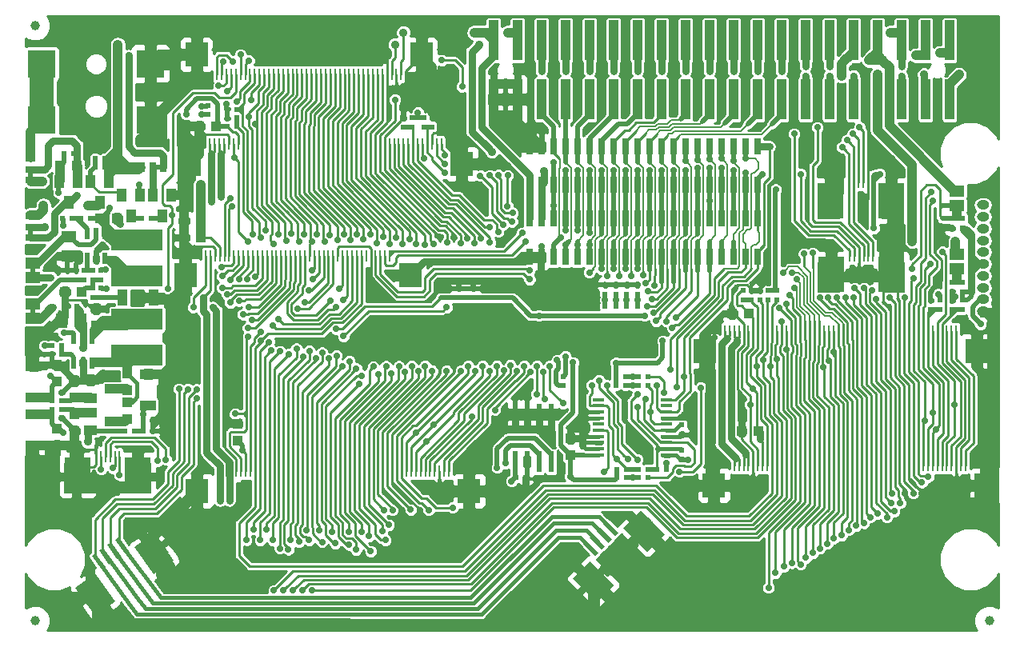
<source format=gbr>
G04 #@! TF.GenerationSoftware,KiCad,Pcbnew,5.0.0-rc2-unknown-4959f91~65~ubuntu16.04.1*
G04 #@! TF.CreationDate,2018-06-18T15:36:00+03:00*
G04 #@! TF.ProjectId,LCD-DRIVER_Rev_B,4C43442D4452495645525F5265765F42,B*
G04 #@! TF.SameCoordinates,Original*
G04 #@! TF.FileFunction,Copper,L2,Bot,Signal*
G04 #@! TF.FilePolarity,Positive*
%FSLAX46Y46*%
G04 Gerber Fmt 4.6, Leading zero omitted, Abs format (unit mm)*
G04 Created by KiCad (PCBNEW 5.0.0-rc2-unknown-4959f91~65~ubuntu16.04.1) date Mon Jun 18 15:36:00 2018*
%MOMM*%
%LPD*%
G01*
G04 APERTURE LIST*
G04 #@! TA.AperFunction,EtchedComponent*
%ADD10C,0.508000*%
G04 #@! TD*
G04 #@! TA.AperFunction,SMDPad,CuDef*
%ADD11R,1.000000X4.250000*%
G04 #@! TD*
G04 #@! TA.AperFunction,SMDPad,CuDef*
%ADD12R,3.000000X3.000000*%
G04 #@! TD*
G04 #@! TA.AperFunction,ComponentPad*
%ADD13O,1.300000X1.000000*%
G04 #@! TD*
G04 #@! TA.AperFunction,SMDPad,CuDef*
%ADD14R,0.700000X1.800000*%
G04 #@! TD*
G04 #@! TA.AperFunction,SMDPad,CuDef*
%ADD15R,0.500000X0.550000*%
G04 #@! TD*
G04 #@! TA.AperFunction,SMDPad,CuDef*
%ADD16R,2.400000X2.600000*%
G04 #@! TD*
G04 #@! TA.AperFunction,SMDPad,CuDef*
%ADD17R,0.250000X1.300000*%
G04 #@! TD*
G04 #@! TA.AperFunction,SMDPad,CuDef*
%ADD18R,1.016000X0.762000*%
G04 #@! TD*
G04 #@! TA.AperFunction,SMDPad,CuDef*
%ADD19R,1.016000X1.016000*%
G04 #@! TD*
G04 #@! TA.AperFunction,SMDPad,CuDef*
%ADD20R,0.550000X0.500000*%
G04 #@! TD*
G04 #@! TA.AperFunction,SMDPad,CuDef*
%ADD21R,1.524000X1.270000*%
G04 #@! TD*
G04 #@! TA.AperFunction,SMDPad,CuDef*
%ADD22R,1.270000X1.524000*%
G04 #@! TD*
G04 #@! TA.AperFunction,SMDPad,CuDef*
%ADD23R,0.762000X1.016000*%
G04 #@! TD*
G04 #@! TA.AperFunction,SMDPad,CuDef*
%ADD24R,1.700000X1.000000*%
G04 #@! TD*
G04 #@! TA.AperFunction,SMDPad,CuDef*
%ADD25R,1.000000X1.400000*%
G04 #@! TD*
G04 #@! TA.AperFunction,SMDPad,CuDef*
%ADD26R,1.400000X1.000000*%
G04 #@! TD*
G04 #@! TA.AperFunction,SMDPad,CuDef*
%ADD27R,1.000000X1.700000*%
G04 #@! TD*
G04 #@! TA.AperFunction,ConnectorPad*
%ADD28C,1.000000*%
G04 #@! TD*
G04 #@! TA.AperFunction,SMDPad,CuDef*
%ADD29R,1.600200X1.168400*%
G04 #@! TD*
G04 #@! TA.AperFunction,SMDPad,CuDef*
%ADD30R,5.400000X2.200000*%
G04 #@! TD*
G04 #@! TA.AperFunction,SMDPad,CuDef*
%ADD31R,2.400000X3.200000*%
G04 #@! TD*
G04 #@! TA.AperFunction,Conductor*
%ADD32R,2.800000X3.800000*%
G04 #@! TD*
G04 #@! TA.AperFunction,Conductor*
%ADD33C,2.600000*%
G04 #@! TD*
G04 #@! TA.AperFunction,Conductor*
%ADD34C,0.200000*%
G04 #@! TD*
G04 #@! TA.AperFunction,SMDPad,CuDef*
%ADD35C,2.200000*%
G04 #@! TD*
G04 #@! TA.AperFunction,SMDPad,CuDef*
%ADD36C,0.500000*%
G04 #@! TD*
G04 #@! TA.AperFunction,SMDPad,CuDef*
%ADD37R,1.270000X0.325000*%
G04 #@! TD*
G04 #@! TA.AperFunction,SMDPad,CuDef*
%ADD38R,0.600000X2.200000*%
G04 #@! TD*
G04 #@! TA.AperFunction,SMDPad,CuDef*
%ADD39R,0.550000X1.200000*%
G04 #@! TD*
G04 #@! TA.AperFunction,ViaPad*
%ADD40C,0.700000*%
G04 #@! TD*
G04 #@! TA.AperFunction,ViaPad*
%ADD41C,0.900000*%
G04 #@! TD*
G04 #@! TA.AperFunction,Conductor*
%ADD42C,0.508000*%
G04 #@! TD*
G04 #@! TA.AperFunction,Conductor*
%ADD43C,0.254000*%
G04 #@! TD*
G04 #@! TA.AperFunction,Conductor*
%ADD44C,1.016000*%
G04 #@! TD*
G04 #@! TA.AperFunction,Conductor*
%ADD45C,0.762000*%
G04 #@! TD*
G04 #@! TA.AperFunction,Conductor*
%ADD46C,0.381000*%
G04 #@! TD*
G04 #@! TA.AperFunction,Conductor*
%ADD47C,1.270000*%
G04 #@! TD*
G04 #@! TA.AperFunction,Conductor*
%ADD48C,0.152400*%
G04 #@! TD*
G04 #@! TA.AperFunction,Conductor*
%ADD49C,2.540000*%
G04 #@! TD*
G04 APERTURE END LIST*
D10*
G04 #@! TO.C,3.3V/5.0V1*
X70993000Y-83312000D02*
X70993000Y-84582000D01*
G04 #@! TO.C,CTRL/EN1*
X83947000Y-76962000D02*
X85217000Y-76962000D01*
G04 #@! TO.C,VLED+_E1*
X71247000Y-87122000D02*
X71247000Y-88646000D01*
G04 #@! TO.C,VLED-_E1*
X71247000Y-91440000D02*
X71247000Y-92964000D01*
G04 #@! TO.C,5V_JACK/5V_LCD1*
X70993000Y-77216000D02*
X70993000Y-78486000D01*
G04 #@! TD*
D11*
G04 #@! TO.P,LCD_CON1,40*
G04 #@! TO.N,/RTP-Y2/CTP-SDA*
X168275000Y-69800000D03*
G04 #@! TO.P,LCD_CON1,39*
G04 #@! TO.N,/RTP-Y1/CTP-SCL*
X168275000Y-63550000D03*
G04 #@! TO.P,LCD_CON1,38*
G04 #@! TO.N,/RTP-X2/~CTP-RST*
X165735000Y-69800000D03*
G04 #@! TO.P,LCD_CON1,37*
G04 #@! TO.N,/RTP-X1/~CTP-INT*
X165735000Y-63550000D03*
G04 #@! TO.P,LCD_CON1,36*
G04 #@! TO.N,/LCD_BKL*
X163195000Y-69800000D03*
G04 #@! TO.P,LCD_CON1,35*
G04 #@! TO.N,/LCD_PWRE*
X163195000Y-63550000D03*
G04 #@! TO.P,LCD_CON1,34*
G04 #@! TO.N,/LCD_U/D*
X160655000Y-69800000D03*
G04 #@! TO.P,LCD_CON1,33*
G04 #@! TO.N,/LCD_L/R*
X160655000Y-63550000D03*
G04 #@! TO.P,LCD_CON1,32*
G04 #@! TO.N,/LCD_DE*
X158115000Y-69800000D03*
G04 #@! TO.P,LCD_CON1,31*
G04 #@! TO.N,/LCD_CLK*
X158115000Y-63550000D03*
G04 #@! TO.P,LCD_CON1,30*
G04 #@! TO.N,/LCD_VSYNC*
X155575000Y-69800000D03*
G04 #@! TO.P,LCD_CON1,29*
G04 #@! TO.N,/LCD_HSYNC*
X155575000Y-63550000D03*
G04 #@! TO.P,LCD_CON1,28*
G04 #@! TO.N,/LCD_B7*
X153035000Y-69800000D03*
G04 #@! TO.P,LCD_CON1,27*
G04 #@! TO.N,/LCD_B6*
X153035000Y-63550000D03*
G04 #@! TO.P,LCD_CON1,26*
G04 #@! TO.N,/LCD_B5*
X150495000Y-69800000D03*
G04 #@! TO.P,LCD_CON1,25*
G04 #@! TO.N,/LCD_B4*
X150495000Y-63550000D03*
G04 #@! TO.P,LCD_CON1,24*
G04 #@! TO.N,/LCD_B3*
X147955000Y-69800000D03*
G04 #@! TO.P,LCD_CON1,23*
G04 #@! TO.N,/LCD_B2*
X147955000Y-63550000D03*
G04 #@! TO.P,LCD_CON1,22*
G04 #@! TO.N,/LCD_B1*
X145415000Y-69800000D03*
G04 #@! TO.P,LCD_CON1,21*
G04 #@! TO.N,/LCD_B0*
X145415000Y-63550000D03*
G04 #@! TO.P,LCD_CON1,20*
G04 #@! TO.N,/LCD_G7*
X142875000Y-69800000D03*
G04 #@! TO.P,LCD_CON1,19*
G04 #@! TO.N,/LCD_G6*
X142875000Y-63550000D03*
G04 #@! TO.P,LCD_CON1,18*
G04 #@! TO.N,/LCD_G5*
X140335000Y-69800000D03*
G04 #@! TO.P,LCD_CON1,17*
G04 #@! TO.N,/LCD_G4*
X140335000Y-63550000D03*
G04 #@! TO.P,LCD_CON1,16*
G04 #@! TO.N,/LCD_G3*
X137795000Y-69800000D03*
G04 #@! TO.P,LCD_CON1,15*
G04 #@! TO.N,/LCD_G2*
X137795000Y-63550000D03*
G04 #@! TO.P,LCD_CON1,14*
G04 #@! TO.N,/LCD_G1*
X135255000Y-69800000D03*
G04 #@! TO.P,LCD_CON1,13*
G04 #@! TO.N,/LCD_G0*
X135255000Y-63550000D03*
G04 #@! TO.P,LCD_CON1,12*
G04 #@! TO.N,/LCD_R7*
X132715000Y-69800000D03*
G04 #@! TO.P,LCD_CON1,11*
G04 #@! TO.N,/LCD_R6*
X132715000Y-63550000D03*
G04 #@! TO.P,LCD_CON1,10*
G04 #@! TO.N,/LCD_R5*
X130175000Y-69800000D03*
G04 #@! TO.P,LCD_CON1,9*
G04 #@! TO.N,/LCD_R4*
X130175000Y-63550000D03*
G04 #@! TO.P,LCD_CON1,8*
G04 #@! TO.N,/LCD_R3*
X127635000Y-69800000D03*
G04 #@! TO.P,LCD_CON1,7*
G04 #@! TO.N,/LCD_R2*
X127635000Y-63550000D03*
G04 #@! TO.P,LCD_CON1,6*
G04 #@! TO.N,/LCD_R1*
X125095000Y-69800000D03*
G04 #@! TO.P,LCD_CON1,5*
G04 #@! TO.N,/LCD_R0*
X125095000Y-63550000D03*
G04 #@! TO.P,LCD_CON1,4*
G04 #@! TO.N,GND*
X122555000Y-69800000D03*
G04 #@! TO.P,LCD_CON1,3*
G04 #@! TO.N,/LCD_3.3V*
X122555000Y-63550000D03*
G04 #@! TO.P,LCD_CON1,2*
G04 #@! TO.N,GND*
X120015000Y-69800000D03*
G04 #@! TO.P,LCD_CON1,1*
G04 #@! TO.N,/LCD_5.0V*
X120015000Y-63550000D03*
G04 #@! TD*
D12*
G04 #@! TO.P,PWR_JACK1,2*
G04 #@! TO.N,GND*
X83728000Y-66026000D03*
G04 #@! TO.P,PWR_JACK1,3*
X83728000Y-72026000D03*
G04 #@! TO.P,PWR_JACK1,1*
G04 #@! TO.N,Net-(5V_JACK/5V_LCD1-Pad1)*
X72228000Y-66026000D03*
X72228000Y-72026000D03*
G04 #@! TD*
D13*
G04 #@! TO.P,PWR1,1*
G04 #@! TO.N,VGH*
X171831000Y-80989000D03*
G04 #@! TO.P,PWR1,2*
G04 #@! TO.N,AVDD*
X171831000Y-82239000D03*
G04 #@! TO.P,PWR1,3*
G04 #@! TO.N,+5V*
X171831000Y-83489000D03*
G04 #@! TO.P,PWR1,4*
G04 #@! TO.N,VDD*
X171831000Y-84739000D03*
G04 #@! TO.P,PWR1,5*
G04 #@! TO.N,VCOM*
X171831000Y-85989000D03*
G04 #@! TO.P,PWR1,6*
G04 #@! TO.N,+3V3*
X171831000Y-87239000D03*
G04 #@! TO.P,PWR1,7*
G04 #@! TO.N,VGL*
X171831000Y-88489000D03*
G04 #@! TO.P,PWR1,8*
G04 #@! TO.N,VLED+*
X171831000Y-89739000D03*
G04 #@! TO.P,PWR1,9*
G04 #@! TO.N,VLED-*
X171831000Y-90989000D03*
G04 #@! TO.P,PWR1,10*
G04 #@! TO.N,GND*
X171831000Y-92239000D03*
G04 #@! TD*
D14*
G04 #@! TO.P,LCD_Lime1,20*
G04 #@! TO.N,/LCD_G7*
X135255000Y-74803000D03*
G04 #@! TO.P,LCD_Lime1,19*
G04 #@! TO.N,/LCD_G6*
X135255000Y-78867000D03*
G04 #@! TO.P,LCD_Lime1,18*
G04 #@! TO.N,/LCD_G5*
X133985000Y-74803000D03*
G04 #@! TO.P,LCD_Lime1,17*
G04 #@! TO.N,/LCD_G4*
X133985000Y-78867000D03*
G04 #@! TO.P,LCD_Lime1,16*
G04 #@! TO.N,/LCD_G3*
X132715000Y-74803000D03*
G04 #@! TO.P,LCD_Lime1,15*
G04 #@! TO.N,/LCD_G2*
X132715000Y-78867000D03*
G04 #@! TO.P,LCD_Lime1,14*
G04 #@! TO.N,/LCD_G1*
X131445000Y-74803000D03*
G04 #@! TO.P,LCD_Lime1,13*
G04 #@! TO.N,/LCD_G0*
X131445000Y-78867000D03*
G04 #@! TO.P,LCD_Lime1,12*
G04 #@! TO.N,/LCD_R7*
X130175000Y-74803000D03*
G04 #@! TO.P,LCD_Lime1,11*
G04 #@! TO.N,/LCD_R6*
X130175000Y-78867000D03*
G04 #@! TO.P,LCD_Lime1,10*
G04 #@! TO.N,/LCD_R5*
X128905000Y-74803000D03*
G04 #@! TO.P,LCD_Lime1,9*
G04 #@! TO.N,/LCD_R4*
X128905000Y-78867000D03*
G04 #@! TO.P,LCD_Lime1,8*
G04 #@! TO.N,/LCD_R3*
X127635000Y-74803000D03*
G04 #@! TO.P,LCD_Lime1,7*
G04 #@! TO.N,/LCD_R2*
X127635000Y-78867000D03*
G04 #@! TO.P,LCD_Lime1,6*
G04 #@! TO.N,/LCD_R1*
X126365000Y-74803000D03*
G04 #@! TO.P,LCD_Lime1,5*
G04 #@! TO.N,/LCD_R0*
X126365000Y-78867000D03*
G04 #@! TO.P,LCD_Lime1,4*
G04 #@! TO.N,GND*
X125095000Y-74803000D03*
G04 #@! TO.P,LCD_Lime1,3*
G04 #@! TO.N,/LCD_3.3V*
X125095000Y-78867000D03*
G04 #@! TO.P,LCD_Lime1,2*
G04 #@! TO.N,GND*
X123825000Y-74803000D03*
G04 #@! TO.P,LCD_Lime1,1*
G04 #@! TO.N,/LCD_5.0V*
X123825000Y-78867000D03*
G04 #@! TO.P,LCD_Lime1,21*
G04 #@! TO.N,/LCD_B0*
X136525000Y-78867000D03*
G04 #@! TO.P,LCD_Lime1,22*
G04 #@! TO.N,/LCD_B1*
X136525000Y-74803000D03*
G04 #@! TO.P,LCD_Lime1,23*
G04 #@! TO.N,/LCD_B2*
X137795000Y-78867000D03*
G04 #@! TO.P,LCD_Lime1,24*
G04 #@! TO.N,/LCD_B3*
X137795000Y-74803000D03*
G04 #@! TO.P,LCD_Lime1,25*
G04 #@! TO.N,/LCD_B4*
X139065000Y-78867000D03*
G04 #@! TO.P,LCD_Lime1,26*
G04 #@! TO.N,/LCD_B5*
X139065000Y-74803000D03*
G04 #@! TO.P,LCD_Lime1,27*
G04 #@! TO.N,/LCD_B6*
X140335000Y-78867000D03*
G04 #@! TO.P,LCD_Lime1,28*
G04 #@! TO.N,/LCD_B7*
X140335000Y-74803000D03*
G04 #@! TO.P,LCD_Lime1,29*
G04 #@! TO.N,/LCD_HSYNC*
X141605000Y-78867000D03*
G04 #@! TO.P,LCD_Lime1,30*
G04 #@! TO.N,/LCD_VSYNC*
X141605000Y-74803000D03*
G04 #@! TO.P,LCD_Lime1,31*
G04 #@! TO.N,/LCD_CLK*
X142875000Y-78867000D03*
G04 #@! TO.P,LCD_Lime1,32*
G04 #@! TO.N,/LCD_DE*
X142875000Y-74803000D03*
G04 #@! TO.P,LCD_Lime1,33*
G04 #@! TO.N,/LCD_L/R*
X144145000Y-78867000D03*
G04 #@! TO.P,LCD_Lime1,34*
G04 #@! TO.N,/LCD_U/D*
X144145000Y-74803000D03*
G04 #@! TO.P,LCD_Lime1,35*
G04 #@! TO.N,/LCD_PWRE*
X145415000Y-78867000D03*
G04 #@! TO.P,LCD_Lime1,36*
G04 #@! TO.N,/LCD_BKL*
X145415000Y-74803000D03*
G04 #@! TO.P,LCD_Lime1,37*
G04 #@! TO.N,/RTP-X1/~CTP-INT*
X146685000Y-78867000D03*
G04 #@! TO.P,LCD_Lime1,38*
G04 #@! TO.N,/RTP-X2/~CTP-RST*
X146685000Y-74803000D03*
G04 #@! TO.P,LCD_Lime1,39*
G04 #@! TO.N,/RTP-Y1/CTP-SCL*
X147955000Y-78867000D03*
G04 #@! TO.P,LCD_Lime1,40*
G04 #@! TO.N,/RTP-Y2/CTP-SDA*
X147955000Y-74803000D03*
G04 #@! TD*
D15*
G04 #@! TO.P,R15,2*
G04 #@! TO.N,VCOM*
X82042000Y-104902000D03*
G04 #@! TO.P,R15,1*
G04 #@! TO.N,AVDD*
X81026000Y-104902000D03*
G04 #@! TD*
D14*
G04 #@! TO.P,LCD_Lime2,20*
G04 #@! TO.N,/LCD_G7*
X135255000Y-86487000D03*
G04 #@! TO.P,LCD_Lime2,19*
G04 #@! TO.N,/LCD_G6*
X135255000Y-82423000D03*
G04 #@! TO.P,LCD_Lime2,18*
G04 #@! TO.N,/LCD_G5*
X133985000Y-86487000D03*
G04 #@! TO.P,LCD_Lime2,17*
G04 #@! TO.N,/LCD_G4*
X133985000Y-82423000D03*
G04 #@! TO.P,LCD_Lime2,16*
G04 #@! TO.N,/LCD_G3*
X132715000Y-86487000D03*
G04 #@! TO.P,LCD_Lime2,15*
G04 #@! TO.N,/LCD_G2*
X132715000Y-82423000D03*
G04 #@! TO.P,LCD_Lime2,14*
G04 #@! TO.N,/LCD_G1*
X131445000Y-86487000D03*
G04 #@! TO.P,LCD_Lime2,13*
G04 #@! TO.N,/LCD_G0*
X131445000Y-82423000D03*
G04 #@! TO.P,LCD_Lime2,12*
G04 #@! TO.N,/LCD_R7*
X130175000Y-86487000D03*
G04 #@! TO.P,LCD_Lime2,11*
G04 #@! TO.N,/LCD_R6*
X130175000Y-82423000D03*
G04 #@! TO.P,LCD_Lime2,10*
G04 #@! TO.N,/LCD_R5*
X128905000Y-86487000D03*
G04 #@! TO.P,LCD_Lime2,9*
G04 #@! TO.N,/LCD_R4*
X128905000Y-82423000D03*
G04 #@! TO.P,LCD_Lime2,8*
G04 #@! TO.N,/LCD_R3*
X127635000Y-86487000D03*
G04 #@! TO.P,LCD_Lime2,7*
G04 #@! TO.N,/LCD_R2*
X127635000Y-82423000D03*
G04 #@! TO.P,LCD_Lime2,6*
G04 #@! TO.N,/LCD_R1*
X126365000Y-86487000D03*
G04 #@! TO.P,LCD_Lime2,5*
G04 #@! TO.N,/LCD_R0*
X126365000Y-82423000D03*
G04 #@! TO.P,LCD_Lime2,4*
G04 #@! TO.N,GND*
X125095000Y-86487000D03*
G04 #@! TO.P,LCD_Lime2,3*
G04 #@! TO.N,/LCD_3.3V*
X125095000Y-82423000D03*
G04 #@! TO.P,LCD_Lime2,2*
G04 #@! TO.N,GND*
X123825000Y-86487000D03*
G04 #@! TO.P,LCD_Lime2,1*
G04 #@! TO.N,/LCD_5.0V*
X123825000Y-82423000D03*
G04 #@! TO.P,LCD_Lime2,21*
G04 #@! TO.N,/LCD_B0*
X136525000Y-82423000D03*
G04 #@! TO.P,LCD_Lime2,22*
G04 #@! TO.N,/LCD_B1*
X136525000Y-86487000D03*
G04 #@! TO.P,LCD_Lime2,23*
G04 #@! TO.N,/LCD_B2*
X137795000Y-82423000D03*
G04 #@! TO.P,LCD_Lime2,24*
G04 #@! TO.N,/LCD_B3*
X137795000Y-86487000D03*
G04 #@! TO.P,LCD_Lime2,25*
G04 #@! TO.N,/LCD_B4*
X139065000Y-82423000D03*
G04 #@! TO.P,LCD_Lime2,26*
G04 #@! TO.N,/LCD_B5*
X139065000Y-86487000D03*
G04 #@! TO.P,LCD_Lime2,27*
G04 #@! TO.N,/LCD_B6*
X140335000Y-82423000D03*
G04 #@! TO.P,LCD_Lime2,28*
G04 #@! TO.N,/LCD_B7*
X140335000Y-86487000D03*
G04 #@! TO.P,LCD_Lime2,29*
G04 #@! TO.N,/LCD_HSYNC*
X141605000Y-82423000D03*
G04 #@! TO.P,LCD_Lime2,30*
G04 #@! TO.N,/LCD_VSYNC*
X141605000Y-86487000D03*
G04 #@! TO.P,LCD_Lime2,31*
G04 #@! TO.N,/LCD_CLK*
X142875000Y-82423000D03*
G04 #@! TO.P,LCD_Lime2,32*
G04 #@! TO.N,/LCD_DE*
X142875000Y-86487000D03*
G04 #@! TO.P,LCD_Lime2,33*
G04 #@! TO.N,/LCD_L/R*
X144145000Y-82423000D03*
G04 #@! TO.P,LCD_Lime2,34*
G04 #@! TO.N,/LCD_U/D*
X144145000Y-86487000D03*
G04 #@! TO.P,LCD_Lime2,35*
G04 #@! TO.N,/LCD_PWRE*
X145415000Y-82423000D03*
G04 #@! TO.P,LCD_Lime2,36*
G04 #@! TO.N,/LCD_BKL*
X145415000Y-86487000D03*
G04 #@! TO.P,LCD_Lime2,37*
G04 #@! TO.N,/RTP-X1/~CTP-INT*
X146685000Y-82423000D03*
G04 #@! TO.P,LCD_Lime2,38*
G04 #@! TO.N,/RTP-X2/~CTP-RST*
X146685000Y-86487000D03*
G04 #@! TO.P,LCD_Lime2,39*
G04 #@! TO.N,/RTP-Y1/CTP-SCL*
X147955000Y-82423000D03*
G04 #@! TO.P,LCD_Lime2,40*
G04 #@! TO.N,/RTP-Y2/CTP-SDA*
X147955000Y-86487000D03*
G04 #@! TD*
D16*
G04 #@! TO.P,LCD-4\002C3in_DISP1,0*
G04 #@! TO.N,GND*
X111200000Y-88450000D03*
X87400000Y-88450000D03*
D17*
G04 #@! TO.P,LCD-4\002C3in_DISP1,40*
G04 #@! TO.N,RTP_Y+(Y2)*
X109050000Y-86350000D03*
G04 #@! TO.P,LCD-4\002C3in_DISP1,39*
G04 #@! TO.N,RTP_X-(X1)*
X108550000Y-86350000D03*
G04 #@! TO.P,LCD-4\002C3in_DISP1,38*
G04 #@! TO.N,RTP_Y-(Y1)*
X108050000Y-86350000D03*
G04 #@! TO.P,LCD-4\002C3in_DISP1,37*
G04 #@! TO.N,RTP_X+(X2)*
X107550000Y-86350000D03*
G04 #@! TO.P,LCD-4\002C3in_DISP1,36*
G04 #@! TO.N,GND*
X107050000Y-86350000D03*
G04 #@! TO.P,LCD-4\002C3in_DISP1,35*
G04 #@! TO.N,Net-(LCD-4\002C3in_DISP1-Pad35)*
X106550000Y-86350000D03*
G04 #@! TO.P,LCD-4\002C3in_DISP1,34*
G04 #@! TO.N,/LCD_DE*
X106050000Y-86350000D03*
G04 #@! TO.P,LCD-4\002C3in_DISP1,33*
G04 #@! TO.N,/LCD_VSYNC*
X105550000Y-86350000D03*
G04 #@! TO.P,LCD-4\002C3in_DISP1,32*
G04 #@! TO.N,/LCD_HSYNC*
X105050000Y-86350000D03*
G04 #@! TO.P,LCD-4\002C3in_DISP1,31*
G04 #@! TO.N,+3V3*
X104550000Y-86350000D03*
G04 #@! TO.P,LCD-4\002C3in_DISP1,30*
G04 #@! TO.N,/LCD_CLK*
X104050000Y-86350000D03*
G04 #@! TO.P,LCD-4\002C3in_DISP1,29*
G04 #@! TO.N,GND*
X103550000Y-86350000D03*
G04 #@! TO.P,LCD-4\002C3in_DISP1,28*
G04 #@! TO.N,/LCD_B7*
X103050000Y-86350000D03*
G04 #@! TO.P,LCD-4\002C3in_DISP1,27*
G04 #@! TO.N,/LCD_B6*
X102550000Y-86350000D03*
G04 #@! TO.P,LCD-4\002C3in_DISP1,26*
G04 #@! TO.N,/LCD_B5*
X102050000Y-86350000D03*
G04 #@! TO.P,LCD-4\002C3in_DISP1,25*
G04 #@! TO.N,/LCD_B4*
X101550000Y-86350000D03*
G04 #@! TO.P,LCD-4\002C3in_DISP1,24*
G04 #@! TO.N,/LCD_B3*
X101050000Y-86350000D03*
G04 #@! TO.P,LCD-4\002C3in_DISP1,23*
G04 #@! TO.N,/LCD_B2*
X100550000Y-86350000D03*
G04 #@! TO.P,LCD-4\002C3in_DISP1,22*
G04 #@! TO.N,/LCD_B1*
X100050000Y-86350000D03*
G04 #@! TO.P,LCD-4\002C3in_DISP1,21*
G04 #@! TO.N,/LCD_B0*
X99550000Y-86350000D03*
G04 #@! TO.P,LCD-4\002C3in_DISP1,20*
G04 #@! TO.N,/LCD_G7*
X99050000Y-86350000D03*
G04 #@! TO.P,LCD-4\002C3in_DISP1,19*
G04 #@! TO.N,/LCD_G6*
X98550000Y-86350000D03*
G04 #@! TO.P,LCD-4\002C3in_DISP1,18*
G04 #@! TO.N,/LCD_G5*
X98050000Y-86350000D03*
G04 #@! TO.P,LCD-4\002C3in_DISP1,17*
G04 #@! TO.N,/LCD_G4*
X97550000Y-86350000D03*
G04 #@! TO.P,LCD-4\002C3in_DISP1,16*
G04 #@! TO.N,/LCD_G3*
X97050000Y-86350000D03*
G04 #@! TO.P,LCD-4\002C3in_DISP1,15*
G04 #@! TO.N,/LCD_G2*
X96550000Y-86350000D03*
G04 #@! TO.P,LCD-4\002C3in_DISP1,14*
G04 #@! TO.N,/LCD_G1*
X96050000Y-86350000D03*
G04 #@! TO.P,LCD-4\002C3in_DISP1,13*
G04 #@! TO.N,/LCD_G0*
X95550000Y-86350000D03*
G04 #@! TO.P,LCD-4\002C3in_DISP1,12*
G04 #@! TO.N,/LCD_R7*
X95050000Y-86350000D03*
G04 #@! TO.P,LCD-4\002C3in_DISP1,11*
G04 #@! TO.N,/LCD_R6*
X94550000Y-86350000D03*
G04 #@! TO.P,LCD-4\002C3in_DISP1,10*
G04 #@! TO.N,/LCD_R5*
X94050000Y-86350000D03*
G04 #@! TO.P,LCD-4\002C3in_DISP1,9*
G04 #@! TO.N,/LCD_R4*
X93550000Y-86350000D03*
G04 #@! TO.P,LCD-4\002C3in_DISP1,8*
G04 #@! TO.N,/LCD_R3*
X93050000Y-86350000D03*
G04 #@! TO.P,LCD-4\002C3in_DISP1,7*
G04 #@! TO.N,/LCD_R2*
X92550000Y-86350000D03*
G04 #@! TO.P,LCD-4\002C3in_DISP1,6*
G04 #@! TO.N,/LCD_R1*
X92050000Y-86350000D03*
G04 #@! TO.P,LCD-4\002C3in_DISP1,5*
G04 #@! TO.N,/LCD_R0*
X91550000Y-86350000D03*
G04 #@! TO.P,LCD-4\002C3in_DISP1,4*
G04 #@! TO.N,+3V3*
X91050000Y-86350000D03*
G04 #@! TO.P,LCD-4\002C3in_DISP1,3*
G04 #@! TO.N,GND*
X90550000Y-86350000D03*
G04 #@! TO.P,LCD-4\002C3in_DISP1,2*
G04 #@! TO.N,VLED+*
X90050000Y-86350000D03*
G04 #@! TO.P,LCD-4\002C3in_DISP1,1*
G04 #@! TO.N,VLED-*
X89550000Y-86350000D03*
G04 #@! TD*
D18*
G04 #@! TO.P,3.3V/5.0V1,3*
G04 #@! TO.N,+5V*
X70993000Y-84455000D03*
G04 #@! TO.P,3.3V/5.0V1,2*
G04 #@! TO.N,VDD*
X70993000Y-83312000D03*
G04 #@! TO.P,3.3V/5.0V1,1*
G04 #@! TO.N,+3V3*
X70993000Y-82169000D03*
G04 #@! TD*
D19*
G04 #@! TO.P,C1,2*
G04 #@! TO.N,GND*
X88900000Y-72644000D03*
G04 #@! TO.P,C1,1*
G04 #@! TO.N,+3V3*
X90678000Y-72644000D03*
G04 #@! TD*
G04 #@! TO.P,C3,2*
G04 #@! TO.N,GND*
X87249000Y-84455000D03*
G04 #@! TO.P,C3,1*
G04 #@! TO.N,+3V3*
X89027000Y-84455000D03*
G04 #@! TD*
D20*
G04 #@! TO.P,C4,2*
G04 #@! TO.N,Net-(C4-Pad2)*
X110490000Y-72771000D03*
G04 #@! TO.P,C4,1*
G04 #@! TO.N,GND*
X110490000Y-71755000D03*
G04 #@! TD*
D19*
G04 #@! TO.P,C5,2*
G04 #@! TO.N,GND*
X87249000Y-82677000D03*
G04 #@! TO.P,C5,1*
G04 #@! TO.N,+3V3*
X89027000Y-82677000D03*
G04 #@! TD*
D15*
G04 #@! TO.P,C6,2*
G04 #@! TO.N,GND*
X83947000Y-104902000D03*
G04 #@! TO.P,C6,1*
G04 #@! TO.N,VCOM*
X82931000Y-104902000D03*
G04 #@! TD*
D19*
G04 #@! TO.P,C7,2*
G04 #@! TO.N,GND*
X145288000Y-92456000D03*
G04 #@! TO.P,C7,1*
G04 #@! TO.N,+3V3*
X147066000Y-92456000D03*
G04 #@! TD*
D20*
G04 #@! TO.P,C9,2*
G04 #@! TO.N,Net-(C9-Pad2)*
X166243000Y-92075000D03*
G04 #@! TO.P,C9,1*
G04 #@! TO.N,GND*
X166243000Y-91059000D03*
G04 #@! TD*
G04 #@! TO.P,C10,2*
G04 #@! TO.N,+3.3VA*
X129413000Y-107442000D03*
G04 #@! TO.P,C10,1*
G04 #@! TO.N,GND*
X129413000Y-106426000D03*
G04 #@! TD*
D19*
G04 #@! TO.P,C11,2*
G04 #@! TO.N,GND*
X128143000Y-105664000D03*
G04 #@! TO.P,C11,1*
G04 #@! TO.N,+3.3VA*
X128143000Y-107442000D03*
G04 #@! TD*
D20*
G04 #@! TO.P,C12,2*
G04 #@! TO.N,RTP_X-(X1)*
X139954000Y-106934000D03*
G04 #@! TO.P,C12,1*
G04 #@! TO.N,GND*
X139954000Y-107950000D03*
G04 #@! TD*
G04 #@! TO.P,C13,2*
G04 #@! TO.N,RTP_Y-(Y1)*
X139954000Y-104267000D03*
G04 #@! TO.P,C13,1*
G04 #@! TO.N,GND*
X139954000Y-105283000D03*
G04 #@! TD*
D15*
G04 #@! TO.P,C14,2*
G04 #@! TO.N,Net-(C14-Pad2)*
X77851000Y-76962000D03*
G04 #@! TO.P,C14,1*
G04 #@! TO.N,/LCD_3.3V*
X78867000Y-76962000D03*
G04 #@! TD*
D19*
G04 #@! TO.P,C15,2*
G04 #@! TO.N,VGH*
X73787000Y-104648000D03*
G04 #@! TO.P,C15,1*
G04 #@! TO.N,GND*
X73787000Y-106426000D03*
G04 #@! TD*
D21*
G04 #@! TO.P,C16,1*
G04 #@! TO.N,Net-(C16-Pad1)*
X75057000Y-84328000D03*
G04 #@! TO.P,C16,2*
G04 #@! TO.N,GND*
X75057000Y-86360000D03*
G04 #@! TD*
D15*
G04 #@! TO.P,C17,2*
G04 #@! TO.N,GND*
X123444000Y-109855000D03*
G04 #@! TO.P,C17,1*
G04 #@! TO.N,+3.3VA*
X122428000Y-109855000D03*
G04 #@! TD*
D19*
G04 #@! TO.P,C18,2*
G04 #@! TO.N,Net-(C18-Pad2)*
X75692000Y-103124000D03*
G04 #@! TO.P,C18,1*
G04 #@! TO.N,GND*
X75692000Y-104902000D03*
G04 #@! TD*
D22*
G04 #@! TO.P,C19,2*
G04 #@! TO.N,GND*
X74295000Y-93218000D03*
G04 #@! TO.P,C19,1*
G04 #@! TO.N,AVDD*
X76327000Y-93218000D03*
G04 #@! TD*
D19*
G04 #@! TO.P,C20,2*
G04 #@! TO.N,Net-(C20-Pad2)*
X74168000Y-76835000D03*
G04 #@! TO.P,C20,1*
G04 #@! TO.N,Net-(5V_JACK/5V_LCD1-Pad2)*
X75946000Y-76835000D03*
G04 #@! TD*
G04 #@! TO.P,C21,2*
G04 #@! TO.N,GND*
X74676000Y-90170000D03*
G04 #@! TO.P,C21,1*
G04 #@! TO.N,Net-(C21-Pad1)*
X76454000Y-90170000D03*
G04 #@! TD*
G04 #@! TO.P,C22,2*
G04 #@! TO.N,Net-(C22-Pad2)*
X81280000Y-101854000D03*
G04 #@! TO.P,C22,1*
G04 #@! TO.N,Net-(C22-Pad1)*
X81280000Y-103632000D03*
G04 #@! TD*
G04 #@! TO.P,C23,2*
G04 #@! TO.N,Net-(C23-Pad2)*
X81280000Y-100584000D03*
G04 #@! TO.P,C23,1*
G04 #@! TO.N,Net-(C22-Pad2)*
X81280000Y-98806000D03*
G04 #@! TD*
G04 #@! TO.P,C24,2*
G04 #@! TO.N,Net-(C24-Pad2)*
X75692000Y-101346000D03*
G04 #@! TO.P,C24,1*
G04 #@! TO.N,GND*
X75692000Y-99568000D03*
G04 #@! TD*
G04 #@! TO.P,C25,2*
G04 #@! TO.N,GND*
X80137000Y-82423000D03*
G04 #@! TO.P,C25,1*
G04 #@! TO.N,VDD*
X78359000Y-82423000D03*
G04 #@! TD*
G04 #@! TO.P,C26,2*
G04 #@! TO.N,VGL*
X73787000Y-99695000D03*
G04 #@! TO.P,C26,1*
G04 #@! TO.N,GND*
X73787000Y-97917000D03*
G04 #@! TD*
G04 #@! TO.P,C27,2*
G04 #@! TO.N,GND*
X77978000Y-91948000D03*
G04 #@! TO.P,C27,1*
G04 #@! TO.N,VDD*
X77978000Y-93726000D03*
G04 #@! TD*
D23*
G04 #@! TO.P,CTRL/EN1,3*
G04 #@! TO.N,/LCD_PWRE*
X85090000Y-76962000D03*
G04 #@! TO.P,CTRL/EN1,2*
G04 #@! TO.N,Net-(CTRL/EN1-Pad2)*
X83947000Y-76962000D03*
G04 #@! TO.P,CTRL/EN1,1*
G04 #@! TO.N,/LCD_3.3V*
X82804000Y-76962000D03*
G04 #@! TD*
D24*
G04 #@! TO.P,D1,1*
G04 #@! TO.N,VCOM*
X83439000Y-102234000D03*
G04 #@! TO.P,D1,2*
G04 #@! TO.N,GND*
X83439000Y-98934000D03*
G04 #@! TD*
D25*
G04 #@! TO.P,D2,3*
G04 #@! TO.N,Net-(D2-Pad3)*
X81661000Y-82126000D03*
G04 #@! TO.P,D2,2*
G04 #@! TO.N,Net-(C20-Pad2)*
X82611000Y-79926000D03*
G04 #@! TO.P,D2,1*
G04 #@! TO.N,Net-(C14-Pad2)*
X80711000Y-79926000D03*
G04 #@! TD*
D24*
G04 #@! TO.P,D3,1*
G04 #@! TO.N,VGH*
X71374000Y-103125000D03*
G04 #@! TO.P,D3,2*
G04 #@! TO.N,GND*
X71374000Y-106425000D03*
G04 #@! TD*
D26*
G04 #@! TO.P,D4,3*
G04 #@! TO.N,Net-(C22-Pad1)*
X79586000Y-103886000D03*
G04 #@! TO.P,D4,2*
G04 #@! TO.N,Net-(C18-Pad2)*
X77386000Y-102936000D03*
G04 #@! TO.P,D4,1*
G04 #@! TO.N,AVDD*
X77386000Y-104836000D03*
G04 #@! TD*
D27*
G04 #@! TO.P,D5,1*
G04 #@! TO.N,Net-(D5-Pad1)*
X80773000Y-90805000D03*
G04 #@! TO.P,D5,2*
G04 #@! TO.N,GND*
X84073000Y-90805000D03*
G04 #@! TD*
D26*
G04 #@! TO.P,D6,3*
G04 #@! TO.N,Net-(C23-Pad2)*
X79586000Y-100457000D03*
G04 #@! TO.P,D6,2*
G04 #@! TO.N,GND*
X77386000Y-99507000D03*
G04 #@! TO.P,D6,1*
G04 #@! TO.N,Net-(C24-Pad2)*
X77386000Y-101407000D03*
G04 #@! TD*
D24*
G04 #@! TO.P,D7,1*
G04 #@! TO.N,GND*
X71374000Y-98045000D03*
G04 #@! TO.P,D7,2*
G04 #@! TO.N,VGL*
X71374000Y-101345000D03*
G04 #@! TD*
D25*
G04 #@! TO.P,FET1,1*
G04 #@! TO.N,Net-(C14-Pad2)*
X77409040Y-78521560D03*
G04 #@! TO.P,FET1,2*
G04 #@! TO.N,/LCD_3.3V*
X79311500Y-78521560D03*
G04 #@! TO.P,FET1,3*
G04 #@! TO.N,+3V3*
X78356460Y-80731360D03*
G04 #@! TD*
G04 #@! TO.P,FET2,1*
G04 #@! TO.N,Net-(C20-Pad2)*
X74107040Y-78521560D03*
G04 #@! TO.P,FET2,2*
G04 #@! TO.N,Net-(5V_JACK/5V_LCD1-Pad2)*
X76009500Y-78521560D03*
G04 #@! TO.P,FET2,3*
G04 #@! TO.N,+5V*
X75054460Y-80731360D03*
G04 #@! TD*
D28*
G04 #@! TO.P,FID1,Fid1*
G04 #@! TO.N,Net-(FID1-PadFid1)*
X71500000Y-62000000D03*
G04 #@! TD*
G04 #@! TO.P,FID2,Fid1*
G04 #@! TO.N,Net-(FID2-PadFid1)*
X71500000Y-125000000D03*
G04 #@! TD*
G04 #@! TO.P,FID3,Fid1*
G04 #@! TO.N,Net-(FID3-PadFid1)*
X172500000Y-125000000D03*
G04 #@! TD*
D29*
G04 #@! TO.P,L/R_EN1,2*
G04 #@! TO.N,L/R*
X169037000Y-81026000D03*
G04 #@! TO.P,L/R_EN1,1*
G04 #@! TO.N,/LCD_L/R*
X169037000Y-79502000D03*
X169037000Y-79502000D03*
G04 #@! TD*
D30*
G04 #@! TO.P,L1,2*
G04 #@! TO.N,VDD*
X82296000Y-84714000D03*
G04 #@! TO.P,L1,1*
G04 #@! TO.N,Net-(L1-Pad1)*
X82296000Y-88514000D03*
G04 #@! TD*
G04 #@! TO.P,L2,2*
G04 #@! TO.N,VDD*
X82296000Y-93096000D03*
G04 #@! TO.P,L2,1*
G04 #@! TO.N,Net-(C22-Pad2)*
X82296000Y-96896000D03*
G04 #@! TD*
D31*
G04 #@! TO.P,LCD-5in_CTP1,0*
G04 #@! TO.N,GND*
X155550000Y-88650000D03*
D17*
G04 #@! TO.P,LCD-5in_CTP1,6*
G04 #@! TO.N,/RTP-Y1/CTP-SCL*
X160200000Y-86350000D03*
G04 #@! TO.P,LCD-5in_CTP1,5*
G04 #@! TO.N,/RTP-Y2/CTP-SDA*
X159700000Y-86350000D03*
G04 #@! TO.P,LCD-5in_CTP1,4*
G04 #@! TO.N,/RTP-X1/~CTP-INT*
X159200000Y-86350000D03*
G04 #@! TO.P,LCD-5in_CTP1,3*
G04 #@! TO.N,GND*
X158700000Y-86350000D03*
G04 #@! TO.P,LCD-5in_CTP1,2*
G04 #@! TO.N,+3.3VA*
X158200000Y-86350000D03*
G04 #@! TO.P,LCD-5in_CTP1,1*
G04 #@! TO.N,/RTP-X2/~CTP-RST*
X157700000Y-86350000D03*
D32*
G04 #@! TD*
G04 #@! TO.N,GND*
G04 #@! TO.C,LCD-5in_CTP1*
X162150000Y-88350000D03*
G04 #@! TO.N,GND*
G04 #@! TO.C,LCD-5in_CTP1*
X155750000Y-88350000D03*
D31*
G04 #@! TD*
G04 #@! TO.P,LCD-5in_CTP1,0*
G04 #@! TO.N,GND*
X162350000Y-88650000D03*
D16*
G04 #@! TO.P,LCD-5in_DISP1,0*
G04 #@! TO.N,GND*
X111200000Y-88450000D03*
X87400000Y-88450000D03*
D17*
G04 #@! TO.P,LCD-5in_DISP1,40*
G04 #@! TO.N,RTP_Y+(Y2)*
X109050000Y-86350000D03*
G04 #@! TO.P,LCD-5in_DISP1,39*
G04 #@! TO.N,RTP_X-(X1)*
X108550000Y-86350000D03*
G04 #@! TO.P,LCD-5in_DISP1,38*
G04 #@! TO.N,RTP_Y-(Y1)*
X108050000Y-86350000D03*
G04 #@! TO.P,LCD-5in_DISP1,37*
G04 #@! TO.N,RTP_X+(X2)*
X107550000Y-86350000D03*
G04 #@! TO.P,LCD-5in_DISP1,36*
G04 #@! TO.N,GND*
X107050000Y-86350000D03*
G04 #@! TO.P,LCD-5in_DISP1,35*
G04 #@! TO.N,Net-(LCD-5in_DISP1-Pad35)*
X106550000Y-86350000D03*
G04 #@! TO.P,LCD-5in_DISP1,34*
G04 #@! TO.N,/LCD_DE*
X106050000Y-86350000D03*
G04 #@! TO.P,LCD-5in_DISP1,33*
G04 #@! TO.N,/LCD_VSYNC*
X105550000Y-86350000D03*
G04 #@! TO.P,LCD-5in_DISP1,32*
G04 #@! TO.N,/LCD_HSYNC*
X105050000Y-86350000D03*
G04 #@! TO.P,LCD-5in_DISP1,31*
G04 #@! TO.N,+3V3*
X104550000Y-86350000D03*
G04 #@! TO.P,LCD-5in_DISP1,30*
G04 #@! TO.N,/LCD_CLK*
X104050000Y-86350000D03*
G04 #@! TO.P,LCD-5in_DISP1,29*
G04 #@! TO.N,GND*
X103550000Y-86350000D03*
G04 #@! TO.P,LCD-5in_DISP1,28*
G04 #@! TO.N,/LCD_B7*
X103050000Y-86350000D03*
G04 #@! TO.P,LCD-5in_DISP1,27*
G04 #@! TO.N,/LCD_B6*
X102550000Y-86350000D03*
G04 #@! TO.P,LCD-5in_DISP1,26*
G04 #@! TO.N,/LCD_B5*
X102050000Y-86350000D03*
G04 #@! TO.P,LCD-5in_DISP1,25*
G04 #@! TO.N,/LCD_B4*
X101550000Y-86350000D03*
G04 #@! TO.P,LCD-5in_DISP1,24*
G04 #@! TO.N,/LCD_B3*
X101050000Y-86350000D03*
G04 #@! TO.P,LCD-5in_DISP1,23*
G04 #@! TO.N,/LCD_B2*
X100550000Y-86350000D03*
G04 #@! TO.P,LCD-5in_DISP1,22*
G04 #@! TO.N,/LCD_B1*
X100050000Y-86350000D03*
G04 #@! TO.P,LCD-5in_DISP1,21*
G04 #@! TO.N,/LCD_B0*
X99550000Y-86350000D03*
G04 #@! TO.P,LCD-5in_DISP1,20*
G04 #@! TO.N,/LCD_G7*
X99050000Y-86350000D03*
G04 #@! TO.P,LCD-5in_DISP1,19*
G04 #@! TO.N,/LCD_G6*
X98550000Y-86350000D03*
G04 #@! TO.P,LCD-5in_DISP1,18*
G04 #@! TO.N,/LCD_G5*
X98050000Y-86350000D03*
G04 #@! TO.P,LCD-5in_DISP1,17*
G04 #@! TO.N,/LCD_G4*
X97550000Y-86350000D03*
G04 #@! TO.P,LCD-5in_DISP1,16*
G04 #@! TO.N,/LCD_G3*
X97050000Y-86350000D03*
G04 #@! TO.P,LCD-5in_DISP1,15*
G04 #@! TO.N,/LCD_G2*
X96550000Y-86350000D03*
G04 #@! TO.P,LCD-5in_DISP1,14*
G04 #@! TO.N,/LCD_G1*
X96050000Y-86350000D03*
G04 #@! TO.P,LCD-5in_DISP1,13*
G04 #@! TO.N,/LCD_G0*
X95550000Y-86350000D03*
G04 #@! TO.P,LCD-5in_DISP1,12*
G04 #@! TO.N,/LCD_R7*
X95050000Y-86350000D03*
G04 #@! TO.P,LCD-5in_DISP1,11*
G04 #@! TO.N,/LCD_R6*
X94550000Y-86350000D03*
G04 #@! TO.P,LCD-5in_DISP1,10*
G04 #@! TO.N,/LCD_R5*
X94050000Y-86350000D03*
G04 #@! TO.P,LCD-5in_DISP1,9*
G04 #@! TO.N,/LCD_R4*
X93550000Y-86350000D03*
G04 #@! TO.P,LCD-5in_DISP1,8*
G04 #@! TO.N,/LCD_R3*
X93050000Y-86350000D03*
G04 #@! TO.P,LCD-5in_DISP1,7*
G04 #@! TO.N,/LCD_R2*
X92550000Y-86350000D03*
G04 #@! TO.P,LCD-5in_DISP1,6*
G04 #@! TO.N,/LCD_R1*
X92050000Y-86350000D03*
G04 #@! TO.P,LCD-5in_DISP1,5*
G04 #@! TO.N,/LCD_R0*
X91550000Y-86350000D03*
G04 #@! TO.P,LCD-5in_DISP1,4*
G04 #@! TO.N,+3V3*
X91050000Y-86350000D03*
G04 #@! TO.P,LCD-5in_DISP1,3*
G04 #@! TO.N,GND*
X90550000Y-86350000D03*
G04 #@! TO.P,LCD-5in_DISP1,2*
G04 #@! TO.N,VLED+*
X90050000Y-86350000D03*
G04 #@! TO.P,LCD-5in_DISP1,1*
G04 #@! TO.N,VLED-*
X89550000Y-86350000D03*
G04 #@! TD*
D31*
G04 #@! TO.P,LCD-7in_CTP1,0*
G04 #@! TO.N,GND*
X155500000Y-80850000D03*
D17*
G04 #@! TO.P,LCD-7in_CTP1,6*
G04 #@! TO.N,+3.3VA*
X160150000Y-78550000D03*
G04 #@! TO.P,LCD-7in_CTP1,5*
G04 #@! TO.N,GND*
X159650000Y-78550000D03*
G04 #@! TO.P,LCD-7in_CTP1,4*
G04 #@! TO.N,/RTP-X1/~CTP-INT*
X159150000Y-78550000D03*
G04 #@! TO.P,LCD-7in_CTP1,3*
G04 #@! TO.N,/RTP-X2/~CTP-RST*
X158650000Y-78550000D03*
G04 #@! TO.P,LCD-7in_CTP1,2*
G04 #@! TO.N,/RTP-Y1/CTP-SCL*
X158150000Y-78550000D03*
G04 #@! TO.P,LCD-7in_CTP1,1*
G04 #@! TO.N,/RTP-Y2/CTP-SDA*
X157650000Y-78550000D03*
D32*
G04 #@! TD*
G04 #@! TO.N,GND*
G04 #@! TO.C,LCD-7in_CTP1*
X162100000Y-80550000D03*
G04 #@! TO.N,GND*
G04 #@! TO.C,LCD-7in_CTP1*
X155700000Y-80550000D03*
D31*
G04 #@! TD*
G04 #@! TO.P,LCD-7in_CTP1,0*
G04 #@! TO.N,GND*
X162300000Y-80850000D03*
D17*
G04 #@! TO.P,LCD-7in_DISP1,41*
G04 #@! TO.N,VGH*
X110800000Y-109150000D03*
G04 #@! TO.P,LCD-7in_DISP1,44*
G04 #@! TO.N,Net-(C4-Pad2)*
X112300000Y-109150000D03*
G04 #@! TO.P,LCD-7in_DISP1,43*
G04 #@! TO.N,AVDD*
X111800000Y-109150000D03*
G04 #@! TO.P,LCD-7in_DISP1,48*
G04 #@! TO.N,GND*
X114300000Y-109150000D03*
G04 #@! TO.P,LCD-7in_DISP1,46*
G04 #@! TO.N,VCOM*
X113300000Y-109150000D03*
G04 #@! TO.P,LCD-7in_DISP1,45*
G04 #@! TO.N,Net-(LCD-7in_DISP1-Pad45)*
X112800000Y-109150000D03*
G04 #@! TO.P,LCD-7in_DISP1,49*
G04 #@! TO.N,Net-(LCD-7in_DISP1-Pad49)*
X114800000Y-109150000D03*
G04 #@! TO.P,LCD-7in_DISP1,50*
G04 #@! TO.N,Net-(LCD-7in_DISP1-Pad50)*
X115300000Y-109150000D03*
G04 #@! TO.P,LCD-7in_DISP1,42*
G04 #@! TO.N,VGL*
X111300000Y-109150000D03*
G04 #@! TO.P,LCD-7in_DISP1,47*
G04 #@! TO.N,Net-(LCD-7in_DISP1-Pad47)*
X113800000Y-109150000D03*
D16*
G04 #@! TO.P,LCD-7in_DISP1,0*
G04 #@! TO.N,GND*
X117450000Y-111250000D03*
X88650000Y-111250000D03*
D17*
G04 #@! TO.P,LCD-7in_DISP1,40*
G04 #@! TO.N,U/D*
X110300000Y-109150000D03*
G04 #@! TO.P,LCD-7in_DISP1,39*
G04 #@! TO.N,L/R*
X109800000Y-109150000D03*
G04 #@! TO.P,LCD-7in_DISP1,38*
G04 #@! TO.N,GND*
X109300000Y-109150000D03*
G04 #@! TO.P,LCD-7in_DISP1,37*
G04 #@! TO.N,/LCD_CLK*
X108800000Y-109150000D03*
G04 #@! TO.P,LCD-7in_DISP1,36*
G04 #@! TO.N,GND*
X108300000Y-109150000D03*
G04 #@! TO.P,LCD-7in_DISP1,35*
G04 #@! TO.N,/LCD_R0*
X107800000Y-109150000D03*
G04 #@! TO.P,LCD-7in_DISP1,34*
G04 #@! TO.N,/LCD_R1*
X107300000Y-109150000D03*
G04 #@! TO.P,LCD-7in_DISP1,33*
G04 #@! TO.N,/LCD_R2*
X106800000Y-109150000D03*
G04 #@! TO.P,LCD-7in_DISP1,32*
G04 #@! TO.N,/LCD_R3*
X106300000Y-109150000D03*
G04 #@! TO.P,LCD-7in_DISP1,31*
G04 #@! TO.N,/LCD_R4*
X105800000Y-109150000D03*
G04 #@! TO.P,LCD-7in_DISP1,30*
G04 #@! TO.N,/LCD_R5*
X105300000Y-109150000D03*
G04 #@! TO.P,LCD-7in_DISP1,29*
G04 #@! TO.N,/LCD_R6*
X104800000Y-109150000D03*
G04 #@! TO.P,LCD-7in_DISP1,28*
G04 #@! TO.N,/LCD_R7*
X104300000Y-109150000D03*
G04 #@! TO.P,LCD-7in_DISP1,27*
G04 #@! TO.N,/LCD_G0*
X103800000Y-109150000D03*
G04 #@! TO.P,LCD-7in_DISP1,26*
G04 #@! TO.N,/LCD_G1*
X103300000Y-109150000D03*
G04 #@! TO.P,LCD-7in_DISP1,25*
G04 #@! TO.N,/LCD_G2*
X102800000Y-109150000D03*
G04 #@! TO.P,LCD-7in_DISP1,24*
G04 #@! TO.N,/LCD_G3*
X102300000Y-109150000D03*
G04 #@! TO.P,LCD-7in_DISP1,23*
G04 #@! TO.N,/LCD_G4*
X101800000Y-109150000D03*
G04 #@! TO.P,LCD-7in_DISP1,22*
G04 #@! TO.N,/LCD_G5*
X101300000Y-109150000D03*
G04 #@! TO.P,LCD-7in_DISP1,21*
G04 #@! TO.N,/LCD_G6*
X100800000Y-109150000D03*
G04 #@! TO.P,LCD-7in_DISP1,20*
G04 #@! TO.N,/LCD_G7*
X100300000Y-109150000D03*
G04 #@! TO.P,LCD-7in_DISP1,19*
G04 #@! TO.N,/LCD_B0*
X99800000Y-109150000D03*
G04 #@! TO.P,LCD-7in_DISP1,18*
G04 #@! TO.N,/LCD_B1*
X99300000Y-109150000D03*
G04 #@! TO.P,LCD-7in_DISP1,17*
G04 #@! TO.N,/LCD_B2*
X98800000Y-109150000D03*
G04 #@! TO.P,LCD-7in_DISP1,16*
G04 #@! TO.N,/LCD_B3*
X98300000Y-109150000D03*
G04 #@! TO.P,LCD-7in_DISP1,15*
G04 #@! TO.N,/LCD_B4*
X97800000Y-109150000D03*
G04 #@! TO.P,LCD-7in_DISP1,14*
G04 #@! TO.N,/LCD_B5*
X97300000Y-109150000D03*
G04 #@! TO.P,LCD-7in_DISP1,13*
G04 #@! TO.N,/LCD_B6*
X96800000Y-109150000D03*
G04 #@! TO.P,LCD-7in_DISP1,12*
G04 #@! TO.N,/LCD_B7*
X96300000Y-109150000D03*
G04 #@! TO.P,LCD-7in_DISP1,11*
G04 #@! TO.N,/LCD_HSYNC*
X95800000Y-109150000D03*
G04 #@! TO.P,LCD-7in_DISP1,10*
G04 #@! TO.N,/LCD_VSYNC*
X95300000Y-109150000D03*
G04 #@! TO.P,LCD-7in_DISP1,9*
G04 #@! TO.N,/LCD_DE*
X94800000Y-109150000D03*
G04 #@! TO.P,LCD-7in_DISP1,8*
G04 #@! TO.N,Net-(LCD-7in_DISP1-Pad8)*
X94300000Y-109150000D03*
G04 #@! TO.P,LCD-7in_DISP1,7*
G04 #@! TO.N,+3V3*
X93800000Y-109150000D03*
G04 #@! TO.P,LCD-7in_DISP1,6*
G04 #@! TO.N,VCOM*
X93300000Y-109150000D03*
G04 #@! TO.P,LCD-7in_DISP1,5*
G04 #@! TO.N,GND*
X92800000Y-109150000D03*
G04 #@! TO.P,LCD-7in_DISP1,4*
G04 #@! TO.N,VLED-*
X92300000Y-109150000D03*
G04 #@! TO.P,LCD-7in_DISP1,3*
X91800000Y-109150000D03*
G04 #@! TO.P,LCD-7in_DISP1,2*
G04 #@! TO.N,VLED+*
X91300000Y-109150000D03*
G04 #@! TO.P,LCD-7in_DISP1,1*
X90800000Y-109150000D03*
G04 #@! TD*
D33*
G04 #@! TO.N,GND*
G04 #@! TO.C,LCD-7in_RTP1*
X84108090Y-117884778D03*
D34*
G36*
X84140550Y-115664655D02*
X86205425Y-118613602D01*
X84075630Y-120104901D01*
X82010755Y-117155954D01*
X84140550Y-115664655D01*
X84140550Y-115664655D01*
G37*
D35*
G04 #@! TD*
G04 #@! TO.P,LCD-7in_RTP1,0*
G04 #@! TO.N,GND*
X83985132Y-117360487D03*
D34*
G04 #@! TO.N,GND*
G04 #@! TO.C,LCD-7in_RTP1*
G36*
X84140550Y-115664655D02*
X85631849Y-117794451D01*
X83829714Y-119056319D01*
X82338415Y-116926523D01*
X84140550Y-115664655D01*
X84140550Y-115664655D01*
G37*
D36*
G04 #@! TD*
G04 #@! TO.P,LCD-7in_RTP1,1*
G04 #@! TO.N,RTP_X-(X1)*
X78217928Y-118713023D03*
D34*
G04 #@! TO.N,RTP_X-(X1)*
G04 #@! TO.C,LCD-7in_RTP1*
G36*
X77906497Y-117832392D02*
X78938935Y-119306866D01*
X78529359Y-119593654D01*
X77496921Y-118119180D01*
X77906497Y-117832392D01*
X77906497Y-117832392D01*
G37*
D36*
G04 #@! TD*
G04 #@! TO.P,LCD-7in_RTP1,2*
G04 #@! TO.N,RTP_Y-(Y1)*
X79037080Y-118139446D03*
D34*
G04 #@! TO.N,RTP_Y-(Y1)*
G04 #@! TO.C,LCD-7in_RTP1*
G36*
X78725649Y-117258815D02*
X79758087Y-118733289D01*
X79348511Y-119020077D01*
X78316073Y-117545603D01*
X78725649Y-117258815D01*
X78725649Y-117258815D01*
G37*
D36*
G04 #@! TD*
G04 #@! TO.P,LCD-7in_RTP1,3*
G04 #@! TO.N,RTP_X+(X2)*
X79856232Y-117565870D03*
D34*
G04 #@! TO.N,RTP_X+(X2)*
G04 #@! TO.C,LCD-7in_RTP1*
G36*
X79544801Y-116685239D02*
X80577239Y-118159713D01*
X80167663Y-118446501D01*
X79135225Y-116972027D01*
X79544801Y-116685239D01*
X79544801Y-116685239D01*
G37*
D36*
G04 #@! TD*
G04 #@! TO.P,LCD-7in_RTP1,4*
G04 #@! TO.N,RTP_Y+(Y2)*
X80675384Y-116992293D03*
D34*
G04 #@! TO.N,RTP_Y+(Y2)*
G04 #@! TO.C,LCD-7in_RTP1*
G36*
X80363953Y-116111662D02*
X81396391Y-117586136D01*
X80986815Y-117872924D01*
X79954377Y-116398450D01*
X80363953Y-116111662D01*
X80363953Y-116111662D01*
G37*
D35*
G04 #@! TD*
G04 #@! TO.P,LCD-7in_RTP1,0*
G04 #@! TO.N,GND*
X77431916Y-121949098D03*
D34*
G04 #@! TO.N,GND*
G04 #@! TO.C,LCD-7in_RTP1*
G36*
X77587334Y-120253266D02*
X79078633Y-122383062D01*
X77276498Y-123644930D01*
X75785199Y-121515134D01*
X77587334Y-120253266D01*
X77587334Y-120253266D01*
G37*
D33*
X77882534Y-122243959D03*
D34*
G36*
X77914994Y-120023836D02*
X79979869Y-122972783D01*
X77850074Y-124464082D01*
X75785199Y-121515135D01*
X77914994Y-120023836D01*
X77914994Y-120023836D01*
G37*
G04 #@! TD*
D31*
G04 #@! TO.P,LCD-10\002C1in_CTP1,0*
G04 #@! TO.N,GND*
X75800000Y-109900000D03*
D17*
G04 #@! TO.P,LCD-10\002C1in_CTP1,6*
G04 #@! TO.N,/RTP-X2/~CTP-RST*
X80450000Y-107600000D03*
G04 #@! TO.P,LCD-10\002C1in_CTP1,5*
G04 #@! TO.N,/RTP-Y2/CTP-SDA*
X79950000Y-107600000D03*
G04 #@! TO.P,LCD-10\002C1in_CTP1,4*
G04 #@! TO.N,/RTP-Y1/CTP-SCL*
X79450000Y-107600000D03*
G04 #@! TO.P,LCD-10\002C1in_CTP1,3*
G04 #@! TO.N,/RTP-X1/~CTP-INT*
X78950000Y-107600000D03*
G04 #@! TO.P,LCD-10\002C1in_CTP1,2*
G04 #@! TO.N,+3.3VA*
X78450000Y-107600000D03*
G04 #@! TO.P,LCD-10\002C1in_CTP1,1*
G04 #@! TO.N,GND*
X77950000Y-107600000D03*
D32*
G04 #@! TD*
G04 #@! TO.N,GND*
G04 #@! TO.C,LCD-10\002C1in_CTP1*
X82400000Y-109600000D03*
G04 #@! TO.N,GND*
G04 #@! TO.C,LCD-10\002C1in_CTP1*
X76000000Y-109600000D03*
D31*
G04 #@! TD*
G04 #@! TO.P,LCD-10\002C1in_CTP1,0*
G04 #@! TO.N,GND*
X82600000Y-109900000D03*
D17*
G04 #@! TO.P,LCD-10\002C1in_DISP1,41*
G04 #@! TO.N,VGH*
X164500000Y-94350000D03*
G04 #@! TO.P,LCD-10\002C1in_DISP1,44*
G04 #@! TO.N,Net-(C9-Pad2)*
X166000000Y-94350000D03*
G04 #@! TO.P,LCD-10\002C1in_DISP1,43*
G04 #@! TO.N,AVDD*
X165500000Y-94350000D03*
G04 #@! TO.P,LCD-10\002C1in_DISP1,48*
G04 #@! TO.N,GND*
X168000000Y-94350000D03*
G04 #@! TO.P,LCD-10\002C1in_DISP1,46*
G04 #@! TO.N,VCOM*
X167000000Y-94350000D03*
G04 #@! TO.P,LCD-10\002C1in_DISP1,45*
G04 #@! TO.N,Net-(LCD-10\002C1in_DISP1-Pad45)*
X166500000Y-94350000D03*
G04 #@! TO.P,LCD-10\002C1in_DISP1,49*
G04 #@! TO.N,Net-(LCD-10\002C1in_DISP1-Pad49)*
X168500000Y-94350000D03*
G04 #@! TO.P,LCD-10\002C1in_DISP1,50*
G04 #@! TO.N,Net-(LCD-10\002C1in_DISP1-Pad50)*
X169000000Y-94350000D03*
G04 #@! TO.P,LCD-10\002C1in_DISP1,42*
G04 #@! TO.N,VGL*
X165000000Y-94350000D03*
G04 #@! TO.P,LCD-10\002C1in_DISP1,47*
G04 #@! TO.N,Net-(LCD-10\002C1in_DISP1-Pad47)*
X167500000Y-94350000D03*
D16*
G04 #@! TO.P,LCD-10\002C1in_DISP1,0*
G04 #@! TO.N,GND*
X171150000Y-96450000D03*
X142350000Y-96450000D03*
D17*
G04 #@! TO.P,LCD-10\002C1in_DISP1,40*
G04 #@! TO.N,U/D*
X164000000Y-94350000D03*
G04 #@! TO.P,LCD-10\002C1in_DISP1,39*
G04 #@! TO.N,L/R*
X163500000Y-94350000D03*
G04 #@! TO.P,LCD-10\002C1in_DISP1,38*
G04 #@! TO.N,GND*
X163000000Y-94350000D03*
G04 #@! TO.P,LCD-10\002C1in_DISP1,37*
G04 #@! TO.N,/LCD_CLK*
X162500000Y-94350000D03*
G04 #@! TO.P,LCD-10\002C1in_DISP1,36*
G04 #@! TO.N,GND*
X162000000Y-94350000D03*
G04 #@! TO.P,LCD-10\002C1in_DISP1,35*
G04 #@! TO.N,/LCD_R0*
X161500000Y-94350000D03*
G04 #@! TO.P,LCD-10\002C1in_DISP1,34*
G04 #@! TO.N,/LCD_R1*
X161000000Y-94350000D03*
G04 #@! TO.P,LCD-10\002C1in_DISP1,33*
G04 #@! TO.N,/LCD_R2*
X160500000Y-94350000D03*
G04 #@! TO.P,LCD-10\002C1in_DISP1,32*
G04 #@! TO.N,/LCD_R3*
X160000000Y-94350000D03*
G04 #@! TO.P,LCD-10\002C1in_DISP1,31*
G04 #@! TO.N,/LCD_R4*
X159500000Y-94350000D03*
G04 #@! TO.P,LCD-10\002C1in_DISP1,30*
G04 #@! TO.N,/LCD_R5*
X159000000Y-94350000D03*
G04 #@! TO.P,LCD-10\002C1in_DISP1,29*
G04 #@! TO.N,/LCD_R6*
X158500000Y-94350000D03*
G04 #@! TO.P,LCD-10\002C1in_DISP1,28*
G04 #@! TO.N,/LCD_R7*
X158000000Y-94350000D03*
G04 #@! TO.P,LCD-10\002C1in_DISP1,27*
G04 #@! TO.N,/LCD_G0*
X157500000Y-94350000D03*
G04 #@! TO.P,LCD-10\002C1in_DISP1,26*
G04 #@! TO.N,/LCD_G1*
X157000000Y-94350000D03*
G04 #@! TO.P,LCD-10\002C1in_DISP1,25*
G04 #@! TO.N,/LCD_G2*
X156500000Y-94350000D03*
G04 #@! TO.P,LCD-10\002C1in_DISP1,24*
G04 #@! TO.N,/LCD_G3*
X156000000Y-94350000D03*
G04 #@! TO.P,LCD-10\002C1in_DISP1,23*
G04 #@! TO.N,/LCD_G4*
X155500000Y-94350000D03*
G04 #@! TO.P,LCD-10\002C1in_DISP1,22*
G04 #@! TO.N,/LCD_G5*
X155000000Y-94350000D03*
G04 #@! TO.P,LCD-10\002C1in_DISP1,21*
G04 #@! TO.N,/LCD_G6*
X154500000Y-94350000D03*
G04 #@! TO.P,LCD-10\002C1in_DISP1,20*
G04 #@! TO.N,/LCD_G7*
X154000000Y-94350000D03*
G04 #@! TO.P,LCD-10\002C1in_DISP1,19*
G04 #@! TO.N,/LCD_B0*
X153500000Y-94350000D03*
G04 #@! TO.P,LCD-10\002C1in_DISP1,18*
G04 #@! TO.N,/LCD_B1*
X153000000Y-94350000D03*
G04 #@! TO.P,LCD-10\002C1in_DISP1,17*
G04 #@! TO.N,/LCD_B2*
X152500000Y-94350000D03*
G04 #@! TO.P,LCD-10\002C1in_DISP1,16*
G04 #@! TO.N,/LCD_B3*
X152000000Y-94350000D03*
G04 #@! TO.P,LCD-10\002C1in_DISP1,15*
G04 #@! TO.N,/LCD_B4*
X151500000Y-94350000D03*
G04 #@! TO.P,LCD-10\002C1in_DISP1,14*
G04 #@! TO.N,/LCD_B5*
X151000000Y-94350000D03*
G04 #@! TO.P,LCD-10\002C1in_DISP1,13*
G04 #@! TO.N,/LCD_B6*
X150500000Y-94350000D03*
G04 #@! TO.P,LCD-10\002C1in_DISP1,12*
G04 #@! TO.N,/LCD_B7*
X150000000Y-94350000D03*
G04 #@! TO.P,LCD-10\002C1in_DISP1,11*
G04 #@! TO.N,/LCD_HSYNC*
X149500000Y-94350000D03*
G04 #@! TO.P,LCD-10\002C1in_DISP1,10*
G04 #@! TO.N,/LCD_VSYNC*
X149000000Y-94350000D03*
G04 #@! TO.P,LCD-10\002C1in_DISP1,9*
G04 #@! TO.N,/LCD_DE*
X148500000Y-94350000D03*
G04 #@! TO.P,LCD-10\002C1in_DISP1,8*
G04 #@! TO.N,Net-(LCD-10\002C1in_DISP1-Pad8)*
X148000000Y-94350000D03*
G04 #@! TO.P,LCD-10\002C1in_DISP1,7*
G04 #@! TO.N,+3V3*
X147500000Y-94350000D03*
G04 #@! TO.P,LCD-10\002C1in_DISP1,6*
G04 #@! TO.N,VCOM*
X147000000Y-94350000D03*
G04 #@! TO.P,LCD-10\002C1in_DISP1,5*
G04 #@! TO.N,GND*
X146500000Y-94350000D03*
G04 #@! TO.P,LCD-10\002C1in_DISP1,4*
G04 #@! TO.N,VLED-*
X146000000Y-94350000D03*
G04 #@! TO.P,LCD-10\002C1in_DISP1,3*
X145500000Y-94350000D03*
G04 #@! TO.P,LCD-10\002C1in_DISP1,2*
G04 #@! TO.N,VLED+*
X145000000Y-94350000D03*
G04 #@! TO.P,LCD-10\002C1in_DISP1,1*
X144500000Y-94350000D03*
G04 #@! TD*
D33*
G04 #@! TO.N,GND*
G04 #@! TO.C,LCD-10\002C1in_RTP1*
X135974874Y-115500862D03*
D34*
G36*
X135621321Y-113308831D02*
X138166905Y-115854415D01*
X136328427Y-117692893D01*
X133782843Y-115147309D01*
X135621321Y-113308831D01*
X135621321Y-113308831D01*
G37*
D35*
G04 #@! TD*
G04 #@! TO.P,LCD-10\002C1in_RTP1,0*
G04 #@! TO.N,GND*
X135762742Y-115005887D03*
D34*
G04 #@! TO.N,GND*
G04 #@! TO.C,LCD-10\002C1in_RTP1*
G36*
X135621321Y-113308831D02*
X137459798Y-115147308D01*
X135904163Y-116702943D01*
X134065686Y-114864466D01*
X135621321Y-113308831D01*
X135621321Y-113308831D01*
G37*
D36*
G04 #@! TD*
G04 #@! TO.P,LCD-10\002C1in_RTP1,1*
G04 #@! TO.N,RTP_X-(X1)*
X130318019Y-117339340D03*
D34*
G04 #@! TO.N,RTP_X-(X1)*
G04 #@! TO.C,LCD-10\002C1in_RTP1*
G36*
X129858400Y-116526167D02*
X131131192Y-117798959D01*
X130777638Y-118152513D01*
X129504846Y-116879721D01*
X129858400Y-116526167D01*
X129858400Y-116526167D01*
G37*
D36*
G04 #@! TD*
G04 #@! TO.P,LCD-10\002C1in_RTP1,2*
G04 #@! TO.N,RTP_Y-(Y1)*
X131025126Y-116632233D03*
D34*
G04 #@! TO.N,RTP_Y-(Y1)*
G04 #@! TO.C,LCD-10\002C1in_RTP1*
G36*
X130565507Y-115819060D02*
X131838299Y-117091852D01*
X131484745Y-117445406D01*
X130211953Y-116172614D01*
X130565507Y-115819060D01*
X130565507Y-115819060D01*
G37*
D36*
G04 #@! TD*
G04 #@! TO.P,LCD-10\002C1in_RTP1,3*
G04 #@! TO.N,RTP_X+(X2)*
X131732233Y-115925126D03*
D34*
G04 #@! TO.N,RTP_X+(X2)*
G04 #@! TO.C,LCD-10\002C1in_RTP1*
G36*
X131272614Y-115111953D02*
X132545406Y-116384745D01*
X132191852Y-116738299D01*
X130919060Y-115465507D01*
X131272614Y-115111953D01*
X131272614Y-115111953D01*
G37*
D36*
G04 #@! TD*
G04 #@! TO.P,LCD-10\002C1in_RTP1,4*
G04 #@! TO.N,RTP_Y+(Y2)*
X132439340Y-115218019D03*
D34*
G04 #@! TO.N,RTP_Y+(Y2)*
G04 #@! TO.C,LCD-10\002C1in_RTP1*
G36*
X131979721Y-114404846D02*
X133252513Y-115677638D01*
X132898959Y-116031192D01*
X131626167Y-114758400D01*
X131979721Y-114404846D01*
X131979721Y-114404846D01*
G37*
D35*
G04 #@! TD*
G04 #@! TO.P,LCD-10\002C1in_RTP1,0*
G04 #@! TO.N,GND*
X130105887Y-120662742D03*
D34*
G04 #@! TO.N,GND*
G04 #@! TO.C,LCD-10\002C1in_RTP1*
G36*
X129964466Y-118965686D02*
X131802943Y-120804163D01*
X130247308Y-122359798D01*
X128408831Y-120521321D01*
X129964466Y-118965686D01*
X129964466Y-118965686D01*
G37*
D33*
X130600862Y-120874874D03*
D34*
G36*
X130247309Y-118682843D02*
X132792893Y-121228427D01*
X130954415Y-123066905D01*
X128408831Y-120521321D01*
X130247309Y-118682843D01*
X130247309Y-118682843D01*
G37*
G04 #@! TD*
D15*
G04 #@! TO.P,R1,2*
G04 #@! TO.N,Net-(LCD-7in_DISP1-Pad8)*
X92837000Y-72644000D03*
G04 #@! TO.P,R1,1*
G04 #@! TO.N,+3V3*
X91821000Y-72644000D03*
G04 #@! TD*
G04 #@! TO.P,R2,2*
G04 #@! TO.N,Net-(LCD-7in_DISP1-Pad8)*
X92837000Y-71755000D03*
G04 #@! TO.P,R2,1*
G04 #@! TO.N,GND*
X91821000Y-71755000D03*
G04 #@! TD*
G04 #@! TO.P,R3,2*
G04 #@! TO.N,/LCD_DE*
X92837000Y-70866000D03*
G04 #@! TO.P,R3,1*
G04 #@! TO.N,GND*
X91821000Y-70866000D03*
G04 #@! TD*
G04 #@! TO.P,R4,2*
G04 #@! TO.N,/LCD_VSYNC*
X89789000Y-70485000D03*
G04 #@! TO.P,R4,1*
G04 #@! TO.N,+3V3*
X90805000Y-70485000D03*
G04 #@! TD*
G04 #@! TO.P,R5,2*
G04 #@! TO.N,/LCD_HSYNC*
X89789000Y-71374000D03*
G04 #@! TO.P,R5,1*
G04 #@! TO.N,+3V3*
X90805000Y-71374000D03*
G04 #@! TD*
D20*
G04 #@! TO.P,R6,2*
G04 #@! TO.N,Net-(C4-Pad2)*
X111379000Y-72771000D03*
G04 #@! TO.P,R6,1*
G04 #@! TO.N,+3V3*
X111379000Y-71755000D03*
G04 #@! TD*
G04 #@! TO.P,R7,2*
G04 #@! TO.N,Net-(LCD-7in_DISP1-Pad47)*
X112649000Y-72771000D03*
G04 #@! TO.P,R7,1*
G04 #@! TO.N,+3V3*
X112649000Y-71755000D03*
G04 #@! TD*
G04 #@! TO.P,R8,2*
G04 #@! TO.N,Net-(LCD-7in_DISP1-Pad47)*
X113538000Y-72771000D03*
G04 #@! TO.P,R8,1*
G04 #@! TO.N,GND*
X113538000Y-71755000D03*
G04 #@! TD*
G04 #@! TO.P,R9,2*
G04 #@! TO.N,+3V3*
X117856000Y-90805000D03*
G04 #@! TO.P,R9,1*
G04 #@! TO.N,GND*
X117856000Y-89789000D03*
G04 #@! TD*
G04 #@! TO.P,R10,2*
G04 #@! TO.N,+3V3*
X116332000Y-90805000D03*
G04 #@! TO.P,R10,1*
G04 #@! TO.N,GND*
X116332000Y-89789000D03*
G04 #@! TD*
G04 #@! TO.P,R11,2*
G04 #@! TO.N,+3V3*
X169672000Y-83439000D03*
G04 #@! TO.P,R11,1*
G04 #@! TO.N,L/R*
X169672000Y-82423000D03*
G04 #@! TD*
G04 #@! TO.P,R12,2*
G04 #@! TO.N,L/R*
X168529000Y-82423000D03*
G04 #@! TO.P,R12,1*
G04 #@! TO.N,GND*
X168529000Y-83439000D03*
G04 #@! TD*
G04 #@! TO.P,R13,2*
G04 #@! TO.N,+3V3*
X169672000Y-90170000D03*
G04 #@! TO.P,R13,1*
G04 #@! TO.N,U/D*
X169672000Y-89154000D03*
G04 #@! TD*
G04 #@! TO.P,R14,2*
G04 #@! TO.N,U/D*
X168529000Y-89154000D03*
G04 #@! TO.P,R14,1*
G04 #@! TO.N,GND*
X168529000Y-90170000D03*
G04 #@! TD*
D15*
G04 #@! TO.P,R16,2*
G04 #@! TO.N,VCOM*
X82931000Y-103759000D03*
G04 #@! TO.P,R16,1*
G04 #@! TO.N,GND*
X83947000Y-103759000D03*
G04 #@! TD*
D20*
G04 #@! TO.P,R17,2*
G04 #@! TO.N,Net-(LCD-10\002C1in_DISP1-Pad8)*
X146431000Y-91059000D03*
G04 #@! TO.P,R17,1*
G04 #@! TO.N,+3V3*
X146431000Y-90043000D03*
G04 #@! TD*
G04 #@! TO.P,R18,2*
G04 #@! TO.N,Net-(LCD-10\002C1in_DISP1-Pad8)*
X147320000Y-91059000D03*
G04 #@! TO.P,R18,1*
G04 #@! TO.N,GND*
X147320000Y-90043000D03*
G04 #@! TD*
G04 #@! TO.P,R19,2*
G04 #@! TO.N,/LCD_DE*
X148209000Y-91059000D03*
G04 #@! TO.P,R19,1*
G04 #@! TO.N,GND*
X148209000Y-90043000D03*
G04 #@! TD*
G04 #@! TO.P,R20,2*
G04 #@! TO.N,/LCD_VSYNC*
X149098000Y-91059000D03*
G04 #@! TO.P,R20,1*
G04 #@! TO.N,+3V3*
X149098000Y-90043000D03*
G04 #@! TD*
G04 #@! TO.P,R21,2*
G04 #@! TO.N,/LCD_HSYNC*
X149987000Y-91059000D03*
G04 #@! TO.P,R21,1*
G04 #@! TO.N,+3V3*
X149987000Y-90043000D03*
G04 #@! TD*
G04 #@! TO.P,R22,2*
G04 #@! TO.N,Net-(C9-Pad2)*
X167259000Y-92075000D03*
G04 #@! TO.P,R22,1*
G04 #@! TO.N,+3V3*
X167259000Y-91059000D03*
G04 #@! TD*
G04 #@! TO.P,R23,2*
G04 #@! TO.N,Net-(LCD-10\002C1in_DISP1-Pad47)*
X169672000Y-92075000D03*
G04 #@! TO.P,R23,1*
G04 #@! TO.N,+3V3*
X169672000Y-91059000D03*
G04 #@! TD*
G04 #@! TO.P,R24,2*
G04 #@! TO.N,Net-(LCD-10\002C1in_DISP1-Pad47)*
X168529000Y-92075000D03*
G04 #@! TO.P,R24,1*
G04 #@! TO.N,GND*
X168529000Y-91059000D03*
G04 #@! TD*
D15*
G04 #@! TO.P,R25,2*
G04 #@! TO.N,Net-(R25-Pad2)*
X138303000Y-108966000D03*
G04 #@! TO.P,R25,1*
G04 #@! TO.N,RTP_X-(X1)*
X137287000Y-108966000D03*
G04 #@! TD*
G04 #@! TO.P,R26,2*
G04 #@! TO.N,+3.3VA*
X132969000Y-100076000D03*
G04 #@! TO.P,R26,1*
G04 #@! TO.N,/RTP-Y2/CTP-SDA*
X133985000Y-100076000D03*
G04 #@! TD*
G04 #@! TO.P,R27,2*
G04 #@! TO.N,+3.3VA*
X132969000Y-99187000D03*
G04 #@! TO.P,R27,1*
G04 #@! TO.N,/RTP-Y1/CTP-SCL*
X133985000Y-99187000D03*
G04 #@! TD*
G04 #@! TO.P,R28,2*
G04 #@! TO.N,+3.3VA*
X133096000Y-109855000D03*
G04 #@! TO.P,R28,1*
G04 #@! TO.N,/RTP-X2/~CTP-RST*
X134112000Y-109855000D03*
G04 #@! TD*
G04 #@! TO.P,R29,2*
G04 #@! TO.N,+3.3VA*
X133096000Y-108966000D03*
G04 #@! TO.P,R29,1*
G04 #@! TO.N,/RTP-X1/~CTP-INT*
X134112000Y-108966000D03*
G04 #@! TD*
G04 #@! TO.P,R30,2*
G04 #@! TO.N,RTP_X-(X1)*
X136398000Y-108966000D03*
G04 #@! TO.P,R30,1*
G04 #@! TO.N,/RTP-X1/~CTP-INT*
X135382000Y-108966000D03*
G04 #@! TD*
G04 #@! TO.P,R31,2*
G04 #@! TO.N,RTP_X+(X2)*
X136398000Y-109855000D03*
G04 #@! TO.P,R31,1*
G04 #@! TO.N,/RTP-X2/~CTP-RST*
X135382000Y-109855000D03*
G04 #@! TD*
G04 #@! TO.P,R32,2*
G04 #@! TO.N,RTP_Y-(Y1)*
X136398000Y-99187000D03*
G04 #@! TO.P,R32,1*
G04 #@! TO.N,/RTP-Y1/CTP-SCL*
X135382000Y-99187000D03*
G04 #@! TD*
G04 #@! TO.P,R33,2*
G04 #@! TO.N,RTP_Y+(Y2)*
X136398000Y-100076000D03*
G04 #@! TO.P,R33,1*
G04 #@! TO.N,/RTP-Y2/CTP-SDA*
X135382000Y-100076000D03*
G04 #@! TD*
G04 #@! TO.P,R34,2*
G04 #@! TO.N,/LCD_3.3V*
X78867000Y-76073000D03*
G04 #@! TO.P,R34,1*
G04 #@! TO.N,Net-(C14-Pad2)*
X77851000Y-76073000D03*
G04 #@! TD*
G04 #@! TO.P,R35,2*
G04 #@! TO.N,VGH*
X73279000Y-103505000D03*
G04 #@! TO.P,R35,1*
G04 #@! TO.N,GND*
X74295000Y-103505000D03*
G04 #@! TD*
G04 #@! TO.P,R36,2*
G04 #@! TO.N,Net-(D2-Pad3)*
X82804000Y-82423000D03*
G04 #@! TO.P,R36,1*
G04 #@! TO.N,Net-(R36-Pad1)*
X83820000Y-82423000D03*
G04 #@! TD*
G04 #@! TO.P,R37,2*
G04 #@! TO.N,GND*
X74930000Y-91694000D03*
G04 #@! TO.P,R37,1*
G04 #@! TO.N,AVDD*
X75946000Y-91694000D03*
G04 #@! TD*
D20*
G04 #@! TO.P,R38,2*
G04 #@! TO.N,Net-(R38-Pad2)*
X74930000Y-88900000D03*
G04 #@! TO.P,R38,1*
G04 #@! TO.N,GND*
X74930000Y-87884000D03*
G04 #@! TD*
D15*
G04 #@! TO.P,R39,2*
G04 #@! TO.N,VGH*
X73279000Y-102616000D03*
G04 #@! TO.P,R39,1*
G04 #@! TO.N,Net-(C18-Pad2)*
X74295000Y-102616000D03*
G04 #@! TD*
D20*
G04 #@! TO.P,R40,2*
G04 #@! TO.N,Net-(R38-Pad2)*
X75819000Y-88900000D03*
G04 #@! TO.P,R40,1*
G04 #@! TO.N,GND*
X75819000Y-87884000D03*
G04 #@! TD*
G04 #@! TO.P,R41,2*
G04 #@! TO.N,Net-(R38-Pad2)*
X76708000Y-88900000D03*
G04 #@! TO.P,R41,1*
G04 #@! TO.N,Net-(R41-Pad1)*
X76708000Y-87884000D03*
G04 #@! TD*
D15*
G04 #@! TO.P,R42,2*
G04 #@! TO.N,Net-(5V_JACK/5V_LCD1-Pad2)*
X75565000Y-75565000D03*
G04 #@! TO.P,R42,1*
G04 #@! TO.N,Net-(C20-Pad2)*
X74549000Y-75565000D03*
G04 #@! TD*
D20*
G04 #@! TO.P,R43,2*
G04 #@! TO.N,Net-(R41-Pad1)*
X77597000Y-87884000D03*
G04 #@! TO.P,R43,1*
G04 #@! TO.N,Net-(C21-Pad1)*
X77597000Y-88900000D03*
G04 #@! TD*
D15*
G04 #@! TO.P,R44,2*
G04 #@! TO.N,AVDD*
X73279000Y-95885000D03*
G04 #@! TO.P,R44,1*
G04 #@! TO.N,Net-(R44-Pad1)*
X74295000Y-95885000D03*
G04 #@! TD*
G04 #@! TO.P,R45,2*
G04 #@! TO.N,Net-(R44-Pad1)*
X74295000Y-96774000D03*
G04 #@! TO.P,R45,1*
G04 #@! TO.N,GND*
X73279000Y-96774000D03*
G04 #@! TD*
D20*
G04 #@! TO.P,R46,2*
G04 #@! TO.N,Net-(C21-Pad1)*
X78486000Y-88900000D03*
G04 #@! TO.P,R46,1*
G04 #@! TO.N,+3V3*
X78486000Y-87884000D03*
G04 #@! TD*
G04 #@! TO.P,R47,2*
G04 #@! TO.N,Net-(C21-Pad1)*
X77597000Y-89789000D03*
G04 #@! TO.P,R47,1*
G04 #@! TO.N,Net-(D5-Pad1)*
X77597000Y-90805000D03*
G04 #@! TD*
D15*
G04 #@! TO.P,R48,2*
G04 #@! TO.N,Net-(R48-Pad2)*
X76327000Y-82423000D03*
G04 #@! TO.P,R48,1*
G04 #@! TO.N,VDD*
X77343000Y-82423000D03*
G04 #@! TD*
G04 #@! TO.P,R49,2*
G04 #@! TO.N,Net-(R48-Pad2)*
X75438000Y-82423000D03*
G04 #@! TO.P,R49,1*
G04 #@! TO.N,/LCD_BKL*
X74422000Y-82423000D03*
G04 #@! TD*
D20*
G04 #@! TO.P,R50,2*
G04 #@! TO.N,Net-(D5-Pad1)*
X78486000Y-90805000D03*
G04 #@! TO.P,R50,1*
G04 #@! TO.N,/LCD_BKL*
X78486000Y-89789000D03*
G04 #@! TD*
G04 #@! TO.P,R51,2*
G04 #@! TO.N,/LCD_G7*
X135255000Y-91694000D03*
G04 #@! TO.P,R51,1*
G04 #@! TO.N,+3V3*
X135255000Y-92710000D03*
G04 #@! TD*
G04 #@! TO.P,R52,2*
G04 #@! TO.N,/LCD_G7*
X135255000Y-90424000D03*
G04 #@! TO.P,R52,1*
G04 #@! TO.N,GND*
X135255000Y-89408000D03*
G04 #@! TD*
G04 #@! TO.P,R53,2*
G04 #@! TO.N,/LCD_G6*
X134112000Y-91694000D03*
G04 #@! TO.P,R53,1*
G04 #@! TO.N,+3V3*
X134112000Y-92710000D03*
G04 #@! TD*
G04 #@! TO.P,R54,2*
G04 #@! TO.N,/LCD_G6*
X134112000Y-90424000D03*
G04 #@! TO.P,R54,1*
G04 #@! TO.N,GND*
X134112000Y-89408000D03*
G04 #@! TD*
D15*
G04 #@! TO.P,R55,2*
G04 #@! TO.N,VGL*
X73279000Y-101727000D03*
G04 #@! TO.P,R55,1*
G04 #@! TO.N,Net-(C24-Pad2)*
X74295000Y-101727000D03*
G04 #@! TD*
D20*
G04 #@! TO.P,R56,2*
G04 #@! TO.N,/LCD_G5*
X132969000Y-91694000D03*
G04 #@! TO.P,R56,1*
G04 #@! TO.N,+3V3*
X132969000Y-92710000D03*
G04 #@! TD*
G04 #@! TO.P,R57,2*
G04 #@! TO.N,/LCD_G5*
X132969000Y-90424000D03*
G04 #@! TO.P,R57,1*
G04 #@! TO.N,GND*
X132969000Y-89408000D03*
G04 #@! TD*
D15*
G04 #@! TO.P,R58,2*
G04 #@! TO.N,VGL*
X73279000Y-100838000D03*
G04 #@! TO.P,R58,1*
G04 #@! TO.N,GND*
X74295000Y-100838000D03*
G04 #@! TD*
D20*
G04 #@! TO.P,R59,2*
G04 #@! TO.N,/LCD_G4*
X131826000Y-91694000D03*
G04 #@! TO.P,R59,1*
G04 #@! TO.N,+3V3*
X131826000Y-92710000D03*
G04 #@! TD*
G04 #@! TO.P,R60,2*
G04 #@! TO.N,/LCD_G4*
X131826000Y-90424000D03*
G04 #@! TO.P,R60,1*
G04 #@! TO.N,GND*
X131826000Y-89408000D03*
G04 #@! TD*
D25*
G04 #@! TO.P,T1,1*
G04 #@! TO.N,Net-(CTRL/EN1-Pad2)*
X84013040Y-79918560D03*
G04 #@! TO.P,T1,2*
G04 #@! TO.N,GND*
X85915500Y-79918560D03*
G04 #@! TO.P,T1,3*
G04 #@! TO.N,Net-(R36-Pad1)*
X84960460Y-82128360D03*
G04 #@! TD*
D29*
G04 #@! TO.P,U/D_EN1,2*
G04 #@! TO.N,U/D*
X169037000Y-87757000D03*
G04 #@! TO.P,U/D_EN1,1*
G04 #@! TO.N,/LCD_U/D*
X169037000Y-86233000D03*
X169037000Y-86233000D03*
G04 #@! TD*
D37*
G04 #@! TO.P,U1,1*
G04 #@! TO.N,+3.3VA*
X131127500Y-107446000D03*
G04 #@! TO.P,U1,2*
G04 #@! TO.N,GND*
X131127500Y-106796000D03*
G04 #@! TO.P,U1,3*
X131127500Y-106146000D03*
G04 #@! TO.P,U1,4*
X131127500Y-105496000D03*
G04 #@! TO.P,U1,5*
G04 #@! TO.N,Net-(R25-Pad2)*
X131127500Y-104846000D03*
G04 #@! TO.P,U1,6*
G04 #@! TO.N,Net-(U1-Pad6)*
X131127500Y-104196000D03*
G04 #@! TO.P,U1,7*
G04 #@! TO.N,GND*
X131127500Y-103546000D03*
G04 #@! TO.P,U1,8*
X131127500Y-102896000D03*
G04 #@! TO.P,U1,9*
G04 #@! TO.N,/RTP-X1/~CTP-INT*
X131127500Y-102246000D03*
G04 #@! TO.P,U1,10*
G04 #@! TO.N,Net-(U1-Pad10)*
X131127500Y-101596000D03*
G04 #@! TO.P,U1,11*
G04 #@! TO.N,/RTP-Y1/CTP-SCL*
X138366500Y-101596000D03*
G04 #@! TO.P,U1,12*
G04 #@! TO.N,Net-(U1-Pad12)*
X138366500Y-102246000D03*
G04 #@! TO.P,U1,13*
G04 #@! TO.N,/RTP-Y2/CTP-SDA*
X138366500Y-102896000D03*
G04 #@! TO.P,U1,14*
G04 #@! TO.N,GND*
X138366500Y-103546000D03*
G04 #@! TO.P,U1,15*
G04 #@! TO.N,RTP_Y+(Y2)*
X138366500Y-104196000D03*
G04 #@! TO.P,U1,16*
G04 #@! TO.N,RTP_Y-(Y1)*
X138366500Y-104846000D03*
G04 #@! TO.P,U1,17*
G04 #@! TO.N,GND*
X138366500Y-105496000D03*
G04 #@! TO.P,U1,18*
G04 #@! TO.N,RTP_X+(X2)*
X138366500Y-106146000D03*
G04 #@! TO.P,U1,19*
G04 #@! TO.N,RTP_X-(X1)*
X138366500Y-106796000D03*
G04 #@! TO.P,U1,20*
G04 #@! TO.N,GND*
X138366500Y-107446000D03*
G04 #@! TD*
D38*
G04 #@! TO.P,U2,8*
G04 #@! TO.N,+3.3VA*
X122301000Y-108164000D03*
G04 #@! TO.P,U2,7*
G04 #@! TO.N,GND*
X123571000Y-108164000D03*
G04 #@! TO.P,U2,6*
G04 #@! TO.N,/RTP-Y1/CTP-SCL*
X124841000Y-108164000D03*
G04 #@! TO.P,U2,5*
G04 #@! TO.N,/RTP-Y2/CTP-SDA*
X126111000Y-108164000D03*
G04 #@! TO.P,U2,4*
G04 #@! TO.N,GND*
X126111000Y-103164000D03*
G04 #@! TO.P,U2,3*
X124841000Y-103164000D03*
G04 #@! TO.P,U2,2*
X123571000Y-103164000D03*
G04 #@! TO.P,U2,1*
X122301000Y-103164000D03*
G04 #@! TD*
D39*
G04 #@! TO.P,U3,6*
G04 #@! TO.N,Net-(R41-Pad1)*
X77028000Y-86644100D03*
G04 #@! TO.P,U3,5*
G04 #@! TO.N,GND*
X77978000Y-86644100D03*
G04 #@! TO.P,U3,4*
G04 #@! TO.N,Net-(L1-Pad1)*
X78928000Y-86644100D03*
G04 #@! TO.P,U3,3*
G04 #@! TO.N,VDD*
X78928000Y-84043900D03*
G04 #@! TO.P,U3,2*
G04 #@! TO.N,Net-(C16-Pad1)*
X77978000Y-84043900D03*
G04 #@! TO.P,U3,1*
G04 #@! TO.N,Net-(R48-Pad2)*
X77028000Y-84043900D03*
G04 #@! TD*
G04 #@! TO.P,U4,6*
G04 #@! TO.N,Net-(R44-Pad1)*
X75631000Y-97693100D03*
G04 #@! TO.P,U4,5*
G04 #@! TO.N,GND*
X76581000Y-97693100D03*
G04 #@! TO.P,U4,4*
G04 #@! TO.N,Net-(C22-Pad2)*
X77531000Y-97693100D03*
G04 #@! TO.P,U4,3*
G04 #@! TO.N,VDD*
X77531000Y-95092900D03*
G04 #@! TO.P,U4,2*
G04 #@! TO.N,AVDD*
X76581000Y-95092900D03*
G04 #@! TO.P,U4,1*
G04 #@! TO.N,VDD*
X75631000Y-95092900D03*
G04 #@! TD*
D29*
G04 #@! TO.P,VLED+_E1,1*
G04 #@! TO.N,VLED+*
X71247000Y-88646000D03*
X71247000Y-88646000D03*
G04 #@! TO.P,VLED+_E1,2*
G04 #@! TO.N,Net-(C16-Pad1)*
X71247000Y-87122000D03*
G04 #@! TD*
G04 #@! TO.P,VLED-_E1,1*
G04 #@! TO.N,VLED-*
X71247000Y-92964000D03*
X71247000Y-92964000D03*
G04 #@! TO.P,VLED-_E1,2*
G04 #@! TO.N,Net-(R38-Pad2)*
X71247000Y-91440000D03*
G04 #@! TD*
D17*
G04 #@! TO.P,LCD-7in_DISP2,41*
G04 #@! TO.N,VGH*
X110000000Y-74550000D03*
G04 #@! TO.P,LCD-7in_DISP2,44*
G04 #@! TO.N,Net-(C4-Pad2)*
X111500000Y-74550000D03*
G04 #@! TO.P,LCD-7in_DISP2,43*
G04 #@! TO.N,AVDD*
X111000000Y-74550000D03*
G04 #@! TO.P,LCD-7in_DISP2,48*
G04 #@! TO.N,GND*
X113500000Y-74550000D03*
G04 #@! TO.P,LCD-7in_DISP2,46*
G04 #@! TO.N,VCOM*
X112500000Y-74550000D03*
G04 #@! TO.P,LCD-7in_DISP2,45*
G04 #@! TO.N,Net-(LCD-7in_DISP1-Pad45)*
X112000000Y-74550000D03*
G04 #@! TO.P,LCD-7in_DISP2,49*
G04 #@! TO.N,Net-(LCD-7in_DISP1-Pad49)*
X114000000Y-74550000D03*
G04 #@! TO.P,LCD-7in_DISP2,50*
G04 #@! TO.N,Net-(LCD-7in_DISP1-Pad50)*
X114500000Y-74550000D03*
G04 #@! TO.P,LCD-7in_DISP2,42*
G04 #@! TO.N,VGL*
X110500000Y-74550000D03*
G04 #@! TO.P,LCD-7in_DISP2,47*
G04 #@! TO.N,Net-(LCD-7in_DISP1-Pad47)*
X113000000Y-74550000D03*
D16*
G04 #@! TO.P,LCD-7in_DISP2,0*
G04 #@! TO.N,GND*
X116650000Y-76650000D03*
X87850000Y-76650000D03*
D17*
G04 #@! TO.P,LCD-7in_DISP2,40*
G04 #@! TO.N,U/D*
X109500000Y-74550000D03*
G04 #@! TO.P,LCD-7in_DISP2,39*
G04 #@! TO.N,L/R*
X109000000Y-74550000D03*
G04 #@! TO.P,LCD-7in_DISP2,38*
G04 #@! TO.N,GND*
X108500000Y-74550000D03*
G04 #@! TO.P,LCD-7in_DISP2,37*
G04 #@! TO.N,/LCD_CLK*
X108000000Y-74550000D03*
G04 #@! TO.P,LCD-7in_DISP2,36*
G04 #@! TO.N,GND*
X107500000Y-74550000D03*
G04 #@! TO.P,LCD-7in_DISP2,35*
G04 #@! TO.N,/LCD_R0*
X107000000Y-74550000D03*
G04 #@! TO.P,LCD-7in_DISP2,34*
G04 #@! TO.N,/LCD_R1*
X106500000Y-74550000D03*
G04 #@! TO.P,LCD-7in_DISP2,33*
G04 #@! TO.N,/LCD_R2*
X106000000Y-74550000D03*
G04 #@! TO.P,LCD-7in_DISP2,32*
G04 #@! TO.N,/LCD_R3*
X105500000Y-74550000D03*
G04 #@! TO.P,LCD-7in_DISP2,31*
G04 #@! TO.N,/LCD_R4*
X105000000Y-74550000D03*
G04 #@! TO.P,LCD-7in_DISP2,30*
G04 #@! TO.N,/LCD_R5*
X104500000Y-74550000D03*
G04 #@! TO.P,LCD-7in_DISP2,29*
G04 #@! TO.N,/LCD_R6*
X104000000Y-74550000D03*
G04 #@! TO.P,LCD-7in_DISP2,28*
G04 #@! TO.N,/LCD_R7*
X103500000Y-74550000D03*
G04 #@! TO.P,LCD-7in_DISP2,27*
G04 #@! TO.N,/LCD_G0*
X103000000Y-74550000D03*
G04 #@! TO.P,LCD-7in_DISP2,26*
G04 #@! TO.N,/LCD_G1*
X102500000Y-74550000D03*
G04 #@! TO.P,LCD-7in_DISP2,25*
G04 #@! TO.N,/LCD_G2*
X102000000Y-74550000D03*
G04 #@! TO.P,LCD-7in_DISP2,24*
G04 #@! TO.N,/LCD_G3*
X101500000Y-74550000D03*
G04 #@! TO.P,LCD-7in_DISP2,23*
G04 #@! TO.N,/LCD_G4*
X101000000Y-74550000D03*
G04 #@! TO.P,LCD-7in_DISP2,22*
G04 #@! TO.N,/LCD_G5*
X100500000Y-74550000D03*
G04 #@! TO.P,LCD-7in_DISP2,21*
G04 #@! TO.N,/LCD_G6*
X100000000Y-74550000D03*
G04 #@! TO.P,LCD-7in_DISP2,20*
G04 #@! TO.N,/LCD_G7*
X99500000Y-74550000D03*
G04 #@! TO.P,LCD-7in_DISP2,19*
G04 #@! TO.N,/LCD_B0*
X99000000Y-74550000D03*
G04 #@! TO.P,LCD-7in_DISP2,18*
G04 #@! TO.N,/LCD_B1*
X98500000Y-74550000D03*
G04 #@! TO.P,LCD-7in_DISP2,17*
G04 #@! TO.N,/LCD_B2*
X98000000Y-74550000D03*
G04 #@! TO.P,LCD-7in_DISP2,16*
G04 #@! TO.N,/LCD_B3*
X97500000Y-74550000D03*
G04 #@! TO.P,LCD-7in_DISP2,15*
G04 #@! TO.N,/LCD_B4*
X97000000Y-74550000D03*
G04 #@! TO.P,LCD-7in_DISP2,14*
G04 #@! TO.N,/LCD_B5*
X96500000Y-74550000D03*
G04 #@! TO.P,LCD-7in_DISP2,13*
G04 #@! TO.N,/LCD_B6*
X96000000Y-74550000D03*
G04 #@! TO.P,LCD-7in_DISP2,12*
G04 #@! TO.N,/LCD_B7*
X95500000Y-74550000D03*
G04 #@! TO.P,LCD-7in_DISP2,11*
G04 #@! TO.N,/LCD_HSYNC*
X95000000Y-74550000D03*
G04 #@! TO.P,LCD-7in_DISP2,10*
G04 #@! TO.N,/LCD_VSYNC*
X94500000Y-74550000D03*
G04 #@! TO.P,LCD-7in_DISP2,9*
G04 #@! TO.N,/LCD_DE*
X94000000Y-74550000D03*
G04 #@! TO.P,LCD-7in_DISP2,8*
G04 #@! TO.N,Net-(LCD-7in_DISP1-Pad8)*
X93500000Y-74550000D03*
G04 #@! TO.P,LCD-7in_DISP2,7*
G04 #@! TO.N,+3V3*
X93000000Y-74550000D03*
G04 #@! TO.P,LCD-7in_DISP2,6*
G04 #@! TO.N,VCOM*
X92500000Y-74550000D03*
G04 #@! TO.P,LCD-7in_DISP2,5*
G04 #@! TO.N,GND*
X92000000Y-74550000D03*
G04 #@! TO.P,LCD-7in_DISP2,4*
G04 #@! TO.N,VLED-*
X91500000Y-74550000D03*
G04 #@! TO.P,LCD-7in_DISP2,3*
X91000000Y-74550000D03*
G04 #@! TO.P,LCD-7in_DISP2,2*
G04 #@! TO.N,VLED+*
X90500000Y-74550000D03*
G04 #@! TO.P,LCD-7in_DISP2,1*
X90000000Y-74550000D03*
G04 #@! TD*
G04 #@! TO.P,LCD-10\002C1in_DISP2,41*
G04 #@! TO.N,VGH*
X165500000Y-108550000D03*
G04 #@! TO.P,LCD-10\002C1in_DISP2,44*
G04 #@! TO.N,Net-(C9-Pad2)*
X167000000Y-108550000D03*
G04 #@! TO.P,LCD-10\002C1in_DISP2,43*
G04 #@! TO.N,AVDD*
X166500000Y-108550000D03*
G04 #@! TO.P,LCD-10\002C1in_DISP2,48*
G04 #@! TO.N,GND*
X169000000Y-108550000D03*
G04 #@! TO.P,LCD-10\002C1in_DISP2,46*
G04 #@! TO.N,VCOM*
X168000000Y-108550000D03*
G04 #@! TO.P,LCD-10\002C1in_DISP2,45*
G04 #@! TO.N,Net-(LCD-10\002C1in_DISP1-Pad45)*
X167500000Y-108550000D03*
G04 #@! TO.P,LCD-10\002C1in_DISP2,49*
G04 #@! TO.N,Net-(LCD-10\002C1in_DISP1-Pad49)*
X169500000Y-108550000D03*
G04 #@! TO.P,LCD-10\002C1in_DISP2,50*
G04 #@! TO.N,Net-(LCD-10\002C1in_DISP1-Pad50)*
X170000000Y-108550000D03*
G04 #@! TO.P,LCD-10\002C1in_DISP2,42*
G04 #@! TO.N,VGL*
X166000000Y-108550000D03*
G04 #@! TO.P,LCD-10\002C1in_DISP2,47*
G04 #@! TO.N,Net-(LCD-10\002C1in_DISP1-Pad47)*
X168500000Y-108550000D03*
D16*
G04 #@! TO.P,LCD-10\002C1in_DISP2,0*
G04 #@! TO.N,GND*
X172150000Y-110650000D03*
X143350000Y-110650000D03*
D17*
G04 #@! TO.P,LCD-10\002C1in_DISP2,40*
G04 #@! TO.N,U/D*
X165000000Y-108550000D03*
G04 #@! TO.P,LCD-10\002C1in_DISP2,39*
G04 #@! TO.N,L/R*
X164500000Y-108550000D03*
G04 #@! TO.P,LCD-10\002C1in_DISP2,38*
G04 #@! TO.N,GND*
X164000000Y-108550000D03*
G04 #@! TO.P,LCD-10\002C1in_DISP2,37*
G04 #@! TO.N,/LCD_CLK*
X163500000Y-108550000D03*
G04 #@! TO.P,LCD-10\002C1in_DISP2,36*
G04 #@! TO.N,GND*
X163000000Y-108550000D03*
G04 #@! TO.P,LCD-10\002C1in_DISP2,35*
G04 #@! TO.N,/LCD_R0*
X162500000Y-108550000D03*
G04 #@! TO.P,LCD-10\002C1in_DISP2,34*
G04 #@! TO.N,/LCD_R1*
X162000000Y-108550000D03*
G04 #@! TO.P,LCD-10\002C1in_DISP2,33*
G04 #@! TO.N,/LCD_R2*
X161500000Y-108550000D03*
G04 #@! TO.P,LCD-10\002C1in_DISP2,32*
G04 #@! TO.N,/LCD_R3*
X161000000Y-108550000D03*
G04 #@! TO.P,LCD-10\002C1in_DISP2,31*
G04 #@! TO.N,/LCD_R4*
X160500000Y-108550000D03*
G04 #@! TO.P,LCD-10\002C1in_DISP2,30*
G04 #@! TO.N,/LCD_R5*
X160000000Y-108550000D03*
G04 #@! TO.P,LCD-10\002C1in_DISP2,29*
G04 #@! TO.N,/LCD_R6*
X159500000Y-108550000D03*
G04 #@! TO.P,LCD-10\002C1in_DISP2,28*
G04 #@! TO.N,/LCD_R7*
X159000000Y-108550000D03*
G04 #@! TO.P,LCD-10\002C1in_DISP2,27*
G04 #@! TO.N,/LCD_G0*
X158500000Y-108550000D03*
G04 #@! TO.P,LCD-10\002C1in_DISP2,26*
G04 #@! TO.N,/LCD_G1*
X158000000Y-108550000D03*
G04 #@! TO.P,LCD-10\002C1in_DISP2,25*
G04 #@! TO.N,/LCD_G2*
X157500000Y-108550000D03*
G04 #@! TO.P,LCD-10\002C1in_DISP2,24*
G04 #@! TO.N,/LCD_G3*
X157000000Y-108550000D03*
G04 #@! TO.P,LCD-10\002C1in_DISP2,23*
G04 #@! TO.N,/LCD_G4*
X156500000Y-108550000D03*
G04 #@! TO.P,LCD-10\002C1in_DISP2,22*
G04 #@! TO.N,/LCD_G5*
X156000000Y-108550000D03*
G04 #@! TO.P,LCD-10\002C1in_DISP2,21*
G04 #@! TO.N,/LCD_G6*
X155500000Y-108550000D03*
G04 #@! TO.P,LCD-10\002C1in_DISP2,20*
G04 #@! TO.N,/LCD_G7*
X155000000Y-108550000D03*
G04 #@! TO.P,LCD-10\002C1in_DISP2,19*
G04 #@! TO.N,/LCD_B0*
X154500000Y-108550000D03*
G04 #@! TO.P,LCD-10\002C1in_DISP2,18*
G04 #@! TO.N,/LCD_B1*
X154000000Y-108550000D03*
G04 #@! TO.P,LCD-10\002C1in_DISP2,17*
G04 #@! TO.N,/LCD_B2*
X153500000Y-108550000D03*
G04 #@! TO.P,LCD-10\002C1in_DISP2,16*
G04 #@! TO.N,/LCD_B3*
X153000000Y-108550000D03*
G04 #@! TO.P,LCD-10\002C1in_DISP2,15*
G04 #@! TO.N,/LCD_B4*
X152500000Y-108550000D03*
G04 #@! TO.P,LCD-10\002C1in_DISP2,14*
G04 #@! TO.N,/LCD_B5*
X152000000Y-108550000D03*
G04 #@! TO.P,LCD-10\002C1in_DISP2,13*
G04 #@! TO.N,/LCD_B6*
X151500000Y-108550000D03*
G04 #@! TO.P,LCD-10\002C1in_DISP2,12*
G04 #@! TO.N,/LCD_B7*
X151000000Y-108550000D03*
G04 #@! TO.P,LCD-10\002C1in_DISP2,11*
G04 #@! TO.N,/LCD_HSYNC*
X150500000Y-108550000D03*
G04 #@! TO.P,LCD-10\002C1in_DISP2,10*
G04 #@! TO.N,/LCD_VSYNC*
X150000000Y-108550000D03*
G04 #@! TO.P,LCD-10\002C1in_DISP2,9*
G04 #@! TO.N,/LCD_DE*
X149500000Y-108550000D03*
G04 #@! TO.P,LCD-10\002C1in_DISP2,8*
G04 #@! TO.N,Net-(LCD-10\002C1in_DISP1-Pad8)*
X149000000Y-108550000D03*
G04 #@! TO.P,LCD-10\002C1in_DISP2,7*
G04 #@! TO.N,+3V3*
X148500000Y-108550000D03*
G04 #@! TO.P,LCD-10\002C1in_DISP2,6*
G04 #@! TO.N,VCOM*
X148000000Y-108550000D03*
G04 #@! TO.P,LCD-10\002C1in_DISP2,5*
G04 #@! TO.N,GND*
X147500000Y-108550000D03*
G04 #@! TO.P,LCD-10\002C1in_DISP2,4*
G04 #@! TO.N,VLED-*
X147000000Y-108550000D03*
G04 #@! TO.P,LCD-10\002C1in_DISP2,3*
X146500000Y-108550000D03*
G04 #@! TO.P,LCD-10\002C1in_DISP2,2*
G04 #@! TO.N,VLED+*
X146000000Y-108550000D03*
G04 #@! TO.P,LCD-10\002C1in_DISP2,1*
X145500000Y-108550000D03*
G04 #@! TD*
D16*
G04 #@! TO.P,LCD_FLAT_CON1,0*
G04 #@! TO.N,GND*
X88600000Y-65066000D03*
X112400000Y-65066000D03*
D17*
G04 #@! TO.P,LCD_FLAT_CON1,40*
G04 #@! TO.N,/RTP-Y2/CTP-SDA*
X90750000Y-67166000D03*
G04 #@! TO.P,LCD_FLAT_CON1,39*
G04 #@! TO.N,/RTP-Y1/CTP-SCL*
X91250000Y-67166000D03*
G04 #@! TO.P,LCD_FLAT_CON1,38*
G04 #@! TO.N,/RTP-X2/~CTP-RST*
X91750000Y-67166000D03*
G04 #@! TO.P,LCD_FLAT_CON1,37*
G04 #@! TO.N,/RTP-X1/~CTP-INT*
X92250000Y-67166000D03*
G04 #@! TO.P,LCD_FLAT_CON1,36*
G04 #@! TO.N,/LCD_BKL*
X92750000Y-67166000D03*
G04 #@! TO.P,LCD_FLAT_CON1,35*
G04 #@! TO.N,/LCD_PWRE*
X93250000Y-67166000D03*
G04 #@! TO.P,LCD_FLAT_CON1,34*
G04 #@! TO.N,/LCD_U/D*
X93750000Y-67166000D03*
G04 #@! TO.P,LCD_FLAT_CON1,33*
G04 #@! TO.N,/LCD_L/R*
X94250000Y-67166000D03*
G04 #@! TO.P,LCD_FLAT_CON1,32*
G04 #@! TO.N,/LCD_DE*
X94750000Y-67166000D03*
G04 #@! TO.P,LCD_FLAT_CON1,31*
G04 #@! TO.N,/LCD_CLK*
X95250000Y-67166000D03*
G04 #@! TO.P,LCD_FLAT_CON1,30*
G04 #@! TO.N,/LCD_VSYNC*
X95750000Y-67166000D03*
G04 #@! TO.P,LCD_FLAT_CON1,29*
G04 #@! TO.N,/LCD_HSYNC*
X96250000Y-67166000D03*
G04 #@! TO.P,LCD_FLAT_CON1,28*
G04 #@! TO.N,/LCD_B7*
X96750000Y-67166000D03*
G04 #@! TO.P,LCD_FLAT_CON1,27*
G04 #@! TO.N,/LCD_B6*
X97250000Y-67166000D03*
G04 #@! TO.P,LCD_FLAT_CON1,26*
G04 #@! TO.N,/LCD_B5*
X97750000Y-67166000D03*
G04 #@! TO.P,LCD_FLAT_CON1,25*
G04 #@! TO.N,/LCD_B4*
X98250000Y-67166000D03*
G04 #@! TO.P,LCD_FLAT_CON1,24*
G04 #@! TO.N,/LCD_B3*
X98750000Y-67166000D03*
G04 #@! TO.P,LCD_FLAT_CON1,23*
G04 #@! TO.N,/LCD_B2*
X99250000Y-67166000D03*
G04 #@! TO.P,LCD_FLAT_CON1,22*
G04 #@! TO.N,/LCD_B1*
X99750000Y-67166000D03*
G04 #@! TO.P,LCD_FLAT_CON1,21*
G04 #@! TO.N,/LCD_B0*
X100250000Y-67166000D03*
G04 #@! TO.P,LCD_FLAT_CON1,20*
G04 #@! TO.N,/LCD_G7*
X100750000Y-67166000D03*
G04 #@! TO.P,LCD_FLAT_CON1,19*
G04 #@! TO.N,/LCD_G6*
X101250000Y-67166000D03*
G04 #@! TO.P,LCD_FLAT_CON1,18*
G04 #@! TO.N,/LCD_G5*
X101750000Y-67166000D03*
G04 #@! TO.P,LCD_FLAT_CON1,17*
G04 #@! TO.N,/LCD_G4*
X102250000Y-67166000D03*
G04 #@! TO.P,LCD_FLAT_CON1,16*
G04 #@! TO.N,/LCD_G3*
X102750000Y-67166000D03*
G04 #@! TO.P,LCD_FLAT_CON1,15*
G04 #@! TO.N,/LCD_G2*
X103250000Y-67166000D03*
G04 #@! TO.P,LCD_FLAT_CON1,14*
G04 #@! TO.N,/LCD_G1*
X103750000Y-67166000D03*
G04 #@! TO.P,LCD_FLAT_CON1,13*
G04 #@! TO.N,/LCD_G0*
X104250000Y-67166000D03*
G04 #@! TO.P,LCD_FLAT_CON1,12*
G04 #@! TO.N,/LCD_R7*
X104750000Y-67166000D03*
G04 #@! TO.P,LCD_FLAT_CON1,11*
G04 #@! TO.N,/LCD_R6*
X105250000Y-67166000D03*
G04 #@! TO.P,LCD_FLAT_CON1,10*
G04 #@! TO.N,/LCD_R5*
X105750000Y-67166000D03*
G04 #@! TO.P,LCD_FLAT_CON1,9*
G04 #@! TO.N,/LCD_R4*
X106250000Y-67166000D03*
G04 #@! TO.P,LCD_FLAT_CON1,8*
G04 #@! TO.N,/LCD_R3*
X106750000Y-67166000D03*
G04 #@! TO.P,LCD_FLAT_CON1,7*
G04 #@! TO.N,/LCD_R2*
X107250000Y-67166000D03*
G04 #@! TO.P,LCD_FLAT_CON1,6*
G04 #@! TO.N,/LCD_R1*
X107750000Y-67166000D03*
G04 #@! TO.P,LCD_FLAT_CON1,5*
G04 #@! TO.N,/LCD_R0*
X108250000Y-67166000D03*
G04 #@! TO.P,LCD_FLAT_CON1,4*
G04 #@! TO.N,GND*
X108750000Y-67166000D03*
G04 #@! TO.P,LCD_FLAT_CON1,3*
G04 #@! TO.N,/LCD_3.3V*
X109250000Y-67166000D03*
G04 #@! TO.P,LCD_FLAT_CON1,2*
G04 #@! TO.N,GND*
X109750000Y-67166000D03*
G04 #@! TO.P,LCD_FLAT_CON1,1*
G04 #@! TO.N,/LCD_5.0V*
X110250000Y-67166000D03*
G04 #@! TD*
D18*
G04 #@! TO.P,5V_JACK/5V_LCD1,3*
G04 #@! TO.N,/LCD_5.0V*
X70993000Y-78359000D03*
G04 #@! TO.P,5V_JACK/5V_LCD1,2*
G04 #@! TO.N,Net-(5V_JACK/5V_LCD1-Pad2)*
X70993000Y-77216000D03*
G04 #@! TO.P,5V_JACK/5V_LCD1,1*
G04 #@! TO.N,Net-(5V_JACK/5V_LCD1-Pad1)*
X70993000Y-76073000D03*
G04 #@! TD*
D19*
G04 #@! TO.P,C2,2*
G04 #@! TO.N,GND*
X92964000Y-104140000D03*
G04 #@! TO.P,C2,1*
G04 #@! TO.N,+3V3*
X92964000Y-105918000D03*
G04 #@! TD*
G04 #@! TO.P,C8,2*
G04 #@! TO.N,GND*
X146304000Y-104902000D03*
G04 #@! TO.P,C8,1*
G04 #@! TO.N,+3V3*
X148082000Y-104902000D03*
G04 #@! TD*
D15*
G04 #@! TO.P,R61,1*
G04 #@! TO.N,+3.3VA*
X128397000Y-100076000D03*
G04 #@! TO.P,R61,2*
G04 #@! TO.N,/LCD_3.3V*
X127381000Y-100076000D03*
G04 #@! TD*
G04 #@! TO.P,R62,2*
G04 #@! TO.N,+3.3VA*
X128397000Y-99187000D03*
G04 #@! TO.P,R62,1*
G04 #@! TO.N,+3V3*
X127381000Y-99187000D03*
G04 #@! TD*
D40*
G04 #@! TO.N,+3V3*
X93472000Y-106976010D03*
X78996720Y-87849862D03*
D41*
X72390000Y-81026000D03*
X77089000Y-81026000D03*
D40*
X170307000Y-83820000D03*
X148209000Y-105791000D03*
X167132000Y-90424000D03*
X170561000Y-89408000D03*
X89027000Y-81661000D03*
D41*
X89027000Y-78867000D03*
D40*
X104140000Y-91059000D03*
X103378000Y-94107000D03*
X149890022Y-79349838D03*
X136017000Y-92710000D03*
X124841000Y-92710000D03*
X127635000Y-97028000D03*
X87503002Y-71374000D03*
X112035496Y-71204012D03*
X147447000Y-100457000D03*
G04 #@! TO.N,VDD*
X74549000Y-94530002D03*
X78867000Y-93853000D03*
X78867000Y-93091000D03*
X79406506Y-81280000D03*
X79079000Y-81934329D03*
D41*
X72517000Y-83312000D03*
D40*
G04 #@! TO.N,+5V*
X75946000Y-79925010D03*
D41*
G04 #@! TO.N,/LCD_5.0V*
X72263000Y-78486000D03*
X110490006Y-62738000D03*
X117983000Y-62738000D03*
D40*
G04 #@! TO.N,GND*
X115824000Y-89027000D03*
X114300000Y-89027000D03*
X115824000Y-86995000D03*
X114300000Y-86995000D03*
X115824000Y-98044000D03*
X114300000Y-98044000D03*
X87249000Y-83566000D03*
D41*
X87122000Y-72644000D03*
X74803000Y-61468000D03*
X74803000Y-72644000D03*
X173101000Y-71755000D03*
X173101000Y-61468000D03*
X71120000Y-121539000D03*
X73025000Y-114681000D03*
X75184000Y-114681000D03*
X70993000Y-109855000D03*
X70993000Y-112395000D03*
X70993000Y-115697000D03*
X70993000Y-114681000D03*
X73914000Y-122555000D03*
X76200000Y-125349000D03*
X73914000Y-125349000D03*
X71120000Y-122555000D03*
X80010000Y-125349000D03*
X81915000Y-125349000D03*
X84455000Y-125349000D03*
X86995000Y-125349000D03*
X89535000Y-125349000D03*
X92075000Y-125349000D03*
X94615000Y-125349000D03*
X97155000Y-125349000D03*
X99695000Y-125349000D03*
X102235000Y-125349000D03*
X172847000Y-122555004D03*
X170180000Y-123190000D03*
X166624000Y-120650000D03*
X166624000Y-123190000D03*
X168910000Y-114554000D03*
X170815000Y-114554000D03*
X172847000Y-99060000D03*
X172847000Y-101600000D03*
X172847000Y-104140000D03*
X172847000Y-106680000D03*
X172847000Y-94742000D03*
X172847000Y-96520000D03*
X172847000Y-108839000D03*
X172847000Y-114554000D03*
X172847000Y-112522000D03*
X78105000Y-125349000D03*
D40*
X85090000Y-102489000D03*
X91694000Y-102489000D03*
D41*
X78740000Y-98933000D03*
X77343000Y-119761000D03*
X70993000Y-107442000D03*
X70993000Y-94361000D03*
D40*
X78605099Y-85224901D03*
X80487001Y-83032999D03*
X76171999Y-86868000D03*
X76171999Y-86106000D03*
X78105000Y-85725000D03*
D41*
X70993000Y-97028000D03*
X83693000Y-61468000D03*
X108839000Y-61468000D03*
X88646000Y-61468000D03*
X112395000Y-61468000D03*
X115443000Y-73025000D03*
X120650000Y-73025000D03*
X122047000Y-73024998D03*
X123317000Y-73025000D03*
D40*
X167360794Y-83232107D03*
X162941008Y-83185000D03*
X160020000Y-75946000D03*
X161797998Y-75946000D03*
X156591000Y-75946000D03*
X153289000Y-75946000D03*
X166876232Y-89528811D03*
X168865878Y-90666132D03*
D41*
X84836002Y-120142000D03*
X85852000Y-120142000D03*
D40*
X163553976Y-111505719D03*
X165354000Y-111505994D03*
X151003000Y-75946000D03*
X140589000Y-107950000D03*
X143002000Y-101219000D03*
X142978676Y-106910676D03*
D41*
X133346371Y-125513290D03*
D40*
X125095000Y-85344000D03*
X115821651Y-84451157D03*
X87122000Y-78486000D03*
X114300603Y-84370010D03*
X143002000Y-98425000D03*
X143002000Y-99822000D03*
X129413000Y-93980000D03*
X129413000Y-89408000D03*
D41*
X172847000Y-93218000D03*
X173101000Y-90297000D03*
X173101000Y-87884000D03*
X173101000Y-85471000D03*
X173101000Y-82931000D03*
X173101000Y-80391000D03*
X173101000Y-78232000D03*
X173101000Y-69215000D03*
X173101000Y-66675000D03*
X173101000Y-64135000D03*
X171450000Y-61468000D03*
X169545000Y-61468000D03*
X167005000Y-61468000D03*
X164465000Y-61468000D03*
X161925000Y-61468000D03*
X159385000Y-61468000D03*
X156845000Y-61468000D03*
X154305000Y-61468000D03*
X151765000Y-61468000D03*
X149225000Y-61468000D03*
X146685000Y-61468000D03*
X144145000Y-61468000D03*
X141605000Y-61468000D03*
X139065000Y-61468000D03*
X136525000Y-61468000D03*
X133985000Y-61468000D03*
X131445000Y-61468000D03*
X128905000Y-61468000D03*
X126365000Y-61468000D03*
X123825000Y-61468000D03*
X121285000Y-61468000D03*
X118745000Y-61468000D03*
X116205000Y-61468000D03*
X114300000Y-61468000D03*
X110490000Y-61468000D03*
X106680000Y-61468000D03*
X104140000Y-61468000D03*
X101600000Y-61468000D03*
X99060000Y-61468000D03*
X96520000Y-61468000D03*
X93980000Y-61468000D03*
X91440000Y-61468000D03*
X86360000Y-61468000D03*
X78105000Y-61468000D03*
X80645000Y-61468000D03*
X70993000Y-90170000D03*
X70993000Y-85725000D03*
X70993000Y-80010000D03*
X83693000Y-68580000D03*
X86106000Y-68580000D03*
X83693000Y-74041000D03*
X84836000Y-74041000D03*
X171450000Y-62865000D03*
X171450000Y-65405000D03*
X171450000Y-67945000D03*
X171450000Y-70485000D03*
X170180000Y-71755000D03*
X170180000Y-69215000D03*
X148590000Y-125476000D03*
X151130000Y-125476000D03*
X153670000Y-125476000D03*
X156210000Y-125476000D03*
X158750000Y-125476000D03*
X161290000Y-125476000D03*
X163830000Y-125476000D03*
X166624000Y-125476000D03*
X168275000Y-125476000D03*
X170180000Y-125476000D03*
X170815000Y-112522000D03*
X168910000Y-112522000D03*
X166624000Y-114554000D03*
X166624000Y-116840000D03*
X167767000Y-115697000D03*
X166624000Y-112522000D03*
X166624000Y-118110000D03*
X168275000Y-123190000D03*
X165100000Y-123190000D03*
X162560000Y-123190000D03*
X160020000Y-123190000D03*
X157480000Y-123190000D03*
X154940000Y-123190000D03*
X152400000Y-123190000D03*
X149860000Y-123190000D03*
X163830000Y-120650000D03*
X161290000Y-120650000D03*
X158750000Y-120650000D03*
X156210000Y-120650000D03*
X153670000Y-120650000D03*
X163830000Y-118110000D03*
X163830000Y-115570000D03*
X161290000Y-118110000D03*
X158750000Y-118110000D03*
X156210000Y-118110000D03*
X169000000Y-110650000D03*
D40*
X141277010Y-101231131D03*
X128905000Y-66802000D03*
X131445000Y-66802000D03*
X133985000Y-66802000D03*
X126365000Y-66802000D03*
X136525000Y-66802000D03*
X139065000Y-66802000D03*
X141605000Y-66802000D03*
X144145000Y-66802000D03*
D41*
X86995000Y-121285000D03*
X89535000Y-121285000D03*
X92075000Y-121285000D03*
X94615000Y-121285000D03*
X88265000Y-120015000D03*
X90805000Y-120015000D03*
X93345000Y-120015000D03*
X92075000Y-118745000D03*
X92075000Y-116205000D03*
X92075000Y-113665000D03*
X90805000Y-117475000D03*
X90805000Y-114935000D03*
X89535000Y-118745000D03*
X88265000Y-117475000D03*
X89535000Y-116205000D03*
X88265000Y-114935000D03*
X89535000Y-113665000D03*
X86995000Y-116205000D03*
X85725000Y-114935000D03*
X86995000Y-113665000D03*
X73025000Y-112395000D03*
X73025000Y-109855000D03*
X73025000Y-107315000D03*
X74930000Y-123825000D03*
X74803000Y-69850000D03*
X76200000Y-71120000D03*
X77470000Y-72644000D03*
X74803000Y-66675000D03*
X74803000Y-64135000D03*
X78105000Y-64135000D03*
X76200000Y-65405000D03*
X115443000Y-71755000D03*
X115443000Y-70485000D03*
X166370000Y-73660000D03*
D40*
X133985000Y-93980000D03*
X133985000Y-95631000D03*
X135255000Y-94615000D03*
X135255000Y-96520000D03*
X131826000Y-93980000D03*
X130683000Y-95631000D03*
X127635000Y-95631000D03*
X127635000Y-93980000D03*
X129540000Y-95631000D03*
X125730000Y-93980000D03*
X125730000Y-91440000D03*
X127635000Y-91440000D03*
X129413000Y-91440000D03*
X125730000Y-89535000D03*
X127635000Y-89535000D03*
D41*
X85725000Y-93345000D03*
X88265000Y-93345000D03*
X86995000Y-94615000D03*
X85725000Y-95885000D03*
X88265000Y-95885000D03*
X88265000Y-98425000D03*
X86995000Y-97155000D03*
X85090010Y-98933000D03*
X85090010Y-100965000D03*
X82677000Y-74041000D03*
D40*
X110340978Y-113284283D03*
X112228275Y-113312712D03*
D41*
X128273240Y-125491010D03*
X109855000Y-125491010D03*
X146050812Y-125481017D03*
X125730000Y-125491010D03*
X107315000Y-125491010D03*
X143510000Y-125491010D03*
X135890000Y-125491010D03*
X104773709Y-125490888D03*
X130810002Y-125491010D03*
X140970000Y-125491010D03*
X138430000Y-125491010D03*
X123190000Y-125491010D03*
X114935000Y-125491010D03*
X117475000Y-125491010D03*
X112395000Y-125491010D03*
X120015000Y-125491010D03*
D40*
X123444000Y-110638000D03*
X129413000Y-100075994D03*
X133985000Y-96774000D03*
X131826000Y-96774000D03*
X129413000Y-96774000D03*
X136525004Y-96774000D03*
X161163000Y-85979000D03*
X122682000Y-81026000D03*
X159131000Y-81915000D03*
X136398000Y-107950000D03*
X143383000Y-95038000D03*
X91801274Y-70315011D03*
D41*
X87122000Y-74295000D03*
D40*
G04 #@! TO.N,Net-(C4-Pad2)*
X119632033Y-83311719D03*
X120362324Y-98021955D03*
G04 #@! TO.N,VCOM*
X117729000Y-103378000D03*
X82931000Y-103124010D03*
X112710032Y-76072991D03*
X168783000Y-102108000D03*
X92690593Y-103082000D03*
X94064809Y-94905466D03*
X147193000Y-102108000D03*
X167543737Y-85948267D03*
X92583000Y-75946000D03*
X94024131Y-84850850D03*
G04 #@! TO.N,RTP_X-(X1)*
X123444000Y-84836000D03*
X124629988Y-98044000D03*
X124587000Y-101007010D03*
X86741000Y-100457000D03*
X135255006Y-101050287D03*
G04 #@! TO.N,RTP_Y-(Y1)*
X138049000Y-100883498D03*
X136155979Y-101523568D03*
X123825000Y-87937002D03*
X125306990Y-98680405D03*
X125475988Y-101515010D03*
X87669583Y-100485855D03*
D41*
G04 #@! TO.N,/LCD_3.3V*
X121539014Y-62738000D03*
X109601000Y-64008000D03*
X118490998Y-64008000D03*
X125393464Y-77416955D03*
X80264000Y-64008000D03*
X119857465Y-75341535D03*
D40*
X126746000Y-97409000D03*
X125095000Y-81026000D03*
G04 #@! TO.N,VGH*
X118110000Y-98552000D03*
X111852344Y-105071010D03*
X166370000Y-79629000D03*
X165661949Y-103843990D03*
X117978895Y-85053133D03*
X74510298Y-105087846D03*
G04 #@! TO.N,AVDD*
X119634000Y-98552000D03*
X119634000Y-84963000D03*
D41*
X77089000Y-106045000D03*
D40*
X72517000Y-95885000D03*
D41*
X76581000Y-96139000D03*
D40*
X112903000Y-106045004D03*
X166537261Y-80566643D03*
X166878000Y-104774990D03*
G04 #@! TO.N,Net-(C20-Pad2)*
X74019367Y-79697280D03*
X82550000Y-78867000D03*
G04 #@! TO.N,VGL*
X118872000Y-98044000D03*
X73152000Y-99060000D03*
X113665000Y-104267000D03*
X166497000Y-102997000D03*
X118713258Y-84532813D03*
X166243000Y-87249004D03*
D41*
G04 #@! TO.N,/LCD_PWRE*
X162052000Y-62738000D03*
D40*
X93250624Y-65066010D03*
X81407000Y-65151000D03*
X163195000Y-66294000D03*
X145409675Y-77356292D03*
D41*
G04 #@! TO.N,/LCD_L/R*
X159766000Y-65659000D03*
D40*
X144157264Y-77099525D03*
X92819331Y-70040988D03*
G04 #@! TO.N,L/R*
X116586000Y-98552000D03*
X164338000Y-87756992D03*
X163592879Y-90798903D03*
X165353843Y-110344029D03*
X116534394Y-85000720D03*
X113157000Y-113283982D03*
G04 #@! TO.N,RTP_Y+(Y2)*
X123063000Y-83947000D03*
X123952979Y-98686037D03*
X88631249Y-101489999D03*
X136631623Y-102858310D03*
X120168012Y-102680740D03*
G04 #@! TO.N,RTP_X+(X2)*
X125984000Y-98044000D03*
X123859843Y-88866625D03*
X88616719Y-100518032D03*
X135248445Y-102404299D03*
X127381000Y-101981000D03*
G04 #@! TO.N,/LCD_DE*
X158115000Y-67310000D03*
X95389455Y-95395519D03*
X147908054Y-98044000D03*
X138937992Y-93980000D03*
X142901847Y-76158410D03*
X95378142Y-84457346D03*
G04 #@! TO.N,/LCD_VSYNC*
X89170602Y-70527010D03*
X155575000Y-67310000D03*
X96773994Y-121793000D03*
X93853004Y-116459000D03*
X96284103Y-95493633D03*
X96689717Y-93765953D03*
X139355141Y-92869297D03*
X141609137Y-76200425D03*
X148585064Y-97393558D03*
X95945172Y-83707389D03*
X94107000Y-71628000D03*
G04 #@! TO.N,/LCD_HSYNC*
X155575000Y-66294000D03*
X97801013Y-121793000D03*
X94615000Y-115316000D03*
X96520766Y-96371486D03*
X97263934Y-93072919D03*
X138295835Y-93293603D03*
X141596210Y-77100344D03*
X96732153Y-85071433D03*
X89145963Y-71434401D03*
X94800758Y-72373252D03*
X149296228Y-98032690D03*
G04 #@! TO.N,/LCD_CLK*
X115062000Y-98552000D03*
D41*
X157226000Y-65643990D03*
D40*
X156845000Y-67310000D03*
X164453987Y-111506000D03*
X115089491Y-84974572D03*
X103740015Y-89820197D03*
X115062000Y-91821000D03*
X104140000Y-94869000D03*
X142875000Y-77092866D03*
X142877903Y-80577570D03*
X111272383Y-113252888D03*
X161925000Y-90805000D03*
X109601000Y-69850000D03*
X94360998Y-69850000D03*
G04 #@! TO.N,/LCD_B7*
X153035000Y-67310000D03*
X98817013Y-121793000D03*
X95334011Y-116459006D03*
X97415124Y-96472209D03*
X99327875Y-91947991D03*
X97293133Y-84122720D03*
X137222966Y-93272193D03*
X140335000Y-76327000D03*
X149973238Y-97282000D03*
G04 #@! TO.N,/LCD_B6*
X153035000Y-66294000D03*
X99822008Y-121793000D03*
X96011013Y-115316000D03*
X100016073Y-91259807D03*
X98107077Y-84752684D03*
X140320386Y-77342932D03*
X150479764Y-93279696D03*
X136954962Y-92413011D03*
X98383984Y-96771785D03*
G04 #@! TO.N,/LCD_B5*
X96688023Y-116459000D03*
X100838000Y-121800043D03*
X151000000Y-96302376D03*
X100461948Y-89996971D03*
X98647276Y-84032819D03*
X99175937Y-96197550D03*
X136271006Y-91694000D03*
G04 #@! TO.N,/LCD_B4*
X139065000Y-77343000D03*
X97420010Y-117346524D03*
X100916986Y-88862703D03*
X99461112Y-84819556D03*
X150237624Y-91909106D03*
X136780404Y-90930596D03*
X150495006Y-66802000D03*
X99852947Y-97024114D03*
X149141366Y-121499230D03*
G04 #@! TO.N,/LCD_B3*
X149848987Y-119930010D03*
X100002138Y-84100312D03*
X100529949Y-96425557D03*
X151004963Y-91438774D03*
X136352260Y-90134804D03*
X100856218Y-87924345D03*
X98317376Y-117456420D03*
G04 #@! TO.N,/LCD_B2*
X137795000Y-77343000D03*
X150749000Y-119253000D03*
X151386452Y-90541124D03*
X100815204Y-84853897D03*
X137027587Y-89532350D03*
X147955000Y-66801986D03*
X101206958Y-97219143D03*
X98563531Y-116445389D03*
G04 #@! TO.N,/LCD_B1*
X151584021Y-118884430D03*
X151877356Y-89736724D03*
X102732116Y-91153731D03*
X101356149Y-84134047D03*
X101883960Y-96619544D03*
X136165096Y-89254469D03*
X99442412Y-116639268D03*
G04 #@! TO.N,/LCD_B0*
X136525000Y-77343000D03*
X152523231Y-119024124D03*
X152153577Y-88874847D03*
X103381728Y-91776648D03*
X102170185Y-84869673D03*
X135863312Y-88406561D03*
X145415000Y-66802000D03*
X102560969Y-97231760D03*
X100522517Y-116465955D03*
G04 #@! TO.N,/LCD_G7*
X153091679Y-118326350D03*
X151637594Y-88137431D03*
X135255000Y-91058998D03*
X102716431Y-84154386D03*
X135246210Y-87729551D03*
X103405737Y-96921295D03*
X94038942Y-94005826D03*
X100195498Y-115437813D03*
G04 #@! TO.N,/LCD_G6*
X135255000Y-77343000D03*
X153840284Y-117826738D03*
X134112000Y-91059000D03*
X104013000Y-98044000D03*
X94427553Y-93145244D03*
X103524196Y-84711044D03*
X150675126Y-88142461D03*
X134610901Y-88519000D03*
X142875000Y-66802008D03*
X101878087Y-116655300D03*
G04 #@! TO.N,/LCD_G5*
X154588934Y-117327193D03*
X132969000Y-91059000D03*
X133984691Y-87754141D03*
X104775000Y-97536000D03*
X154959329Y-98141472D03*
X104198790Y-84109180D03*
X93511229Y-92566395D03*
X101549509Y-115450752D03*
G04 #@! TO.N,/LCD_G4*
X133985000Y-77343000D03*
X155346288Y-116840946D03*
X131826000Y-91059000D03*
X105494012Y-98318912D03*
X94107291Y-91791232D03*
X104890166Y-84688279D03*
X133332191Y-88519000D03*
X155552935Y-97464971D03*
X140335000Y-66802000D03*
X103285588Y-116803707D03*
G04 #@! TO.N,/LCD_G3*
X156039259Y-116266653D03*
X132714995Y-87754189D03*
X156006946Y-96569260D03*
X106045004Y-99060000D03*
X105552801Y-84065428D03*
X93144028Y-91128940D03*
X102903529Y-115605510D03*
G04 #@! TO.N,/LCD_G2*
X132715000Y-77343000D03*
X156880539Y-115946857D03*
X132080000Y-88519000D03*
X152892585Y-86148876D03*
X105791000Y-99955826D03*
X106278895Y-84597226D03*
X92165229Y-91306671D03*
X137795000Y-66802000D03*
X104736215Y-116957397D03*
G04 #@! TO.N,/LCD_G1*
X157595000Y-115399529D03*
X131444995Y-87754189D03*
X153791470Y-86061237D03*
X107302035Y-98102436D03*
X106996377Y-84053865D03*
X91854914Y-90461848D03*
X105470863Y-117477300D03*
G04 #@! TO.N,/LCD_G0*
X131445000Y-77343000D03*
X158375734Y-114951783D03*
X154550210Y-90800004D03*
X107853022Y-98878045D03*
X130175000Y-88138000D03*
X91315740Y-89741214D03*
X107673387Y-85022736D03*
X135255000Y-66802000D03*
X104711551Y-115599074D03*
G04 #@! TO.N,/LCD_R7*
X130175000Y-85217000D03*
X159227933Y-114662339D03*
X155450221Y-90800012D03*
X108656047Y-98073446D03*
X108350361Y-84384983D03*
X94827827Y-88555133D03*
X107023249Y-117639755D03*
G04 #@! TO.N,/LCD_R6*
X130175000Y-77343000D03*
X130175000Y-83947000D03*
X159890448Y-114053163D03*
X156350234Y-90800012D03*
X109208907Y-98783635D03*
X109027398Y-85100818D03*
X132715000Y-66801996D03*
X93983542Y-88866908D03*
X106065562Y-115548811D03*
G04 #@! TO.N,/LCD_R5*
X128905000Y-85217000D03*
X157252546Y-90790356D03*
X160704747Y-113669837D03*
X110010058Y-98062305D03*
X109704373Y-84459649D03*
X93083531Y-88866833D03*
X106837498Y-116032992D03*
G04 #@! TO.N,/LCD_R4*
X128905000Y-77343000D03*
X128905000Y-83693000D03*
X158152119Y-90762483D03*
X161671000Y-114046000D03*
X110658909Y-98686014D03*
X110381410Y-85121097D03*
X130175000Y-66802000D03*
X92183569Y-88876329D03*
X108585000Y-116459000D03*
G04 #@! TO.N,/LCD_R3*
X127635000Y-85217000D03*
X162433000Y-113411000D03*
X111364069Y-98025686D03*
X111109855Y-84591023D03*
X91312994Y-88519000D03*
X108227778Y-115546222D03*
X158242000Y-89789000D03*
G04 #@! TO.N,/LCD_R2*
X127635000Y-77343000D03*
X162156965Y-112520587D03*
X91229800Y-87547276D03*
X112064533Y-98590815D03*
X111868108Y-85075868D03*
X127635000Y-66802000D03*
X108931785Y-114842223D03*
X159225852Y-89779917D03*
X127636405Y-83691595D03*
G04 #@! TO.N,/LCD_R1*
X162167989Y-111505717D03*
X92317446Y-81141446D03*
X112778138Y-98042374D03*
X112764549Y-85155968D03*
X108446989Y-113284283D03*
X160094236Y-90016412D03*
X127127000Y-84455000D03*
G04 #@! TO.N,/LCD_R0*
X113538000Y-98552000D03*
X126422011Y-76454000D03*
X163068000Y-112522000D03*
X92200021Y-80249127D03*
X113661266Y-85079017D03*
X125095000Y-66802000D03*
X109347000Y-113284008D03*
X160528000Y-90932000D03*
X126365000Y-81026000D03*
G04 #@! TO.N,VLED+*
X90170000Y-80645010D03*
X73152000Y-88646000D03*
X89281000Y-90805014D03*
X144653000Y-106807000D03*
X91059000Y-112268000D03*
G04 #@! TO.N,VLED-*
X171577000Y-93599000D03*
X91186000Y-80137000D03*
X88264996Y-91821000D03*
X90297000Y-91821000D03*
X146685000Y-107430021D03*
X73406006Y-91821000D03*
X92075000Y-112268000D03*
D41*
G04 #@! TO.N,/RTP-X2/~CTP-RST*
X165608000Y-67183000D03*
D40*
X141943990Y-100330000D03*
X139700000Y-109220000D03*
X151841200Y-73448002D03*
X139403990Y-100302178D03*
X146679814Y-76066777D03*
X158048106Y-73448001D03*
X134747000Y-109839388D03*
X80449998Y-109558990D03*
X90933817Y-68362861D03*
D41*
G04 #@! TO.N,/RTP-X1/~CTP-INT*
X164719000Y-65151000D03*
D40*
X146679814Y-77603223D03*
X154305000Y-72771000D03*
X158749976Y-72771000D03*
X85344000Y-107950000D03*
X138726980Y-98394939D03*
X133078754Y-107865010D03*
X130429000Y-100076000D03*
X91821000Y-68961000D03*
D41*
G04 #@! TO.N,/RTP-Y2/CTP-SDA*
X169290998Y-67183000D03*
D40*
X149225000Y-74803000D03*
X156927740Y-74869798D03*
X79756000Y-108839000D03*
X134748563Y-100074218D03*
X132080000Y-100076000D03*
X137287000Y-100076010D03*
X120396000Y-108796990D03*
X135255000Y-107950000D03*
X92456000Y-65786000D03*
G04 #@! TO.N,/RTP-Y1/CTP-SCL*
X148463000Y-77724000D03*
X157433026Y-74125011D03*
X84453033Y-108077281D03*
X134746978Y-99174208D03*
X140147713Y-99188724D03*
D41*
X167259000Y-64897000D03*
D40*
X121285000Y-108331000D03*
X131191000Y-99568000D03*
X134230423Y-107882860D03*
X91440000Y-65786000D03*
G04 #@! TO.N,Net-(LCD-7in_DISP1-Pad45)*
X120511989Y-83820283D03*
X121110203Y-98522653D03*
G04 #@! TO.N,Net-(LCD-7in_DISP1-Pad49)*
X121995391Y-82728154D03*
X119634000Y-77851000D03*
X114874404Y-76612909D03*
X122501324Y-98530171D03*
G04 #@! TO.N,Net-(LCD-7in_DISP1-Pad50)*
X122039599Y-81829229D03*
X123275976Y-98044000D03*
X114899922Y-75680989D03*
X120562725Y-77822288D03*
G04 #@! TO.N,Net-(LCD-7in_DISP1-Pad47)*
X121031016Y-83058000D03*
X114899998Y-77597000D03*
X118618000Y-77893010D03*
X121808850Y-97955278D03*
G04 #@! TO.N,U/D*
X117348000Y-98044000D03*
X169037000Y-88646000D03*
X164507990Y-88762470D03*
X166034107Y-109754739D03*
X117276093Y-84490914D03*
X115697000Y-113030000D03*
G04 #@! TO.N,Net-(LCD-7in_DISP1-Pad8)*
X94564635Y-84072343D03*
X95380443Y-94444605D03*
D41*
G04 #@! TO.N,/LCD_U/D*
X160655000Y-67183000D03*
X164338000Y-84836000D03*
X168910000Y-84836000D03*
D40*
X144154258Y-76073000D03*
X114554000Y-65659000D03*
X116713000Y-68453000D03*
X94120214Y-65730776D03*
G04 #@! TO.N,/LCD_BKL*
X79079903Y-89830984D03*
X86010502Y-82042000D03*
X74479012Y-83142998D03*
X163195000Y-67310000D03*
X121505283Y-81104986D03*
X85590881Y-89823865D03*
X145408380Y-76324771D03*
X121523036Y-77866960D03*
G04 #@! TO.N,Net-(R25-Pad2)*
X138303000Y-108331000D03*
X131699000Y-109227043D03*
G04 #@! TO.N,+3.3VA*
X78486000Y-108966000D03*
X121920000Y-110236000D03*
X128143000Y-109728000D03*
X152527000Y-77724000D03*
X160909000Y-77724000D03*
X132969000Y-97717939D03*
X160274000Y-83439012D03*
X128439010Y-97663000D03*
X137922000Y-95377000D03*
G04 #@! TD*
D42*
G04 #@! TO.N,+3V3*
X90805000Y-72263000D02*
X90805000Y-71374000D01*
X90805000Y-70485000D02*
X90805000Y-71374000D01*
X93472000Y-106426000D02*
X92964000Y-105918000D01*
X93472000Y-106976010D02*
X93472000Y-106426000D01*
D43*
X93800000Y-109150000D02*
X93800000Y-107304010D01*
X93800000Y-107304010D02*
X93472000Y-106976010D01*
D42*
X78486000Y-87884000D02*
X78486000Y-87865608D01*
X78501746Y-87849862D02*
X78996720Y-87849862D01*
X78486000Y-87865608D02*
X78501746Y-87849862D01*
D44*
X70993000Y-82042000D02*
X71882000Y-82042000D01*
X71882000Y-82042000D02*
X72390000Y-81534000D01*
X72390000Y-81534000D02*
X72390000Y-81026000D01*
D45*
X70993000Y-82169000D02*
X70993000Y-82042000D01*
D44*
X78356460Y-80731360D02*
X78356460Y-80774540D01*
X78356460Y-80774540D02*
X78105000Y-81026000D01*
X78105000Y-81026000D02*
X77089000Y-81026000D01*
D42*
X111379000Y-71755000D02*
X112014000Y-71755000D01*
X112649000Y-71755000D02*
X112014000Y-71755000D01*
X169926000Y-83439000D02*
X170053000Y-83566000D01*
X169672000Y-83439000D02*
X169926000Y-83439000D01*
X169672000Y-83439000D02*
X169697000Y-83439000D01*
D45*
X171831000Y-87239000D02*
X170571000Y-87239000D01*
X170571000Y-87239000D02*
X170561000Y-87249000D01*
X171333000Y-87239000D02*
X170561000Y-88011000D01*
X171831000Y-87239000D02*
X171333000Y-87239000D01*
X170561000Y-88011000D02*
X170561000Y-87249000D01*
X171313000Y-87239000D02*
X170561000Y-86487000D01*
X171831000Y-87239000D02*
X171313000Y-87239000D01*
X170053000Y-83566000D02*
X170053014Y-83566000D01*
X170307000Y-83819986D02*
X170307000Y-83820000D01*
X170053014Y-83566000D02*
X170307000Y-83819986D01*
X170561000Y-84074000D02*
X170307000Y-83820000D01*
D42*
X169672000Y-83439000D02*
X169672000Y-83693000D01*
D45*
X170561000Y-84455000D02*
X170561000Y-84074000D01*
D42*
X170434000Y-84455000D02*
X170561000Y-84455000D01*
X169672000Y-83693000D02*
X170434000Y-84455000D01*
D45*
X170561000Y-87249000D02*
X170561000Y-84455000D01*
D42*
X169672000Y-90551000D02*
X169672000Y-90170000D01*
X169672000Y-91059000D02*
X169672000Y-90551000D01*
D43*
X148500000Y-108550000D02*
X148500000Y-106082000D01*
X148500000Y-106082000D02*
X148209000Y-105791000D01*
D45*
X148209000Y-105029000D02*
X148082000Y-104902000D01*
X148209000Y-105791000D02*
X148209000Y-105029000D01*
D42*
X167259000Y-90551000D02*
X167132000Y-90424000D01*
X167259000Y-91059000D02*
X167259000Y-90551000D01*
D45*
X170561000Y-88011000D02*
X170561000Y-89408000D01*
D42*
X170455000Y-90170000D02*
X170561000Y-90170000D01*
X169672000Y-90170000D02*
X170455000Y-90170000D01*
D45*
X170561000Y-89408000D02*
X170561000Y-90170000D01*
D42*
X170561000Y-90678000D02*
X170561000Y-90170000D01*
X170180000Y-91059000D02*
X170561000Y-90678000D01*
X169672000Y-91059000D02*
X170180000Y-91059000D01*
X135255000Y-92710000D02*
X134112000Y-92710000D01*
D43*
X147500000Y-92890000D02*
X147066000Y-92456000D01*
X147500000Y-94350000D02*
X147500000Y-92890000D01*
D42*
X149098000Y-90043000D02*
X149987000Y-90043000D01*
D43*
X146246001Y-91636001D02*
X147066000Y-92456000D01*
X145894399Y-91636001D02*
X146246001Y-91636001D01*
X146431000Y-90043000D02*
X146304000Y-90043000D01*
X146304000Y-90043000D02*
X145796000Y-90551000D01*
X145796000Y-90551000D02*
X145796000Y-91537602D01*
X145796000Y-91537602D02*
X145894399Y-91636001D01*
X89789000Y-84455000D02*
X89027000Y-84455000D01*
X91050000Y-85462100D02*
X90042900Y-84455000D01*
X90042900Y-84455000D02*
X89789000Y-84455000D01*
X91050000Y-86350000D02*
X91050000Y-85462100D01*
D44*
X89027000Y-84455000D02*
X89027000Y-82677000D01*
X89027000Y-82677000D02*
X89027000Y-81661000D01*
X89027000Y-82677000D02*
X89027000Y-78867000D01*
D43*
X104550000Y-86350000D02*
X104550000Y-90649000D01*
X104489999Y-90709001D02*
X104140000Y-91059000D01*
X104550000Y-90649000D02*
X104489999Y-90709001D01*
D42*
X116332000Y-90805000D02*
X115062000Y-90805000D01*
X114427000Y-90805000D02*
X115062000Y-90805000D01*
D43*
X103872974Y-94107000D02*
X103378000Y-94107000D01*
X104013000Y-94107000D02*
X103872974Y-94107000D01*
X113538000Y-91694000D02*
X106426000Y-91694000D01*
X106426000Y-91694000D02*
X104013000Y-94107000D01*
X114427000Y-90805000D02*
X113538000Y-91694000D01*
D42*
X122047000Y-90805000D02*
X123952000Y-92710000D01*
X116332000Y-90805000D02*
X122047000Y-90805000D01*
X149871125Y-79368735D02*
X149890022Y-79349838D01*
X149871125Y-89927125D02*
X149871125Y-79368735D01*
X149987000Y-90043000D02*
X149871125Y-89927125D01*
X132334000Y-92710000D02*
X131826000Y-92710000D01*
X132969000Y-92710000D02*
X132334000Y-92710000D01*
X133731000Y-92710000D02*
X132969000Y-92710000D01*
X134112000Y-92710000D02*
X133731000Y-92710000D01*
X116332000Y-90805000D02*
X117856000Y-90805000D01*
X135255000Y-92710000D02*
X136017000Y-92710000D01*
X123952000Y-92710000D02*
X124841000Y-92710000D01*
X124841000Y-92710000D02*
X131826000Y-92710000D01*
X127635000Y-97522974D02*
X127635000Y-97028000D01*
X127381000Y-99187000D02*
X127635000Y-98933000D01*
X127635000Y-98933000D02*
X127635000Y-97522974D01*
X112035496Y-71733504D02*
X112035496Y-71698986D01*
X112035496Y-71698986D02*
X112035496Y-71204012D01*
X112014000Y-71755000D02*
X112035496Y-71733504D01*
X90678000Y-72644000D02*
X91821000Y-72644000D01*
X90805000Y-70485000D02*
X90805000Y-70290672D01*
X88659028Y-69723000D02*
X87503002Y-70879026D01*
X87503002Y-70879026D02*
X87503002Y-71374000D01*
X90805000Y-70290672D02*
X90237328Y-69723000D01*
X90237328Y-69723000D02*
X88659028Y-69723000D01*
D43*
X91821000Y-72669000D02*
X91821000Y-72644000D01*
X93000000Y-74550000D02*
X93000000Y-73569000D01*
X93000000Y-73569000D02*
X92710000Y-73279000D01*
X92710000Y-73279000D02*
X92431000Y-73279000D01*
X92431000Y-73279000D02*
X91821000Y-72669000D01*
X147955000Y-104775000D02*
X148082000Y-104902000D01*
X147870001Y-104690001D02*
X147955000Y-104775000D01*
X147870001Y-100880001D02*
X147870001Y-104690001D01*
X147500000Y-94350000D02*
X147500000Y-96080754D01*
X147500000Y-96080754D02*
X146777033Y-96803721D01*
X146777033Y-96803721D02*
X146777033Y-99787033D01*
X146777033Y-99787033D02*
X147870001Y-100880001D01*
D45*
G04 #@! TO.N,VDD*
X81915000Y-93096000D02*
X79375000Y-93096000D01*
X79375000Y-93096000D02*
X78872000Y-93096000D01*
X82296000Y-93096000D02*
X79375000Y-93096000D01*
D42*
X78867000Y-93853000D02*
X78770900Y-93853000D01*
X78770900Y-93853000D02*
X77531000Y-95092900D01*
X77531000Y-94767900D02*
X78445900Y-93853000D01*
X77531000Y-95092900D02*
X77531000Y-94767900D01*
D45*
X78486000Y-93853000D02*
X78105000Y-93853000D01*
X78867000Y-93853000D02*
X78486000Y-93853000D01*
D42*
X78445900Y-93853000D02*
X78486000Y-93853000D01*
X75631000Y-94681000D02*
X75480002Y-94530002D01*
X75480002Y-94530002D02*
X74549000Y-94530002D01*
X75631000Y-95092900D02*
X75631000Y-94681000D01*
X77531000Y-95092900D02*
X77531000Y-94173000D01*
X77531000Y-94173000D02*
X77978000Y-93726000D01*
D45*
X78867000Y-93091000D02*
X78613000Y-93091000D01*
X78613000Y-93091000D02*
X77978000Y-93726000D01*
X78867000Y-93853000D02*
X81158000Y-93853000D01*
X81158000Y-93853000D02*
X81915000Y-93096000D01*
X78867000Y-93091000D02*
X78867000Y-93853000D01*
X78872000Y-93096000D02*
X78867000Y-93091000D01*
X78105000Y-93853000D02*
X77978000Y-93726000D01*
X78928000Y-84043900D02*
X78928000Y-84135000D01*
X80137000Y-85344000D02*
X82296000Y-85344000D01*
X82296000Y-85344000D02*
X82296000Y-84460000D01*
X78928000Y-84135000D02*
X80137000Y-85344000D01*
D46*
X79079000Y-81934329D02*
X79246961Y-81766368D01*
X79246961Y-81439545D02*
X79406506Y-81280000D01*
X79246961Y-81766368D02*
X79246961Y-81439545D01*
X79079000Y-81934329D02*
X79079000Y-81762098D01*
X79079000Y-81762098D02*
X79406506Y-81434592D01*
X79406506Y-81434592D02*
X79406506Y-81280000D01*
X79121000Y-81864200D02*
X79079000Y-81934329D01*
X78994000Y-82169000D02*
X79121000Y-82042000D01*
X79121000Y-82042000D02*
X79121000Y-81864200D01*
X78994000Y-81847098D02*
X78994000Y-82169000D01*
D45*
X70993000Y-83312000D02*
X72517000Y-83312000D01*
X78867000Y-83058000D02*
X79375000Y-83566000D01*
X78994000Y-82169000D02*
X78994000Y-83185000D01*
X79375000Y-83566000D02*
X80269000Y-84460000D01*
X78994000Y-83185000D02*
X79375000Y-83566000D01*
X78359000Y-82423000D02*
X78740000Y-82423000D01*
X78740000Y-82423000D02*
X78994000Y-82169000D01*
X78867000Y-83058000D02*
X78359000Y-82550000D01*
X78928000Y-84043900D02*
X78928000Y-83119000D01*
X78928000Y-83119000D02*
X78867000Y-83058000D01*
X82296000Y-84460000D02*
X79344100Y-84460000D01*
X79344100Y-84460000D02*
X78928000Y-84043900D01*
X80269000Y-84460000D02*
X82296000Y-84460000D01*
D42*
X77343000Y-82423000D02*
X78359000Y-82423000D01*
D45*
X78359000Y-82550000D02*
X78359000Y-82423000D01*
G04 #@! TO.N,+5V*
X75139650Y-80731360D02*
X75596001Y-80275009D01*
X75054460Y-80731360D02*
X75139650Y-80731360D01*
X75596001Y-80275009D02*
X75946000Y-79925010D01*
X72263000Y-84455000D02*
X70993000Y-84455000D01*
X72899884Y-84455000D02*
X72263000Y-84455000D01*
X75054460Y-80731360D02*
X74716640Y-80731360D01*
X73548002Y-83806882D02*
X72899884Y-84455000D01*
X74716640Y-80731360D02*
X73548002Y-81899998D01*
X73548002Y-81899998D02*
X73548002Y-83806882D01*
D44*
G04 #@! TO.N,/LCD_5.0V*
X72263000Y-78486000D02*
X71120000Y-78486000D01*
D45*
X71120000Y-78486000D02*
X70993000Y-78359000D01*
X123825000Y-78867000D02*
X123825000Y-82423000D01*
D44*
X118619396Y-62738000D02*
X117983000Y-62738000D01*
X120015000Y-63550000D02*
X120015000Y-62738000D01*
X120015000Y-63500000D02*
X119253000Y-62738000D01*
X120015000Y-63550000D02*
X120015000Y-63500000D01*
X119253000Y-62738000D02*
X118619396Y-62738000D01*
X120015000Y-62738000D02*
X119253000Y-62738000D01*
D45*
X123825000Y-77851000D02*
X118745000Y-72771000D01*
X120015000Y-65175000D02*
X120015000Y-63550000D01*
X118745000Y-66445000D02*
X120015000Y-65175000D01*
X118745000Y-72771000D02*
X118745000Y-66445000D01*
X123825000Y-78867000D02*
X123825000Y-77851000D01*
D43*
X110490000Y-62738006D02*
X110490006Y-62738000D01*
X110490000Y-65532000D02*
X110490000Y-62738006D01*
X110250000Y-65772000D02*
X110490000Y-65532000D01*
X110250000Y-67166000D02*
X110250000Y-65772000D01*
D44*
G04 #@! TO.N,GND*
X87249000Y-85344000D02*
X87249000Y-86106000D01*
D43*
X88011000Y-85344000D02*
X87249000Y-86106000D01*
D44*
X87249000Y-86106000D02*
X87249000Y-88299000D01*
X87249000Y-84455000D02*
X87249000Y-85344000D01*
D43*
X88011000Y-85344000D02*
X87249000Y-85344000D01*
D44*
X87249000Y-88299000D02*
X87400000Y-88450000D01*
D43*
X88011000Y-85344000D02*
X87249000Y-84582000D01*
X87249000Y-84582000D02*
X87249000Y-84455000D01*
D44*
X87249000Y-80045560D02*
X87249000Y-83071026D01*
X87122000Y-79918560D02*
X87249000Y-80045560D01*
X87249000Y-83071026D02*
X87249000Y-83566000D01*
X87122000Y-72644000D02*
X87122000Y-75184000D01*
X120015000Y-68199000D02*
X120573800Y-68199000D01*
X121285000Y-68199000D02*
X122555000Y-68199000D01*
X120573800Y-68199000D02*
X121285000Y-68199000D01*
X122555000Y-69800000D02*
X122555000Y-71501000D01*
X122555000Y-71501000D02*
X121793000Y-71501000D01*
X120015000Y-69800000D02*
X120015000Y-71501000D01*
X121793000Y-71501000D02*
X122555000Y-72263000D01*
X123825000Y-73533000D02*
X124714000Y-74422000D01*
X124714000Y-74422000D02*
X124714000Y-74803000D01*
X124714000Y-74803000D02*
X123825000Y-74803000D01*
D42*
X125095000Y-74803000D02*
X124714000Y-74803000D01*
D44*
X122555000Y-69800000D02*
X122555000Y-72263000D01*
X123825000Y-73533000D02*
X123825000Y-74803000D01*
X120015000Y-69800000D02*
X120015000Y-68199000D01*
X122555000Y-68199000D02*
X122555000Y-69800000D01*
X83728000Y-72026000D02*
X83692998Y-71990998D01*
D47*
X73025000Y-122555000D02*
X72009000Y-122555000D01*
X72009000Y-122428000D02*
X72009000Y-122555000D01*
X72009000Y-122555000D02*
X71120000Y-122555000D01*
X71120000Y-121539000D02*
X72009000Y-122428000D01*
X71120000Y-122555000D02*
X71120000Y-121539000D01*
D44*
X72390000Y-114681000D02*
X73025000Y-114681000D01*
X70993000Y-114681000D02*
X72390000Y-114681000D01*
X72390000Y-114681000D02*
X72009000Y-114681000D01*
X72009000Y-114681000D02*
X70993000Y-115697000D01*
X73025000Y-114681000D02*
X75184000Y-114681000D01*
X70993000Y-107442000D02*
X70993000Y-109855000D01*
X70993000Y-112395000D02*
X70993000Y-109855000D01*
X70993000Y-114681000D02*
X70993000Y-112395000D01*
X70993000Y-114681000D02*
X70993000Y-115697000D01*
D47*
X73025000Y-122555000D02*
X73914000Y-122555000D01*
X73914000Y-122555000D02*
X75565000Y-122555000D01*
X73914000Y-123444000D02*
X73914000Y-122555000D01*
X77571493Y-122555000D02*
X75565000Y-122555000D01*
X77882534Y-122243959D02*
X77571493Y-122555000D01*
X73914000Y-125349000D02*
X73914000Y-123444000D01*
X76200000Y-125349000D02*
X75565000Y-125349000D01*
X78105000Y-125349000D02*
X76200000Y-125349000D01*
X75565000Y-125349000D02*
X73914000Y-125349000D01*
X78105000Y-125349000D02*
X80010000Y-125349000D01*
X81915000Y-125349000D02*
X80010000Y-125349000D01*
X84455000Y-125349000D02*
X81915000Y-125349000D01*
X86995000Y-125349000D02*
X84455000Y-125349000D01*
X89535000Y-125349000D02*
X86995000Y-125349000D01*
X92075000Y-125349000D02*
X89535000Y-125349000D01*
X94615000Y-125349000D02*
X92075000Y-125349000D01*
X97155000Y-125349000D02*
X94615000Y-125349000D01*
X99695000Y-125349000D02*
X97155000Y-125349000D01*
X102235000Y-125349000D02*
X99695000Y-125349000D01*
X172210604Y-122555004D02*
X172847000Y-122555004D01*
X170814996Y-122555004D02*
X172210604Y-122555004D01*
X170180000Y-123190000D02*
X170814996Y-122555004D01*
X166624000Y-123190000D02*
X170180000Y-123190000D01*
X172847000Y-108839000D02*
X172847000Y-97155000D01*
X172847000Y-97155000D02*
X172847000Y-96520000D01*
X172847000Y-99060000D02*
X172847000Y-97155000D01*
X172847000Y-101600000D02*
X172847000Y-99060000D01*
X172847000Y-106680000D02*
X172847000Y-104140000D01*
X172847000Y-108839000D02*
X172847000Y-106680000D01*
X172847000Y-112522000D02*
X172847000Y-114554000D01*
X172847000Y-114554000D02*
X170815000Y-114554000D01*
X170815000Y-114554000D02*
X168910000Y-114554000D01*
X172847000Y-94742000D02*
X172847000Y-93218000D01*
X172847000Y-93218000D02*
X172847000Y-92456000D01*
D45*
X171831000Y-92239000D02*
X171868000Y-92239000D01*
X171868000Y-92239000D02*
X172847000Y-93218000D01*
X171831000Y-92239000D02*
X172630000Y-92239000D01*
X172630000Y-92239000D02*
X172847000Y-92456000D01*
D47*
X172847000Y-96520000D02*
X172847000Y-94742000D01*
X171150000Y-96450000D02*
X172777000Y-96450000D01*
X172777000Y-96450000D02*
X172847000Y-96520000D01*
X172847000Y-112522000D02*
X172847000Y-108839000D01*
X172150000Y-110650000D02*
X172753000Y-110650000D01*
X172753000Y-110650000D02*
X172847000Y-110744000D01*
X172847000Y-110744000D02*
X172847000Y-112522000D01*
X77882534Y-122243959D02*
X77920959Y-122243959D01*
X77920959Y-122243959D02*
X78105000Y-122428000D01*
X78105000Y-122428000D02*
X78105000Y-125349000D01*
X88271000Y-110871000D02*
X88650000Y-111250000D01*
X80518000Y-110871000D02*
X81629000Y-110871000D01*
X76371000Y-110871000D02*
X80518000Y-110871000D01*
D45*
X92964000Y-104140000D02*
X91694000Y-104140000D01*
X85090000Y-102489000D02*
X85090000Y-103207382D01*
X91694000Y-104140000D02*
X91694000Y-102489000D01*
D43*
X91567000Y-104267000D02*
X91694000Y-104140000D01*
X91567000Y-106687068D02*
X91567000Y-104267000D01*
X92800000Y-107920068D02*
X91567000Y-106687068D01*
X92800000Y-109150000D02*
X92800000Y-107920068D01*
X77950000Y-107600000D02*
X77950000Y-108486000D01*
X77724000Y-108712000D02*
X76888000Y-108712000D01*
X76888000Y-108712000D02*
X76000000Y-109600000D01*
X77950000Y-108486000D02*
X77724000Y-108712000D01*
D47*
X75800000Y-109900000D02*
X75800000Y-110300000D01*
X75800000Y-110300000D02*
X76371000Y-110871000D01*
X81629000Y-110871000D02*
X82600000Y-109900000D01*
D44*
X85090010Y-103207392D02*
X84582000Y-103715402D01*
X84327000Y-91059000D02*
X85852000Y-91059000D01*
D43*
X77950000Y-107600000D02*
X77950000Y-107005000D01*
X77950000Y-107005000D02*
X77783000Y-106838000D01*
X77783000Y-106838000D02*
X75819000Y-106838000D01*
X75819000Y-106838000D02*
X75692000Y-106965000D01*
D44*
X75692000Y-109292000D02*
X75692000Y-106965000D01*
X75692000Y-106965000D02*
X75692000Y-106426000D01*
D42*
X84582000Y-103715402D02*
X84582000Y-103886000D01*
X84582000Y-103886000D02*
X83947000Y-104521000D01*
X83947000Y-103759000D02*
X83947000Y-104521000D01*
X84582000Y-103715402D02*
X83947000Y-104350402D01*
X83947000Y-104521000D02*
X83947000Y-104902000D01*
X83947000Y-104350402D02*
X83947000Y-104521000D01*
X84582000Y-103715402D02*
X84538402Y-103759000D01*
X84538402Y-103759000D02*
X83947000Y-103759000D01*
D44*
X78166000Y-99507000D02*
X78740000Y-98933000D01*
X77386000Y-99507000D02*
X78166000Y-99507000D01*
D42*
X83789000Y-98934000D02*
X83439000Y-98934000D01*
D44*
X84073000Y-90805000D02*
X84327000Y-91059000D01*
X76000000Y-109600000D02*
X75692000Y-109292000D01*
X75692000Y-106426000D02*
X73787000Y-106426000D01*
X75692000Y-104902000D02*
X75692000Y-106426000D01*
D42*
X74348999Y-103505000D02*
X75692000Y-104848001D01*
X75692000Y-104848001D02*
X75692000Y-104902000D01*
X74295000Y-100838000D02*
X74422000Y-100838000D01*
X74422000Y-100838000D02*
X75692000Y-99568000D01*
D45*
X75692000Y-99568000D02*
X74041000Y-97917000D01*
X74041000Y-97917000D02*
X73787000Y-97917000D01*
X76581000Y-99568000D02*
X77325000Y-99568000D01*
X77325000Y-99568000D02*
X77386000Y-99507000D01*
X76581000Y-97693100D02*
X76581000Y-99568000D01*
X76581000Y-99568000D02*
X75692000Y-99568000D01*
D44*
X77343000Y-119761000D02*
X77343000Y-121704425D01*
X77343000Y-121704425D02*
X77882534Y-122243959D01*
X73786000Y-106425000D02*
X73787000Y-106426000D01*
X70993000Y-107442000D02*
X70993000Y-106806000D01*
X70993000Y-106806000D02*
X71374000Y-106425000D01*
D45*
X73787000Y-97917000D02*
X73152000Y-97917000D01*
D42*
X73279000Y-97790000D02*
X73152000Y-97917000D01*
D45*
X73152000Y-97917000D02*
X71502000Y-97917000D01*
D42*
X73279000Y-96774000D02*
X73279000Y-97790000D01*
D45*
X71502000Y-97917000D02*
X71374000Y-98045000D01*
D43*
X77343000Y-91821000D02*
X77851000Y-92329000D01*
X77089000Y-91567000D02*
X77343000Y-91821000D01*
X77343000Y-91821000D02*
X77851000Y-91821000D01*
X77851000Y-91821000D02*
X77978000Y-91948000D01*
X77851000Y-92329000D02*
X77978000Y-92329000D01*
X77978000Y-91948000D02*
X77597000Y-91567000D01*
X77597000Y-91567000D02*
X77089000Y-91567000D01*
X77089000Y-91567000D02*
X76581000Y-91059000D01*
X76581000Y-91059000D02*
X74676000Y-91059000D01*
D45*
X74676000Y-91059000D02*
X74676000Y-90170000D01*
X74676000Y-91694000D02*
X74676000Y-91059000D01*
D44*
X86395560Y-79918560D02*
X87122000Y-79918560D01*
X87122000Y-75922000D02*
X87122000Y-75184000D01*
X87850000Y-76650000D02*
X87122000Y-75922000D01*
D42*
X74930000Y-91694000D02*
X74676000Y-91694000D01*
D45*
X74676000Y-91694000D02*
X74676000Y-92837000D01*
X74676000Y-92837000D02*
X74295000Y-93218000D01*
D42*
X74930000Y-87884000D02*
X74930000Y-86487000D01*
X74930000Y-86487000D02*
X75057000Y-86360000D01*
X75819000Y-87884000D02*
X75819000Y-87220999D01*
X75819000Y-87220999D02*
X76171999Y-86868000D01*
X74930000Y-87884000D02*
X75819000Y-87884000D01*
D45*
X78105000Y-85725000D02*
X78605099Y-85224901D01*
X80137000Y-82423000D02*
X80137000Y-82682998D01*
X80137000Y-82682998D02*
X80487001Y-83032999D01*
X76171999Y-86868000D02*
X76171999Y-86106000D01*
X75057000Y-86360000D02*
X75663999Y-86360000D01*
X75663999Y-86360000D02*
X76171999Y-86868000D01*
X75057000Y-86360000D02*
X75311000Y-86106000D01*
X75311000Y-86106000D02*
X76171999Y-86106000D01*
D42*
X77978000Y-86644100D02*
X77978000Y-85852000D01*
X77978000Y-85852000D02*
X78105000Y-85725000D01*
D44*
X85915500Y-79918560D02*
X86395560Y-79918560D01*
X87850000Y-76650000D02*
X87781000Y-76581000D01*
X70993000Y-97028000D02*
X70993000Y-97664000D01*
X70993000Y-97664000D02*
X71374000Y-98045000D01*
X83693000Y-61468000D02*
X83693000Y-65991000D01*
X83693000Y-65991000D02*
X83728000Y-66026000D01*
D43*
X108750000Y-61557000D02*
X108839000Y-61468000D01*
X108750000Y-66150000D02*
X108750000Y-61557000D01*
X109300000Y-108246000D02*
X109300000Y-109150000D01*
X115824000Y-98751501D02*
X109300000Y-105275501D01*
X115824000Y-98044000D02*
X115824000Y-98751501D01*
X109300000Y-105275501D02*
X109300000Y-108246000D01*
X110490000Y-71755000D02*
X110236000Y-71501000D01*
X110236000Y-71910000D02*
X110236000Y-71501000D01*
X110391000Y-71755000D02*
X110236000Y-71910000D01*
X110490000Y-71755000D02*
X110391000Y-71755000D01*
X113500000Y-74550000D02*
X113500000Y-73571000D01*
X113500000Y-73571000D02*
X113718990Y-73352010D01*
X113718990Y-73352010D02*
X113972990Y-73352010D01*
X113563000Y-71755000D02*
X113538000Y-71755000D01*
X114140001Y-72332001D02*
X113563000Y-71755000D01*
X114140001Y-73184999D02*
X114140001Y-72332001D01*
X113972990Y-73352010D02*
X114140001Y-73184999D01*
D42*
X113538000Y-71755000D02*
X113538000Y-71120000D01*
D43*
X114554000Y-72771000D02*
X115189000Y-72771000D01*
D44*
X115443000Y-73025000D02*
X115189000Y-72771000D01*
D43*
X114140001Y-73184999D02*
X114173000Y-73152000D01*
X114173000Y-73152000D02*
X114554000Y-72771000D01*
D44*
X114935000Y-72517000D02*
X113538000Y-71120000D01*
X115189000Y-72771000D02*
X114935000Y-72517000D01*
D43*
X114427000Y-72517000D02*
X114935000Y-72517000D01*
X114173000Y-72771000D02*
X114427000Y-72517000D01*
X114554000Y-72517000D02*
X114935000Y-72517000D01*
X114173000Y-72898000D02*
X114554000Y-72517000D01*
X114173000Y-72898000D02*
X114173000Y-72771000D01*
X115135010Y-73352010D02*
X115443000Y-73660000D01*
X115316000Y-73152000D02*
X115443000Y-73025000D01*
X114173000Y-73152000D02*
X115316000Y-73152000D01*
X114935000Y-73025000D02*
X115189000Y-72771000D01*
X114173000Y-73025000D02*
X114935000Y-73025000D01*
X114173000Y-73152000D02*
X114173000Y-73025000D01*
X114173000Y-73025000D02*
X114173000Y-72898000D01*
X114554000Y-73352010D02*
X114754010Y-73352010D01*
X114754010Y-73352010D02*
X115443000Y-74041000D01*
X114554000Y-73352010D02*
X115135010Y-73352010D01*
X113972990Y-73352010D02*
X114554000Y-73352010D01*
D44*
X120523000Y-71501000D02*
X121793000Y-71501000D01*
X120015000Y-71501000D02*
X120523000Y-71501000D01*
X120015000Y-69800000D02*
X120015000Y-72390000D01*
X120015000Y-72390000D02*
X120650000Y-73025000D01*
X120650000Y-73025000D02*
X122046998Y-73025000D01*
X121597001Y-72574999D02*
X122047000Y-73024998D01*
X122046998Y-73025000D02*
X122047000Y-73024998D01*
X120523000Y-71501000D02*
X121597001Y-72574999D01*
X122555000Y-72263000D02*
X123317000Y-73025000D01*
X123317000Y-73025000D02*
X123825000Y-73533000D01*
X122047000Y-73025000D02*
X123825000Y-74803000D01*
X122047000Y-73024998D02*
X122047000Y-73025000D01*
D42*
X168529000Y-90551000D02*
X168529000Y-91059000D01*
X168529000Y-90170000D02*
X168529000Y-90551000D01*
D44*
X162100000Y-80550000D02*
X162941008Y-81391008D01*
X162941008Y-81391008D02*
X162941008Y-82690026D01*
X162941008Y-82690026D02*
X162941008Y-83185000D01*
X162941000Y-83185008D02*
X162941008Y-83185000D01*
X162941000Y-88059000D02*
X162941000Y-83185008D01*
X162350000Y-88650000D02*
X162941000Y-88059000D01*
D43*
X159670001Y-76295999D02*
X160020000Y-75946000D01*
X159650000Y-76316000D02*
X159670001Y-76295999D01*
X159650000Y-78550000D02*
X159650000Y-76316000D01*
D44*
X162100000Y-76248002D02*
X161797998Y-75946000D01*
X162100000Y-80550000D02*
X162100000Y-76248002D01*
X156591000Y-76440974D02*
X156591000Y-75946000D01*
X156591000Y-79659000D02*
X156591000Y-76440974D01*
X155700000Y-80550000D02*
X156591000Y-79659000D01*
D43*
X158700000Y-86350000D02*
X158700000Y-88573000D01*
X158700000Y-88573000D02*
X158623000Y-88650000D01*
D42*
X168322107Y-83232107D02*
X167360794Y-83232107D01*
X168529000Y-83439000D02*
X168322107Y-83232107D01*
D44*
X159385000Y-88650000D02*
X162350000Y-88650000D01*
X158623000Y-88650000D02*
X159385000Y-88650000D01*
X155554000Y-88646000D02*
X158619000Y-88646000D01*
X158619000Y-88646000D02*
X158623000Y-88650000D01*
X155550000Y-88650000D02*
X155554000Y-88646000D01*
X122459000Y-74803000D02*
X123825000Y-74803000D01*
D43*
X164000000Y-108550000D02*
X164000000Y-99970796D01*
X163000000Y-95254000D02*
X163000000Y-94350000D01*
X163000000Y-98970796D02*
X163000000Y-95254000D01*
X164000000Y-99970796D02*
X163000000Y-98970796D01*
X169914021Y-99464137D02*
X169914021Y-105668911D01*
X168000000Y-97550116D02*
X169914021Y-99464137D01*
X169914021Y-105668911D02*
X169000000Y-106582932D01*
X169000000Y-106582932D02*
X169000000Y-107646000D01*
X169000000Y-107646000D02*
X169000000Y-108550000D01*
X168000000Y-94350000D02*
X168000000Y-97550116D01*
D44*
X143350000Y-110650000D02*
X143002000Y-110302000D01*
D42*
X166243000Y-91059000D02*
X166243000Y-90162043D01*
X166243000Y-90162043D02*
X166526233Y-89878810D01*
X166526233Y-89878810D02*
X166876232Y-89528811D01*
X168529000Y-90329254D02*
X168865878Y-90666132D01*
X168529000Y-90170000D02*
X168529000Y-90329254D01*
D43*
X114300000Y-110744000D02*
X114808000Y-111252000D01*
X114300000Y-109150000D02*
X114300000Y-110744000D01*
D44*
X114810000Y-111250000D02*
X117450000Y-111250000D01*
X114808000Y-111252000D02*
X114810000Y-111250000D01*
X84836000Y-120141998D02*
X84836002Y-120142000D01*
X84836000Y-118237000D02*
X84836000Y-120141998D01*
X83985132Y-117386132D02*
X84836000Y-118237000D01*
X83985132Y-117360487D02*
X83985132Y-117386132D01*
X85852000Y-119253000D02*
X85852000Y-120142000D01*
X83985132Y-117386132D02*
X85852000Y-119253000D01*
X84836002Y-120142000D02*
X85852000Y-120142000D01*
D47*
X83985132Y-115912868D02*
X83985132Y-117360487D01*
X88648000Y-111250000D02*
X83985132Y-115912868D01*
X88650000Y-111250000D02*
X88648000Y-111250000D01*
D43*
X163000000Y-110548998D02*
X163553976Y-111102974D01*
X163553976Y-111102974D02*
X163553976Y-111505719D01*
X163000000Y-108550000D02*
X163000000Y-110548998D01*
X165354000Y-111379016D02*
X165354000Y-111505994D01*
X164000000Y-110025016D02*
X165354000Y-111379016D01*
X164000000Y-108550000D02*
X164000000Y-110025016D01*
X162000000Y-99254932D02*
X162000000Y-95254000D01*
X163000000Y-108550000D02*
X163000000Y-100254932D01*
X163000000Y-100254932D02*
X162000000Y-99254932D01*
X162000000Y-95254000D02*
X162000000Y-94350000D01*
X144804000Y-110650000D02*
X143350000Y-110650000D01*
X146304000Y-110650000D02*
X144804000Y-110650000D01*
X147500000Y-109454000D02*
X146304000Y-110650000D01*
X147500000Y-108550000D02*
X147500000Y-109454000D01*
X163553976Y-111505719D02*
X163553976Y-112000693D01*
X163553976Y-112000693D02*
X163821283Y-112268000D01*
X165354000Y-112014000D02*
X165354000Y-111505994D01*
X163821283Y-112268000D02*
X165100000Y-112268000D01*
X165100000Y-112268000D02*
X165354000Y-112014000D01*
X169000000Y-108550000D02*
X169000000Y-110650000D01*
D44*
X169000000Y-110650000D02*
X172150000Y-110650000D01*
D42*
X168144006Y-111505994D02*
X169000000Y-110650000D01*
X165354000Y-111505994D02*
X168144006Y-111505994D01*
D43*
X145415000Y-92456000D02*
X145288000Y-92456000D01*
X146500000Y-93541000D02*
X145415000Y-92456000D01*
X146500000Y-94350000D02*
X146500000Y-93541000D01*
D42*
X147320000Y-90043000D02*
X148209000Y-90043000D01*
D44*
X151003000Y-76440974D02*
X151003000Y-75946000D01*
X151003000Y-78359000D02*
X151003000Y-76440974D01*
D42*
X131826000Y-89408000D02*
X132969000Y-89408000D01*
X132969000Y-89408000D02*
X134112000Y-89408000D01*
X134112000Y-89408000D02*
X135255000Y-89408000D01*
D45*
X126111000Y-104648000D02*
X126111000Y-103164000D01*
X124841000Y-103164000D02*
X124841000Y-104648000D01*
X123571000Y-103164000D02*
X123571000Y-104648000D01*
X123571000Y-104648000D02*
X124841000Y-104648000D01*
X122301000Y-103164000D02*
X122301000Y-104648000D01*
X122301000Y-104648000D02*
X123571000Y-104648000D01*
X128143000Y-105664000D02*
X129413000Y-105664000D01*
D46*
X129783000Y-106796000D02*
X129413000Y-106426000D01*
X131127500Y-106796000D02*
X129783000Y-106796000D01*
X129514000Y-106146000D02*
X129413000Y-106045000D01*
X131127500Y-106146000D02*
X129514000Y-106146000D01*
D45*
X129413000Y-106045000D02*
X129413000Y-106426000D01*
X129413000Y-105664000D02*
X129413000Y-106045000D01*
D46*
X129581000Y-105496000D02*
X129413000Y-105664000D01*
X131127500Y-105496000D02*
X129581000Y-105496000D01*
D45*
X129413000Y-105664000D02*
X129413000Y-104648000D01*
X128143000Y-104775000D02*
X128270000Y-104648000D01*
X128143000Y-105664000D02*
X128143000Y-104775000D01*
X128270000Y-104648000D02*
X129413000Y-104648000D01*
X124841000Y-104648000D02*
X125476000Y-104648000D01*
X125857000Y-104648000D02*
X125476000Y-104648000D01*
X125476000Y-104648000D02*
X126111000Y-104648000D01*
D46*
X129439000Y-102896000D02*
X129413000Y-102870000D01*
X131127500Y-102896000D02*
X129439000Y-102896000D01*
X131127500Y-103546000D02*
X129454000Y-103546000D01*
D45*
X129413000Y-103505000D02*
X129413000Y-102870000D01*
D46*
X129454000Y-103546000D02*
X129413000Y-103505000D01*
D45*
X129413000Y-104648000D02*
X129413000Y-103505000D01*
D46*
X139827000Y-107950000D02*
X139954000Y-107950000D01*
X139323000Y-107446000D02*
X139827000Y-107950000D01*
X138366500Y-107446000D02*
X139323000Y-107446000D01*
D42*
X139954000Y-107950000D02*
X140589000Y-107950000D01*
D46*
X139741000Y-105496000D02*
X139954000Y-105283000D01*
X138366500Y-105496000D02*
X139741000Y-105496000D01*
D44*
X142978676Y-110278676D02*
X142978676Y-106910676D01*
X143350000Y-110650000D02*
X142978676Y-110278676D01*
D42*
X125095000Y-86487000D02*
X125095000Y-85344000D01*
D45*
X123317000Y-86995000D02*
X123825000Y-86487000D01*
X115824000Y-86995000D02*
X123317000Y-86995000D01*
X115824000Y-86995000D02*
X114300000Y-86995000D01*
X114300000Y-86995000D02*
X113805026Y-86995000D01*
X113794814Y-87005212D02*
X112644788Y-87005212D01*
X113805026Y-86995000D02*
X113794814Y-87005212D01*
X112644788Y-87005212D02*
X112593977Y-87056023D01*
X112593977Y-87056023D02*
X111200000Y-88450000D01*
X122574118Y-89027000D02*
X123378119Y-89831001D01*
X124525881Y-89831001D02*
X125010001Y-89346881D01*
X125010001Y-89346881D02*
X125010001Y-86560001D01*
X125010001Y-86560001D02*
X124937000Y-86487000D01*
X123378119Y-89831001D02*
X124525881Y-89831001D01*
X124937000Y-86487000D02*
X123825000Y-86487000D01*
D43*
X113792000Y-89535000D02*
X114300000Y-89027000D01*
X107050000Y-86350000D02*
X107050000Y-88592592D01*
X107050000Y-88592592D02*
X109643408Y-91186000D01*
X109643408Y-91186000D02*
X112881796Y-91186000D01*
X113792000Y-90275796D02*
X113792000Y-89535000D01*
X112881796Y-91186000D02*
X113792000Y-90275796D01*
X90550000Y-86350000D02*
X90550000Y-85604168D01*
X90289832Y-85344000D02*
X88011000Y-85344000D01*
X90550000Y-85604168D02*
X90289832Y-85344000D01*
D44*
X87249000Y-83566000D02*
X87249000Y-84455000D01*
X87122000Y-78486000D02*
X87122000Y-79918560D01*
X87122000Y-75184000D02*
X87122000Y-78486000D01*
X71629396Y-94361000D02*
X70993000Y-94361000D01*
X72898000Y-94361000D02*
X71629396Y-94361000D01*
X74041000Y-93218000D02*
X72898000Y-94361000D01*
X74295000Y-93218000D02*
X74041000Y-93218000D01*
X86741000Y-90170000D02*
X85852000Y-91059000D01*
X87191000Y-88450000D02*
X86741000Y-88900000D01*
X86741000Y-88900000D02*
X86741000Y-90170000D01*
X87400000Y-88450000D02*
X87191000Y-88450000D01*
D45*
X91694000Y-103458123D02*
X91694000Y-102983974D01*
X92375877Y-104140000D02*
X91694000Y-103458123D01*
X92964000Y-104140000D02*
X92375877Y-104140000D01*
X91694000Y-102983974D02*
X91694000Y-102489000D01*
D43*
X114300000Y-98044000D02*
X114300000Y-98989644D01*
X108300000Y-104989644D02*
X108300000Y-108246000D01*
X114300000Y-98989644D02*
X108300000Y-104989644D01*
X108300000Y-108246000D02*
X108300000Y-109150000D01*
D44*
X115443000Y-73660000D02*
X115443000Y-73025000D01*
X115957923Y-75957923D02*
X116650000Y-76650000D01*
X115957923Y-75173148D02*
X115957923Y-75957923D01*
X115443000Y-74658225D02*
X115957923Y-75173148D01*
X115443000Y-73660000D02*
X115443000Y-74658225D01*
D45*
X115062000Y-89027000D02*
X115824000Y-89027000D01*
X114300000Y-89027000D02*
X115062000Y-89027000D01*
D42*
X116332000Y-89031000D02*
X116328000Y-89027000D01*
X116332000Y-89789000D02*
X116332000Y-89031000D01*
X116328000Y-89027000D02*
X116205000Y-89027000D01*
D45*
X115824000Y-89027000D02*
X116205000Y-89027000D01*
D42*
X125071120Y-89408000D02*
X125010001Y-89346881D01*
X131826000Y-89408000D02*
X125071120Y-89408000D01*
D44*
X143002000Y-97102000D02*
X142350000Y-96450000D01*
X143002000Y-106887352D02*
X143002000Y-101219000D01*
X142978676Y-106910676D02*
X143002000Y-106887352D01*
D43*
X146304000Y-105805722D02*
X146304000Y-105664000D01*
X147500000Y-107001722D02*
X146304000Y-105805722D01*
X146304000Y-105664000D02*
X146304000Y-104902000D01*
X147500000Y-108550000D02*
X147500000Y-107001722D01*
X107050000Y-86350000D02*
X107050000Y-85587000D01*
X107050000Y-85587000D02*
X106828280Y-85365280D01*
X103550000Y-85553000D02*
X103550000Y-86350000D01*
X103737720Y-85365280D02*
X103550000Y-85553000D01*
X106828280Y-85365280D02*
X103737720Y-85365280D01*
D44*
X143002000Y-98425000D02*
X143002000Y-97102000D01*
X143002000Y-98425000D02*
X143002000Y-99822000D01*
X143002000Y-101219000D02*
X143002000Y-99822000D01*
D45*
X173101000Y-92964000D02*
X173101000Y-90297000D01*
X172847000Y-93218000D02*
X173101000Y-92964000D01*
X173101000Y-90297000D02*
X173101000Y-87884000D01*
X173101000Y-87884000D02*
X173101000Y-85471000D01*
X173101000Y-85471000D02*
X173101000Y-82931000D01*
X173101000Y-82931000D02*
X173101000Y-80391000D01*
X173101000Y-80391000D02*
X173101000Y-78232000D01*
D44*
X74803000Y-61468000D02*
X78105000Y-61468000D01*
X78105000Y-61468000D02*
X80645000Y-61468000D01*
X80645000Y-61468000D02*
X83693000Y-61468000D01*
X83693000Y-61468000D02*
X86360000Y-61468000D01*
X86360000Y-61468000D02*
X88646000Y-61468000D01*
X88646000Y-61468000D02*
X91440000Y-61468000D01*
X91440000Y-61468000D02*
X93980000Y-61468000D01*
X93980000Y-61468000D02*
X96520000Y-61468000D01*
X96520000Y-61468000D02*
X99060000Y-61468000D01*
X99060000Y-61468000D02*
X101600000Y-61468000D01*
X101600000Y-61468000D02*
X104140000Y-61468000D01*
X104140000Y-61468000D02*
X106680000Y-61468000D01*
X106680000Y-61468000D02*
X108839000Y-61468000D01*
X108839000Y-61468000D02*
X110490000Y-61468000D01*
X110490000Y-61468000D02*
X112395000Y-61468000D01*
X112395000Y-61468000D02*
X114300000Y-61468000D01*
X114300000Y-61468000D02*
X116205000Y-61468000D01*
X116205000Y-61468000D02*
X118745000Y-61468000D01*
D47*
X83693000Y-67943604D02*
X83693000Y-68580000D01*
X83693000Y-66061000D02*
X83693000Y-67943604D01*
X83728000Y-66026000D02*
X83693000Y-66061000D01*
X83693000Y-72009000D02*
X83693000Y-68580000D01*
X83710000Y-72026000D02*
X83693000Y-72009000D01*
X83728000Y-72026000D02*
X83710000Y-72026000D01*
X86106000Y-68580000D02*
X83693000Y-68580000D01*
X83728000Y-74006000D02*
X83693000Y-74041000D01*
X83728000Y-72026000D02*
X83728000Y-74006000D01*
X83693000Y-74041000D02*
X84836000Y-74041000D01*
X148590000Y-125476000D02*
X151130000Y-125476000D01*
X151130000Y-125476000D02*
X153670000Y-125476000D01*
X153670000Y-125476000D02*
X156210000Y-125476000D01*
X156210000Y-125476000D02*
X158750000Y-125476000D01*
X158750000Y-125476000D02*
X161290000Y-125476000D01*
X161290000Y-125476000D02*
X163830000Y-125476000D01*
X163830000Y-125476000D02*
X166624000Y-125476000D01*
X166751000Y-125349000D02*
X166624000Y-125476000D01*
X166624000Y-123190000D02*
X166624000Y-125476000D01*
X166624000Y-116840000D02*
X166624000Y-125476000D01*
X167638604Y-125476000D02*
X168275000Y-125476000D01*
X166878000Y-125476000D02*
X167638604Y-125476000D01*
X166878000Y-125476000D02*
X169543604Y-125476000D01*
X170180000Y-123190000D02*
X170180000Y-125476000D01*
X166751000Y-125349000D02*
X166878000Y-125476000D01*
X169543604Y-125476000D02*
X170180000Y-125476000D01*
X172847000Y-112522000D02*
X170815000Y-112522000D01*
X170815000Y-112522000D02*
X168910000Y-112522000D01*
X168910000Y-112522000D02*
X168910000Y-114554000D01*
X168910000Y-114554000D02*
X166624000Y-114554000D01*
X166624000Y-114554000D02*
X166624000Y-116840000D01*
X167767000Y-115697000D02*
X166624000Y-116840000D01*
X168910000Y-114554000D02*
X167767000Y-115697000D01*
X168910000Y-112522000D02*
X166624000Y-112522000D01*
X166624000Y-112522000D02*
X166624000Y-114554000D01*
X166624000Y-118110000D02*
X166624000Y-120650000D01*
X166624000Y-116840000D02*
X166624000Y-118110000D01*
X166624000Y-123190000D02*
X168275000Y-123190000D01*
X166624000Y-123190000D02*
X165100000Y-123190000D01*
X165100000Y-123190000D02*
X162560000Y-123190000D01*
X162560000Y-123190000D02*
X160020000Y-123190000D01*
X160020000Y-123190000D02*
X157480000Y-123190000D01*
X157480000Y-123190000D02*
X154940000Y-123190000D01*
X154940000Y-123190000D02*
X152400000Y-123190000D01*
X152400000Y-123190000D02*
X149860000Y-123190000D01*
X166624000Y-120650000D02*
X163830000Y-120650000D01*
X163830000Y-120650000D02*
X161290000Y-120650000D01*
X161290000Y-120650000D02*
X158750000Y-120650000D01*
X158750000Y-120650000D02*
X156210000Y-120650000D01*
X156210000Y-120650000D02*
X153670000Y-120650000D01*
X163830000Y-120650000D02*
X163830000Y-118110000D01*
X163830000Y-118110000D02*
X163830000Y-115570000D01*
X161290000Y-120650000D02*
X161290000Y-118110000D01*
X158750000Y-120650000D02*
X158750000Y-118110000D01*
X156210000Y-120650000D02*
X156210000Y-118110000D01*
X168910000Y-110740000D02*
X169000000Y-110650000D01*
X168910000Y-112522000D02*
X168910000Y-110740000D01*
D43*
X167360794Y-83232107D02*
X166756019Y-83836882D01*
X167416023Y-88989020D02*
X167226231Y-89178812D01*
X166756019Y-86117987D02*
X167416023Y-86777991D01*
X167226231Y-89178812D02*
X166876232Y-89528811D01*
X166756019Y-83836882D02*
X166756019Y-86117987D01*
X167416023Y-86777991D02*
X167416023Y-88989020D01*
D46*
X141137994Y-103546000D02*
X141223994Y-103632000D01*
X138366500Y-103546000D02*
X141137994Y-103546000D01*
D43*
X147320000Y-90043000D02*
X147320000Y-89916000D01*
X145288000Y-90043000D02*
X145288000Y-92456000D01*
X145865001Y-89465999D02*
X145288000Y-90043000D01*
X146869999Y-89465999D02*
X145865001Y-89465999D01*
X147320000Y-89916000D02*
X146869999Y-89465999D01*
D46*
X149733000Y-78359000D02*
X151003000Y-78359000D01*
X148209000Y-90043000D02*
X148209000Y-89789000D01*
X149149512Y-88848488D02*
X149149512Y-78942488D01*
X149149512Y-78942488D02*
X149733000Y-78359000D01*
X148209000Y-89789000D02*
X149149512Y-88848488D01*
D45*
X128905000Y-61468000D02*
X128905000Y-66802000D01*
X131445000Y-61468000D02*
X131445000Y-66802000D01*
X133985000Y-61468000D02*
X133985000Y-66802000D01*
X126365000Y-61468000D02*
X126365000Y-66802000D01*
X136525000Y-61468000D02*
X136525000Y-66802000D01*
X139065000Y-61468000D02*
X139065000Y-66802000D01*
X141605000Y-61468000D02*
X141605000Y-66802000D01*
X144145000Y-61468000D02*
X144145000Y-66802000D01*
D44*
X151003000Y-83013591D02*
X151003000Y-78359000D01*
X152992644Y-85003235D02*
X151003000Y-83013591D01*
X155750000Y-88350000D02*
X155750000Y-85773000D01*
X155750000Y-85773000D02*
X154980235Y-85003235D01*
X154980235Y-85003235D02*
X152992644Y-85003235D01*
X85852000Y-120142000D02*
X86995000Y-121285000D01*
X88265000Y-120015000D02*
X88265000Y-121285000D01*
X88265000Y-121285000D02*
X89535000Y-121285000D01*
X86995000Y-121285000D02*
X88265000Y-121285000D01*
X90805000Y-120015000D02*
X90805000Y-121285000D01*
X90805000Y-121285000D02*
X92075000Y-121285000D01*
X89535000Y-121285000D02*
X90805000Y-121285000D01*
X93345000Y-120015000D02*
X93345000Y-121285000D01*
X93345000Y-121285000D02*
X94615000Y-121285000D01*
X92075000Y-121285000D02*
X93345000Y-121285000D01*
X88265000Y-120015000D02*
X88265000Y-117475000D01*
X90805000Y-117475000D02*
X90805000Y-118745000D01*
X90805000Y-118745000D02*
X89535000Y-118745000D01*
X92075000Y-118745000D02*
X90805000Y-118745000D01*
X90805000Y-118745000D02*
X90805000Y-120015000D01*
X92075000Y-116205000D02*
X90805000Y-116205000D01*
X90805000Y-116205000D02*
X90805000Y-114935000D01*
X90805000Y-117475000D02*
X90805000Y-116205000D01*
X89535000Y-116205000D02*
X90805000Y-116205000D01*
X92075000Y-113665000D02*
X89535000Y-113665000D01*
X88265000Y-114935000D02*
X88265000Y-113665000D01*
X88265000Y-113665000D02*
X86995000Y-113665000D01*
X89535000Y-113665000D02*
X88265000Y-113665000D01*
X86995000Y-116205000D02*
X88265000Y-116205000D01*
X88265000Y-116205000D02*
X88265000Y-114935000D01*
X88265000Y-117475000D02*
X88265000Y-116205000D01*
X85725000Y-114935000D02*
X88265000Y-114935000D01*
X74930000Y-123571000D02*
X73914000Y-122555000D01*
X74930000Y-123825000D02*
X74930000Y-123571000D01*
X73025000Y-112395000D02*
X70993000Y-112395000D01*
X73025000Y-109855000D02*
X70993000Y-109855000D01*
X73025000Y-107315000D02*
X73025000Y-106425000D01*
X73025000Y-106425000D02*
X73786000Y-106425000D01*
X71374000Y-106425000D02*
X73025000Y-106425000D01*
X76200000Y-71120000D02*
X76200000Y-72644000D01*
X76200000Y-72644000D02*
X74803000Y-72644000D01*
X77470000Y-72644000D02*
X76200000Y-72644000D01*
X76200000Y-71120000D02*
X74803000Y-71120000D01*
D45*
X74803000Y-71120000D02*
X74803000Y-61468000D01*
X74803000Y-72644000D02*
X74803000Y-71120000D01*
D44*
X74803000Y-69850000D02*
X74803000Y-72644000D01*
X74803000Y-64135000D02*
X74803000Y-61468000D01*
X74803000Y-66675000D02*
X74803000Y-69850000D01*
X76200000Y-65405000D02*
X74803000Y-65405000D01*
X74803000Y-65405000D02*
X74803000Y-66675000D01*
X74803000Y-64135000D02*
X74803000Y-65405000D01*
X78105000Y-64135000D02*
X78105000Y-61468000D01*
D45*
X133985000Y-93980000D02*
X133985000Y-95631000D01*
X135255000Y-94615000D02*
X135255000Y-96520000D01*
X136525000Y-93980000D02*
X136525000Y-95631000D01*
X133985000Y-93980000D02*
X135255000Y-93980000D01*
X135255000Y-94615000D02*
X135255000Y-93980000D01*
X135255000Y-93980000D02*
X136525000Y-93980000D01*
X130683000Y-95631000D02*
X131826000Y-95631000D01*
X131826000Y-93980000D02*
X131826000Y-95631000D01*
X130188026Y-95631000D02*
X129413000Y-95631000D01*
X130683000Y-95631000D02*
X130188026Y-95631000D01*
X129413000Y-95631000D02*
X129413000Y-93980000D01*
D44*
X84453614Y-98933000D02*
X85090010Y-98933000D01*
X83439000Y-98934000D02*
X83440000Y-98933000D01*
X83440000Y-98933000D02*
X84453614Y-98933000D01*
X85090010Y-98933000D02*
X85090010Y-103207392D01*
X85090010Y-98933000D02*
X85852000Y-98171010D01*
D45*
X85090000Y-103207382D02*
X85090010Y-103207392D01*
D44*
X88265000Y-93345000D02*
X88265000Y-95885000D01*
X88265000Y-95885000D02*
X88265000Y-98425000D01*
X85852000Y-98171010D02*
X85852000Y-91059000D01*
D45*
X85725000Y-95885000D02*
X86995000Y-95885000D01*
D44*
X86995000Y-95885000D02*
X86995000Y-97155000D01*
X86995000Y-94615000D02*
X86995000Y-95885000D01*
D45*
X85725000Y-93345000D02*
X88265000Y-93345000D01*
X86995000Y-95885000D02*
X88265000Y-95885000D01*
X86105990Y-98425000D02*
X85852000Y-98171010D01*
X88265000Y-98425000D02*
X86105990Y-98425000D01*
X85090010Y-102488990D02*
X85090000Y-102489000D01*
X85090010Y-100965000D02*
X85090010Y-102488990D01*
X127635000Y-95631000D02*
X127635000Y-93980000D01*
X125730000Y-93980000D02*
X127635000Y-93980000D01*
X127635000Y-93980000D02*
X129413000Y-93980000D01*
X127635000Y-89535000D02*
X127635000Y-91440000D01*
X125730000Y-89535000D02*
X125730000Y-91440000D01*
X125730000Y-91440000D02*
X127635000Y-91440000D01*
X127635000Y-91440000D02*
X129413000Y-91440000D01*
X125198120Y-89535000D02*
X125071120Y-89408000D01*
X125730000Y-89535000D02*
X125198120Y-89535000D01*
X129413000Y-89408000D02*
X129413000Y-91440000D01*
D44*
X120159978Y-72390000D02*
X122459000Y-74689022D01*
X122459000Y-74803000D02*
X122459000Y-74073394D01*
X122459000Y-74073394D02*
X122047000Y-73661394D01*
X120015000Y-72390000D02*
X120159978Y-72390000D01*
X122459000Y-74689022D02*
X122459000Y-74803000D01*
X122047000Y-73661394D02*
X122047000Y-73024998D01*
D43*
X108597308Y-77411404D02*
X108597308Y-77418472D01*
X108597308Y-77418472D02*
X114363836Y-83185000D01*
X107500000Y-77598232D02*
X107689286Y-77787518D01*
X107689286Y-77787518D02*
X107689286Y-77794586D01*
X114363836Y-83185000D02*
X114928032Y-83185000D01*
X115821651Y-84078619D02*
X115821651Y-84451157D01*
X107500000Y-74550000D02*
X107500000Y-77598232D01*
X107689286Y-77794586D02*
X114264710Y-84370010D01*
X114928032Y-83185000D02*
X115821651Y-84078619D01*
X108500000Y-77314096D02*
X108597308Y-77411404D01*
X114264710Y-84370010D02*
X114300603Y-84370010D01*
X108500000Y-74550000D02*
X108500000Y-77314096D01*
D42*
X117856000Y-89789000D02*
X117856000Y-89027000D01*
D45*
X117856000Y-89027000D02*
X122574118Y-89027000D01*
X116205000Y-89027000D02*
X117856000Y-89027000D01*
D47*
X83693000Y-74041000D02*
X82677000Y-74041000D01*
D43*
X114935000Y-111379000D02*
X114808000Y-111252000D01*
X109990979Y-112934284D02*
X110340978Y-113284283D01*
X108300000Y-109150000D02*
X108300000Y-111243305D01*
X108300000Y-111243305D02*
X109990979Y-112934284D01*
X112268000Y-113284000D02*
X112268000Y-113396980D01*
X112268000Y-113396980D02*
X112917020Y-114046000D01*
X117450000Y-113309000D02*
X117450000Y-111250000D01*
X112917020Y-114046000D02*
X116713000Y-114046000D01*
X116713000Y-114046000D02*
X117450000Y-113309000D01*
X112268000Y-113284000D02*
X112256987Y-113284000D01*
X112256987Y-113284000D02*
X112228275Y-113312712D01*
D42*
X123571000Y-109728000D02*
X123571000Y-108164000D01*
X123444000Y-109855000D02*
X123571000Y-109728000D01*
D47*
X104631821Y-125349000D02*
X104773709Y-125490888D01*
X140970000Y-125491010D02*
X143510000Y-125491010D01*
X104773709Y-125490888D02*
X107314878Y-125490888D01*
X107315000Y-125491010D02*
X109855000Y-125491010D01*
X107314878Y-125490888D02*
X107315000Y-125491010D01*
X102235000Y-125349000D02*
X104631821Y-125349000D01*
X138430000Y-117673145D02*
X138430000Y-124854614D01*
X148590000Y-125476000D02*
X146055829Y-125476000D01*
X146055829Y-125476000D02*
X146050812Y-125481017D01*
X138430000Y-124854614D02*
X138430000Y-125491010D01*
X130600862Y-120874874D02*
X130600862Y-125281870D01*
X143510000Y-125491010D02*
X146040819Y-125491010D01*
X138430000Y-125491010D02*
X140970000Y-125491010D01*
X146040819Y-125491010D02*
X146050812Y-125481017D01*
X133346371Y-125513290D02*
X130832282Y-125513290D01*
X135762742Y-115005887D02*
X138430000Y-117673145D01*
X130600862Y-125281870D02*
X130810002Y-125491010D01*
X135867720Y-125513290D02*
X135890000Y-125491010D01*
X130832282Y-125513290D02*
X130810002Y-125491010D01*
X133346371Y-125513290D02*
X135867720Y-125513290D01*
X135890000Y-125491010D02*
X138430000Y-125491010D01*
X128273240Y-125491010D02*
X130810002Y-125491010D01*
X125730000Y-125491010D02*
X128273240Y-125491010D01*
X123190000Y-125491010D02*
X125730000Y-125491010D01*
D42*
X117477000Y-111250000D02*
X118110000Y-110617000D01*
X117450000Y-111250000D02*
X117477000Y-111250000D01*
D43*
X111102695Y-114046000D02*
X110340978Y-113284283D01*
X112268000Y-113284000D02*
X111506000Y-114046000D01*
X111506000Y-114046000D02*
X111102695Y-114046000D01*
X112228275Y-113251343D02*
X112228275Y-113312712D01*
X109300000Y-110323068D02*
X112228275Y-113251343D01*
X109300000Y-109150000D02*
X109300000Y-110323068D01*
D45*
X119761000Y-104648000D02*
X122301000Y-104648000D01*
X117450000Y-106959000D02*
X119761000Y-104648000D01*
X117450000Y-111250000D02*
X117450000Y-106959000D01*
D47*
X114935000Y-125491010D02*
X117475000Y-125491010D01*
X112395000Y-125491010D02*
X114935000Y-125491010D01*
X120015000Y-125491010D02*
X120651396Y-125491010D01*
X109855000Y-125491010D02*
X112395000Y-125491010D01*
X117475000Y-125491010D02*
X120015000Y-125491010D01*
X120651396Y-125491010D02*
X123190000Y-125491010D01*
D45*
X122830000Y-111252000D02*
X122828000Y-111250000D01*
X122828000Y-111250000D02*
X117450000Y-111250000D01*
X122830000Y-111252000D02*
X123444000Y-110638000D01*
X123444000Y-110638000D02*
X123444000Y-109855000D01*
D43*
X153289000Y-76440974D02*
X153289000Y-75946000D01*
X153331001Y-76482975D02*
X153289000Y-76440974D01*
X153331001Y-82831865D02*
X153331001Y-76482975D01*
X153759338Y-83260202D02*
X153331001Y-82831865D01*
X156539202Y-83260202D02*
X153759338Y-83260202D01*
X158700000Y-86350000D02*
X158700000Y-85421000D01*
X158700000Y-85421000D02*
X156539202Y-83260202D01*
D46*
X139954000Y-105283000D02*
X140843000Y-105283000D01*
X140843000Y-105283000D02*
X141223994Y-104902006D01*
X141223994Y-104902006D02*
X141223994Y-103632000D01*
X141277010Y-101292990D02*
X141277010Y-101231131D01*
X141224000Y-101346000D02*
X141277010Y-101292990D01*
X141224000Y-103631994D02*
X141224000Y-101346000D01*
X141223994Y-103632000D02*
X141224000Y-103631994D01*
D45*
X129413000Y-102870000D02*
X129413000Y-100075994D01*
X129413000Y-95631000D02*
X129413000Y-100075994D01*
X133985000Y-95631000D02*
X133985000Y-96774000D01*
X131826000Y-95631000D02*
X131826000Y-96774000D01*
X136525000Y-95631000D02*
X136525000Y-96773996D01*
X136525000Y-96773996D02*
X136525004Y-96774000D01*
X161248000Y-88350000D02*
X161163000Y-88265000D01*
X161163000Y-88265000D02*
X161163000Y-85979000D01*
X162150000Y-88350000D02*
X161248000Y-88350000D01*
D42*
X116650000Y-76650000D02*
X121443118Y-76650000D01*
X121443118Y-76650000D02*
X122682000Y-77888882D01*
X122682000Y-77888882D02*
X122682000Y-80531026D01*
X122682000Y-80531026D02*
X122682000Y-81026000D01*
D43*
X159650000Y-78550000D02*
X159650000Y-80380000D01*
X159131000Y-80899000D02*
X159131000Y-81915000D01*
X159650000Y-80380000D02*
X159131000Y-80899000D01*
D42*
X142350000Y-96071000D02*
X143383000Y-95038000D01*
X142350000Y-96450000D02*
X142350000Y-96071000D01*
D43*
X161247998Y-91143998D02*
X161247998Y-89752002D01*
X161247998Y-89752002D02*
X162350000Y-88650000D01*
X162000000Y-91896000D02*
X161798000Y-91694000D01*
X162000000Y-94350000D02*
X162000000Y-91896000D01*
X161798000Y-91694000D02*
X161247998Y-91143998D01*
X162814000Y-91051932D02*
X162814000Y-89114000D01*
X163000000Y-94350000D02*
X163000000Y-91237932D01*
X163000000Y-91237932D02*
X162814000Y-91051932D01*
X162814000Y-89114000D02*
X162350000Y-88650000D01*
D47*
X87376000Y-68580000D02*
X86106000Y-68580000D01*
X84836000Y-71120000D02*
X87376000Y-68580000D01*
X84836000Y-74041000D02*
X84836000Y-71120000D01*
D44*
X87122000Y-72644000D02*
X88900000Y-72644000D01*
D42*
X91821000Y-70866000D02*
X91821000Y-71755000D01*
D43*
X110236000Y-72037272D02*
X110236000Y-71910000D01*
X108500000Y-74550000D02*
X108500000Y-73773272D01*
X108500000Y-73773272D02*
X110236000Y-72037272D01*
X107500000Y-73646000D02*
X107500000Y-74550000D01*
X107500000Y-73489136D02*
X107500000Y-73646000D01*
X108750000Y-72239136D02*
X107500000Y-73489136D01*
X108750000Y-66150000D02*
X108750000Y-72239136D01*
X110278001Y-69003001D02*
X110236000Y-68961000D01*
X110278001Y-71458999D02*
X110278001Y-69003001D01*
X110236000Y-71501000D02*
X110278001Y-71458999D01*
X109879000Y-68961000D02*
X110236000Y-68961000D01*
X109750000Y-68832000D02*
X109879000Y-68961000D01*
X109750000Y-67166000D02*
X109750000Y-68832000D01*
D42*
X91801274Y-70809985D02*
X91801274Y-70315011D01*
X91821000Y-70866000D02*
X91801274Y-70846274D01*
X91801274Y-70846274D02*
X91801274Y-70809985D01*
D43*
X110580602Y-68961000D02*
X110236000Y-68961000D01*
X110744000Y-68797602D02*
X110580602Y-68961000D01*
X112400000Y-65146000D02*
X110744000Y-66802000D01*
X110744000Y-66802000D02*
X110744000Y-68797602D01*
D47*
X88600000Y-67356000D02*
X87249000Y-68707000D01*
X88600000Y-65066000D02*
X88600000Y-67356000D01*
D44*
X88646000Y-65020000D02*
X88600000Y-65066000D01*
X88646000Y-61468000D02*
X88646000Y-65020000D01*
X84688000Y-65066000D02*
X83728000Y-66026000D01*
X88600000Y-65066000D02*
X84688000Y-65066000D01*
X113538000Y-66421000D02*
X113538000Y-71120000D01*
X112400000Y-61473000D02*
X112400000Y-65283000D01*
X112400000Y-65283000D02*
X113538000Y-66421000D01*
X112395000Y-61468000D02*
X112400000Y-61473000D01*
X88900000Y-75600000D02*
X87850000Y-76650000D01*
D43*
X92000000Y-73712000D02*
X92000000Y-74550000D01*
X91821000Y-73533000D02*
X92000000Y-73712000D01*
X88900000Y-72644000D02*
X88900000Y-73533000D01*
X89154000Y-73152000D02*
X88900000Y-73152000D01*
X89535000Y-73533000D02*
X89154000Y-73152000D01*
X88900000Y-73533000D02*
X89535000Y-73533000D01*
D44*
X88900000Y-72644000D02*
X88900000Y-73152000D01*
D43*
X89535000Y-73533000D02*
X91821000Y-73533000D01*
X89535000Y-73533000D02*
X88900000Y-74168000D01*
D44*
X88900000Y-74168000D02*
X88900000Y-75600000D01*
X88900000Y-73152000D02*
X88900000Y-74168000D01*
D43*
X145869013Y-96427605D02*
X145869014Y-100537082D01*
X146504011Y-95792607D02*
X145869013Y-96427605D01*
X145869014Y-100537082D02*
X146304000Y-100972068D01*
X146304000Y-104140000D02*
X146304000Y-104902000D01*
X146304000Y-100972068D02*
X146304000Y-104140000D01*
X146504010Y-94354010D02*
X146504011Y-95792607D01*
X146500000Y-94350000D02*
X146504010Y-94354010D01*
D45*
X87122000Y-75184000D02*
X87122000Y-74295000D01*
D43*
G04 #@! TO.N,Net-(C4-Pad2)*
X111500000Y-72892000D02*
X111379000Y-72771000D01*
X111500000Y-74550000D02*
X111500000Y-72892000D01*
D42*
X110490000Y-72771000D02*
X111379000Y-72771000D01*
D43*
X111500000Y-74550000D02*
X111500000Y-76468756D01*
X119137059Y-83311719D02*
X119632033Y-83311719D01*
X119118651Y-83311719D02*
X119137059Y-83311719D01*
X116235977Y-80429045D02*
X119118651Y-83311719D01*
X115460289Y-80429045D02*
X116235977Y-80429045D01*
X111500000Y-76468756D02*
X115460289Y-80429045D01*
X120362324Y-98516929D02*
X120362324Y-98021955D01*
X120362324Y-98960718D02*
X120362324Y-98516929D01*
X112300000Y-109150000D02*
X112300000Y-107772801D01*
X112300000Y-107772801D02*
X116332000Y-103740801D01*
X116332000Y-103740801D02*
X116332000Y-102991042D01*
X116332000Y-102991042D02*
X120362324Y-98960718D01*
D42*
G04 #@! TO.N,VCOM*
X82931000Y-103759000D02*
X82931000Y-102742000D01*
X82931000Y-102742000D02*
X83439000Y-102234000D01*
X82931000Y-103759000D02*
X82931000Y-104902000D01*
X82042000Y-104902000D02*
X82931000Y-104902000D01*
X82931000Y-103759000D02*
X82931000Y-103124010D01*
D43*
X112500000Y-74550000D02*
X112500000Y-75862959D01*
X112500000Y-75862959D02*
X112710032Y-76072991D01*
X167000000Y-94350000D02*
X167000000Y-97834252D01*
X167000000Y-97834252D02*
X168783000Y-99617252D01*
X168000000Y-108550000D02*
X168000000Y-106193000D01*
X168783000Y-105410000D02*
X168783000Y-102602974D01*
X168000000Y-106193000D02*
X168783000Y-105410000D01*
X168783000Y-102602974D02*
X168783000Y-102108000D01*
X168783000Y-99617252D02*
X168783000Y-102108000D01*
X148000000Y-108550000D02*
X148000000Y-106859654D01*
X148000000Y-106859654D02*
X147193000Y-106052654D01*
X147193000Y-102602974D02*
X147193000Y-102108000D01*
X147193000Y-106052654D02*
X147193000Y-102602974D01*
X92690605Y-103081988D02*
X92690593Y-103082000D01*
X93853000Y-95117275D02*
X94064809Y-94905466D01*
X93599000Y-105029000D02*
X93853000Y-104775000D01*
X92202000Y-105029000D02*
X93599000Y-105029000D01*
X93300000Y-107778000D02*
X92075000Y-106553000D01*
X92075000Y-105156000D02*
X92202000Y-105029000D01*
X93300000Y-109150000D02*
X93300000Y-107778000D01*
X92075000Y-106553000D02*
X92075000Y-105156000D01*
X93599000Y-103082000D02*
X93599000Y-103124000D01*
X93599000Y-103124000D02*
X93853000Y-103378000D01*
X92690593Y-103082000D02*
X93599000Y-103082000D01*
X93853000Y-104775000D02*
X93853000Y-103378000D01*
X93599000Y-103082000D02*
X93853000Y-103082000D01*
X93853000Y-103378000D02*
X93853000Y-103082000D01*
X93853000Y-102828000D02*
X93853000Y-102743000D01*
X93599000Y-103082000D02*
X93853000Y-102828000D01*
X93853000Y-102743000D02*
X93853000Y-95117275D01*
X93853000Y-103082000D02*
X93853000Y-102743000D01*
X167901023Y-86305553D02*
X167893736Y-86298266D01*
X167000000Y-93446000D02*
X167901023Y-92544977D01*
X167893736Y-86298266D02*
X167543737Y-85948267D01*
X167901023Y-92544977D02*
X167901023Y-86305553D01*
X167000000Y-94350000D02*
X167000000Y-93446000D01*
X92500000Y-74550000D02*
X92500000Y-75863000D01*
X92500000Y-75863000D02*
X92583000Y-75946000D01*
X147193000Y-101219000D02*
X147193000Y-101613026D01*
X147193000Y-101613026D02*
X147193000Y-102108000D01*
X146323024Y-100349024D02*
X147193000Y-101219000D01*
X147000000Y-95938686D02*
X146323024Y-96615662D01*
X146323024Y-96615662D02*
X146323024Y-100349024D01*
X147000000Y-94350000D02*
X147000000Y-95938686D01*
X117729000Y-103627937D02*
X117729000Y-103505000D01*
X117729000Y-103505000D02*
X117729000Y-103378000D01*
X113300000Y-108056937D02*
X117729000Y-103627937D01*
X113300000Y-109150000D02*
X113300000Y-108056937D01*
X93674132Y-84500851D02*
X94024131Y-84850850D01*
X93006002Y-83832721D02*
X93674132Y-84500851D01*
X92583000Y-75946000D02*
X93006002Y-76369002D01*
X93006002Y-76369002D02*
X93006002Y-83832721D01*
G04 #@! TO.N,Net-(C9-Pad2)*
X166000000Y-92318000D02*
X166243000Y-92075000D01*
X166000000Y-92583000D02*
X166497000Y-92086000D01*
X166000000Y-92583000D02*
X166000000Y-92318000D01*
X166497000Y-92086000D02*
X166497000Y-92075000D01*
D42*
X166243000Y-92075000D02*
X166497000Y-92075000D01*
D43*
X166000000Y-92826000D02*
X166751000Y-92075000D01*
X166000000Y-92837000D02*
X166000000Y-92826000D01*
X166000000Y-94350000D02*
X166000000Y-92837000D01*
D42*
X166497000Y-92075000D02*
X166751000Y-92075000D01*
D43*
X166000000Y-92837000D02*
X166000000Y-92583000D01*
D42*
X166751000Y-92075000D02*
X167259000Y-92075000D01*
D43*
X167000000Y-107646000D02*
X167000000Y-108550000D01*
X166000000Y-98118388D02*
X167651988Y-99770376D01*
X166000000Y-94350000D02*
X166000000Y-98118388D01*
X167651988Y-99770376D02*
X167651988Y-105144012D01*
X167000000Y-105796000D02*
X167000000Y-107646000D01*
X167651988Y-105144012D02*
X167000000Y-105796000D01*
D46*
G04 #@! TO.N,RTP_X-(X1)*
X129183679Y-116205000D02*
X130318019Y-117339340D01*
X81534000Y-123317000D02*
X82286490Y-124323490D01*
X82540490Y-124323490D02*
X82286490Y-124323490D01*
X78217928Y-118713023D02*
X81534000Y-123317000D01*
X126873000Y-116205000D02*
X129183679Y-116205000D01*
X82540490Y-124323490D02*
X118754510Y-124323490D01*
X118754510Y-124323490D02*
X126873000Y-116205000D01*
D42*
X136398000Y-108966000D02*
X137287000Y-108966000D01*
D43*
X137287000Y-108437000D02*
X137287000Y-108966000D01*
X137298000Y-106796000D02*
X137287000Y-106807000D01*
D46*
X139816000Y-106796000D02*
X139954000Y-106934000D01*
X138366500Y-106796000D02*
X139816000Y-106796000D01*
D43*
X124629988Y-100964022D02*
X124587000Y-101007010D01*
X124629988Y-98044000D02*
X124629988Y-100964022D01*
X86741000Y-100951974D02*
X86741000Y-100457000D01*
X86741000Y-108055796D02*
X86741000Y-100951974D01*
X85598000Y-109198796D02*
X86741000Y-108055796D01*
X85598000Y-110475864D02*
X85598000Y-109198796D01*
X83932864Y-112141000D02*
X85598000Y-110475864D01*
X77851000Y-118346095D02*
X77851000Y-114292932D01*
X77851000Y-114292932D02*
X80002932Y-112141000D01*
X78217928Y-118713023D02*
X77851000Y-118346095D01*
X80002932Y-112141000D02*
X83932864Y-112141000D01*
X109672999Y-86542001D02*
X109922694Y-86292306D01*
X108550000Y-87254000D02*
X108672000Y-87376000D01*
X113277569Y-86292306D02*
X113282886Y-86286989D01*
X108550000Y-86350000D02*
X108550000Y-87254000D01*
X109922694Y-86292306D02*
X113277569Y-86292306D01*
X113282886Y-86286989D02*
X121993011Y-86286989D01*
X109672999Y-87050001D02*
X109672999Y-86542001D01*
X121993011Y-86286989D02*
X123094001Y-85185999D01*
X108672000Y-87376000D02*
X109347000Y-87376000D01*
X123094001Y-85185999D02*
X123444000Y-84836000D01*
X109347000Y-87376000D02*
X109672999Y-87050001D01*
X137287000Y-106807000D02*
X137287000Y-106366328D01*
D46*
X137350500Y-106796000D02*
X137668000Y-106796000D01*
X138366500Y-106796000D02*
X137350500Y-106796000D01*
D43*
X137668000Y-106796000D02*
X137298000Y-106796000D01*
X137668000Y-106747328D02*
X137668000Y-106796000D01*
X137287000Y-106366328D02*
X137668000Y-106747328D01*
X137668000Y-106807000D02*
X137287000Y-107188000D01*
X137668000Y-106747328D02*
X137668000Y-106807000D01*
X137287000Y-107188000D02*
X137287000Y-108437000D01*
X137287000Y-106807000D02*
X137287000Y-107188000D01*
X137276692Y-106366328D02*
X134566011Y-103655647D01*
X134566011Y-101739282D02*
X134905007Y-101400286D01*
X134905007Y-101400286D02*
X135255006Y-101050287D01*
X134566011Y-103655647D02*
X134566011Y-101739282D01*
X137287000Y-106366328D02*
X137276692Y-106366328D01*
G04 #@! TO.N,RTP_Y-(Y1)*
X112776000Y-89908932D02*
X112776000Y-88646000D01*
X108050000Y-86350000D02*
X108050000Y-88308456D01*
X112514932Y-90170000D02*
X112776000Y-89908932D01*
X108050000Y-88308456D02*
X109911544Y-90170000D01*
X109911544Y-90170000D02*
X112514932Y-90170000D01*
X114927932Y-87757000D02*
X120142000Y-87757000D01*
X112776000Y-88646000D02*
X113665000Y-87757000D01*
X113665000Y-87757000D02*
X114927932Y-87757000D01*
D46*
X129835893Y-115443000D02*
X131025126Y-116632233D01*
X82296000Y-122555000D02*
X83229480Y-123742480D01*
X83483480Y-123742480D02*
X83229480Y-123742480D01*
X126619000Y-115443000D02*
X129835893Y-115443000D01*
X79037080Y-118139446D02*
X82296000Y-122555000D01*
X83483480Y-123742480D02*
X118319520Y-123742480D01*
X118319520Y-123742480D02*
X126619000Y-115443000D01*
X139742098Y-104267000D02*
X139954000Y-104267000D01*
X139163098Y-104846000D02*
X139742098Y-104267000D01*
X138366500Y-104846000D02*
X139163098Y-104846000D01*
D43*
X123644998Y-87757000D02*
X123825000Y-87937002D01*
X120142000Y-87757000D02*
X123644998Y-87757000D01*
X125306990Y-101346012D02*
X125475988Y-101515010D01*
X125306990Y-98680405D02*
X125306990Y-101346012D01*
X87280001Y-108158863D02*
X87280001Y-100875437D01*
X86052011Y-110663921D02*
X86052011Y-109386853D01*
X87319584Y-100835854D02*
X87669583Y-100485855D01*
X84066932Y-112649000D02*
X86052011Y-110663921D01*
X79037080Y-118139446D02*
X78613000Y-117715366D01*
X86052011Y-109386853D02*
X87280001Y-108158863D01*
X80137000Y-112649000D02*
X84066932Y-112649000D01*
X87280001Y-100875437D02*
X87319584Y-100835854D01*
X78613000Y-117715366D02*
X78613000Y-114173000D01*
X78613000Y-114173000D02*
X80137000Y-112649000D01*
X138049000Y-99709038D02*
X138049000Y-100883498D01*
X137526962Y-99187000D02*
X138049000Y-99709038D01*
X136398000Y-99187000D02*
X137526962Y-99187000D01*
X135925447Y-103730947D02*
X135925447Y-101755053D01*
X136155979Y-101524521D02*
X136155979Y-101523568D01*
X137040500Y-104846000D02*
X135925447Y-103730947D01*
X135925447Y-101755053D02*
X136155979Y-101524521D01*
X138366500Y-104846000D02*
X137040500Y-104846000D01*
D44*
G04 #@! TO.N,/LCD_3.3V*
X121539014Y-62738000D02*
X122555000Y-62738000D01*
X122555000Y-62738000D02*
X122555000Y-63550000D01*
X79311500Y-77724000D02*
X79311500Y-77025500D01*
X79311500Y-78521560D02*
X79311500Y-77724000D01*
X79311500Y-77025500D02*
X79375000Y-76962000D01*
D42*
X79311500Y-76517500D02*
X78867000Y-76073000D01*
X79311500Y-77025500D02*
X79311500Y-76517500D01*
X78867000Y-76962000D02*
X79375000Y-76962000D01*
D45*
X82423000Y-76962000D02*
X82804000Y-76962000D01*
D42*
X78867000Y-76073000D02*
X78867000Y-76962000D01*
D45*
X125393464Y-78568536D02*
X125393464Y-78053351D01*
X125095000Y-78867000D02*
X125393464Y-78568536D01*
X125393464Y-78053351D02*
X125393464Y-77416955D01*
D44*
X80264000Y-64644396D02*
X80264000Y-64008000D01*
X79311500Y-77724000D02*
X80264000Y-76771500D01*
X80264000Y-75057000D02*
X80264000Y-64644396D01*
X79311500Y-76136500D02*
X79311500Y-76517500D01*
X80264000Y-75184000D02*
X79311500Y-76136500D01*
X80264000Y-75057000D02*
X80264000Y-75184000D01*
D45*
X117729000Y-64769998D02*
X117729000Y-73213070D01*
X119407466Y-74891536D02*
X119857465Y-75341535D01*
X118490998Y-64008000D02*
X117729000Y-64769998D01*
X117729000Y-73213070D02*
X119407466Y-74891536D01*
D42*
X81280000Y-77470000D02*
X81280000Y-76962000D01*
D44*
X81280000Y-76962000D02*
X82423000Y-76962000D01*
X79375000Y-76962000D02*
X81280000Y-76962000D01*
X81280000Y-76962000D02*
X80264000Y-75946000D01*
X80264000Y-75946000D02*
X80264000Y-75057000D01*
X80264000Y-76771500D02*
X80264000Y-75946000D01*
D42*
X79565500Y-77470000D02*
X79311500Y-77724000D01*
X81280000Y-77470000D02*
X79565500Y-77470000D01*
X82550000Y-77470000D02*
X82804000Y-77216000D01*
X82804000Y-77216000D02*
X82804000Y-76962000D01*
X81280000Y-77470000D02*
X82550000Y-77470000D01*
X126873000Y-98298000D02*
X126873000Y-97536000D01*
X127381000Y-100076000D02*
X126873000Y-100076000D01*
X126873000Y-100076000D02*
X126619000Y-99822000D01*
X126619000Y-99822000D02*
X126619000Y-98552000D01*
X126873000Y-97536000D02*
X126746000Y-97409000D01*
X126619000Y-98552000D02*
X126873000Y-98298000D01*
D45*
X125095000Y-82423000D02*
X125095000Y-81026000D01*
X125095000Y-78867000D02*
X125095000Y-81026000D01*
D43*
X109601000Y-65405000D02*
X109601000Y-64008000D01*
X109250000Y-65756000D02*
X109601000Y-65405000D01*
X109250000Y-67166000D02*
X109250000Y-65756000D01*
G04 #@! TO.N,Net-(C14-Pad2)*
X78316480Y-79629000D02*
X77409040Y-78721560D01*
X80414000Y-79629000D02*
X78316480Y-79629000D01*
X80711000Y-79926000D02*
X80414000Y-79629000D01*
X77409040Y-78721560D02*
X77409040Y-78521560D01*
D42*
X77409040Y-78521560D02*
X77409040Y-77403960D01*
X77409040Y-77403960D02*
X77851000Y-76962000D01*
X77851000Y-76073000D02*
X77851000Y-76962000D01*
G04 #@! TO.N,VGH*
X73787000Y-104648000D02*
X73279000Y-104140000D01*
X73279000Y-104140000D02*
X73279000Y-103505000D01*
X73279000Y-102616000D02*
X73279000Y-103124000D01*
X73279000Y-103124000D02*
X73279000Y-103505000D01*
X73024000Y-103125000D02*
X73025000Y-103124000D01*
X73025000Y-103124000D02*
X73279000Y-103124000D01*
D44*
X71374000Y-103125000D02*
X73024000Y-103125000D01*
D43*
X112202343Y-104721011D02*
X111852344Y-105071010D01*
X110800000Y-106123354D02*
X111502345Y-105421009D01*
X111502345Y-105421009D02*
X111852344Y-105071010D01*
X110800000Y-109150000D02*
X110800000Y-106123354D01*
X118110000Y-98552000D02*
X118110000Y-98813354D01*
X118110000Y-98813354D02*
X112202343Y-104721011D01*
X165500000Y-104005939D02*
X165661949Y-103843990D01*
X164500000Y-98544592D02*
X165661949Y-99706541D01*
X164500000Y-94350000D02*
X164500000Y-98544592D01*
X165661949Y-103349016D02*
X165661949Y-103843990D01*
X165500000Y-108550000D02*
X165500000Y-104005939D01*
X165661949Y-99706541D02*
X165661949Y-103349016D01*
D42*
X73787000Y-104648000D02*
X74070452Y-104648000D01*
X74070452Y-104648000D02*
X74160299Y-104737847D01*
X74160299Y-104737847D02*
X74510298Y-105087846D01*
D43*
X110000000Y-74550000D02*
X110000000Y-76894960D01*
X114896117Y-81791077D02*
X115537737Y-81791077D01*
X117978895Y-84558159D02*
X117978895Y-85053133D01*
X117978895Y-84232235D02*
X117978895Y-84558159D01*
X115537737Y-81791077D02*
X117978895Y-84232235D01*
X110000000Y-76894960D02*
X114896117Y-81791077D01*
X164500000Y-93446000D02*
X164500000Y-94350000D01*
X164500000Y-91535814D02*
X164500000Y-93446000D01*
X164723892Y-91311922D02*
X164500000Y-91535814D01*
X164723892Y-89573614D02*
X164723892Y-91311922D01*
X165209886Y-89087620D02*
X164723892Y-89573614D01*
X166370000Y-79629000D02*
X165735000Y-80264000D01*
X165735000Y-80264000D02*
X165735000Y-86614000D01*
X165735000Y-86614000D02*
X165209886Y-87139114D01*
X165209886Y-87139114D02*
X165209886Y-89087620D01*
D42*
G04 #@! TO.N,Net-(C16-Pad1)*
X76073000Y-85217000D02*
X75184000Y-84328000D01*
X77427998Y-85217000D02*
X76073000Y-85217000D01*
X77978000Y-84666998D02*
X77427998Y-85217000D01*
X77978000Y-84043900D02*
X77978000Y-84666998D01*
X75184000Y-84328000D02*
X75057000Y-84328000D01*
D45*
X75057000Y-84328000D02*
X74549000Y-84328000D01*
X71755000Y-87122000D02*
X71247000Y-87122000D01*
X74549000Y-84328000D02*
X71755000Y-87122000D01*
D42*
G04 #@! TO.N,Net-(C18-Pad2)*
X74295000Y-102616000D02*
X75560000Y-102616000D01*
X75560000Y-102616000D02*
X75880000Y-102936000D01*
D44*
X77386000Y-102936000D02*
X75880000Y-102936000D01*
X75880000Y-102936000D02*
X75692000Y-103124000D01*
D45*
G04 #@! TO.N,AVDD*
X77386000Y-104836000D02*
X77089000Y-105133000D01*
X77089000Y-105408604D02*
X77089000Y-106045000D01*
X77089000Y-105133000D02*
X77089000Y-105408604D01*
D42*
X81026000Y-104902000D02*
X77452000Y-104902000D01*
X77452000Y-104902000D02*
X77386000Y-104836000D01*
X73279000Y-95885000D02*
X72517000Y-95885000D01*
D45*
X76581000Y-95092900D02*
X76581000Y-96139000D01*
X76581000Y-94488000D02*
X76581000Y-93472000D01*
X76581000Y-95092900D02*
X76581000Y-94488000D01*
D42*
X75946000Y-91694000D02*
X75946000Y-93853000D01*
X75946000Y-93853000D02*
X76581000Y-94488000D01*
D45*
X76581000Y-93472000D02*
X76327000Y-93218000D01*
D43*
X111800000Y-107133962D02*
X111800000Y-108246000D01*
X111800000Y-108246000D02*
X111800000Y-109150000D01*
X111814042Y-107133962D02*
X112553001Y-106395003D01*
X112553001Y-106395003D02*
X112903000Y-106045004D01*
X111800000Y-107133962D02*
X111814042Y-107133962D01*
X166500000Y-105152990D02*
X166528001Y-105124989D01*
X166500000Y-108550000D02*
X166500000Y-105152990D01*
X166528001Y-105124989D02*
X166878000Y-104774990D01*
X166878000Y-104683830D02*
X166878000Y-104774990D01*
X167197977Y-99958433D02*
X167197977Y-104363853D01*
X167197977Y-104363853D02*
X166878000Y-104683830D01*
X165500000Y-94350000D02*
X165500000Y-98260456D01*
X165500000Y-98260456D02*
X167197977Y-99958433D01*
X165631914Y-89949728D02*
X166117908Y-89463734D01*
X166537261Y-80604739D02*
X166537261Y-80566643D01*
X166117908Y-89463734D02*
X166117908Y-88390092D01*
X165631914Y-91688036D02*
X165631914Y-89949728D01*
X166920002Y-87587998D02*
X166920002Y-86924038D01*
X166920002Y-86924038D02*
X166189011Y-86193047D01*
X166189011Y-86193047D02*
X166189011Y-80952989D01*
X165500000Y-91819950D02*
X165631914Y-91688036D01*
X165500000Y-94350000D02*
X165500000Y-91819950D01*
X166117908Y-88390092D02*
X166920002Y-87587998D01*
X166189011Y-80952989D02*
X166537261Y-80604739D01*
X111000000Y-76610824D02*
X115272232Y-80883056D01*
X119634000Y-84469136D02*
X119634000Y-84963000D01*
X115272232Y-80883056D02*
X116047920Y-80883056D01*
X111000000Y-74550000D02*
X111000000Y-76610824D01*
X116047920Y-80883056D02*
X119634000Y-84469136D01*
D42*
X75946000Y-91694000D02*
X76454000Y-92202000D01*
X76454000Y-93091000D02*
X76327000Y-93218000D01*
X76454000Y-92202000D02*
X76454000Y-93091000D01*
D43*
X115824000Y-103109962D02*
X111800000Y-107133962D01*
X115824000Y-102856974D02*
X115824000Y-103109962D01*
X119634000Y-99046974D02*
X115824000Y-102856974D01*
X119634000Y-98552000D02*
X119634000Y-99046974D01*
D42*
G04 #@! TO.N,Net-(C20-Pad2)*
X74107040Y-78521560D02*
X74019367Y-78609233D01*
X74019367Y-79202306D02*
X74019367Y-79697280D01*
X74019367Y-78609233D02*
X74019367Y-79202306D01*
X74549000Y-76454000D02*
X74549000Y-75565000D01*
X74168000Y-76835000D02*
X74549000Y-76454000D01*
D44*
X74168000Y-76835000D02*
X74168000Y-78460600D01*
X74168000Y-78460600D02*
X74107040Y-78521560D01*
D42*
X82550000Y-79361974D02*
X82550000Y-78867000D01*
X82611000Y-79926000D02*
X82550000Y-79865000D01*
X82550000Y-79865000D02*
X82550000Y-79361974D01*
G04 #@! TO.N,Net-(C21-Pad1)*
X76454000Y-90170000D02*
X76835000Y-89789000D01*
X76835000Y-89789000D02*
X77597000Y-89789000D01*
X77597000Y-88900000D02*
X77597000Y-89789000D01*
X77597000Y-88900000D02*
X78486000Y-88900000D01*
D46*
G04 #@! TO.N,Net-(C22-Pad2)*
X81982902Y-101600000D02*
X81728902Y-101854000D01*
X81728902Y-101854000D02*
X81280000Y-101854000D01*
X82296000Y-101286902D02*
X82296000Y-99881098D01*
X81982902Y-101600000D02*
X82296000Y-101286902D01*
X81534000Y-101600000D02*
X81982902Y-101600000D01*
X81280000Y-101854000D02*
X81534000Y-101600000D01*
X82296000Y-99881098D02*
X81280000Y-98865098D01*
X81280000Y-98865098D02*
X81280000Y-98806000D01*
D44*
X81280000Y-98806000D02*
X81280000Y-97912000D01*
X81280000Y-97912000D02*
X82296000Y-96896000D01*
X77851000Y-97663000D02*
X81529000Y-97663000D01*
X81529000Y-97663000D02*
X82296000Y-96896000D01*
D42*
X77561100Y-97663000D02*
X77851000Y-97663000D01*
X77531000Y-97693100D02*
X77561100Y-97663000D01*
D44*
G04 #@! TO.N,Net-(C22-Pad1)*
X79586000Y-103886000D02*
X81026000Y-103886000D01*
X81026000Y-103886000D02*
X81280000Y-103632000D01*
G04 #@! TO.N,Net-(C23-Pad2)*
X79586000Y-100457000D02*
X81153000Y-100457000D01*
X81153000Y-100457000D02*
X81280000Y-100584000D01*
G04 #@! TO.N,Net-(C24-Pad2)*
X77325000Y-101346000D02*
X75692000Y-101346000D01*
X77386000Y-101407000D02*
X77325000Y-101346000D01*
D42*
X75692000Y-101346000D02*
X75311000Y-101727000D01*
X75311000Y-101727000D02*
X74295000Y-101727000D01*
G04 #@! TO.N,VGL*
X73787000Y-99695000D02*
X73152000Y-99060000D01*
D44*
X73025000Y-101346000D02*
X71375000Y-101346000D01*
X71375000Y-101346000D02*
X71374000Y-101345000D01*
D42*
X73279000Y-101346000D02*
X73279000Y-101727000D01*
X73279000Y-100838000D02*
X73279000Y-101346000D01*
X73279000Y-101346000D02*
X72898000Y-101346000D01*
X73787000Y-99695000D02*
X73279000Y-100203000D01*
X73279000Y-100203000D02*
X73279000Y-100838000D01*
D43*
X111300000Y-106632000D02*
X111300000Y-108246000D01*
X111300000Y-108246000D02*
X111300000Y-109150000D01*
X113665000Y-104267000D02*
X111300000Y-106632000D01*
X166000000Y-108550000D02*
X166000000Y-104651036D01*
X166497000Y-104154036D02*
X166497000Y-103491974D01*
X166497000Y-102502026D02*
X166497000Y-102997000D01*
X165000000Y-98402524D02*
X166497000Y-99899524D01*
X166497000Y-103491974D02*
X166497000Y-102997000D01*
X165000000Y-94350000D02*
X165000000Y-98402524D01*
X166000000Y-104651036D02*
X166497000Y-104154036D01*
X166497000Y-99899524D02*
X166497000Y-102502026D01*
X165663897Y-87828107D02*
X165893001Y-87599003D01*
X165177903Y-91499979D02*
X165177904Y-89761670D01*
X165893001Y-87599003D02*
X166243000Y-87249004D01*
X165177904Y-89761670D02*
X165663897Y-89275677D01*
X165000000Y-94350000D02*
X165000000Y-91677882D01*
X165000000Y-91677882D02*
X165177903Y-91499979D01*
X165663897Y-89275677D02*
X165663897Y-87828107D01*
X110500000Y-74550000D02*
X110500000Y-76752892D01*
X110500000Y-76752892D02*
X115084174Y-81337066D01*
X115084174Y-81337066D02*
X115754066Y-81337066D01*
X118713258Y-84296258D02*
X118713258Y-84532813D01*
X115754066Y-81337066D02*
X118713258Y-84296258D01*
X114014999Y-103917001D02*
X113665000Y-104267000D01*
X118872000Y-99060000D02*
X114014999Y-103917001D01*
X118872000Y-98044000D02*
X118872000Y-99060000D01*
D45*
G04 #@! TO.N,Net-(CTRL/EN1-Pad2)*
X83947000Y-76962000D02*
X83947000Y-79852520D01*
X83947000Y-79852520D02*
X84013040Y-79918560D01*
D44*
G04 #@! TO.N,/LCD_PWRE*
X162052000Y-62738000D02*
X163195000Y-62738000D01*
X163195000Y-62738000D02*
X163195000Y-63550000D01*
D42*
X145415000Y-78867000D02*
X145415000Y-82423000D01*
D45*
X163195000Y-66294000D02*
X163195000Y-63550000D01*
D42*
X145415000Y-78867000D02*
X145415000Y-77361617D01*
X145415000Y-77361617D02*
X145409675Y-77356292D01*
D45*
X82042000Y-75438000D02*
X81407000Y-74803000D01*
X84709000Y-75438000D02*
X82042000Y-75438000D01*
X85090000Y-75819000D02*
X84709000Y-75438000D01*
X85090000Y-76962000D02*
X85090000Y-75819000D01*
X81407000Y-74803000D02*
X81407000Y-65151000D01*
D43*
X93250000Y-65066634D02*
X93250624Y-65066010D01*
X93250000Y-67166000D02*
X93250000Y-65066634D01*
D42*
G04 #@! TO.N,Net-(D2-Pad3)*
X82804000Y-82423000D02*
X81958000Y-82423000D01*
X81958000Y-82423000D02*
X81661000Y-82126000D01*
G04 #@! TO.N,Net-(D5-Pad1)*
X78486000Y-90805000D02*
X80773000Y-90805000D01*
X77597000Y-90805000D02*
X78486000Y-90805000D01*
D44*
G04 #@! TO.N,/LCD_L/R*
X160655000Y-63550000D02*
X160655000Y-64770000D01*
X160655000Y-64770000D02*
X159766000Y-65659000D01*
D42*
X144145000Y-78867000D02*
X144145000Y-82423000D01*
D44*
X168821100Y-79502000D02*
X161925000Y-72605900D01*
X169037000Y-79502000D02*
X168821100Y-79502000D01*
X161925000Y-72605900D02*
X161925000Y-66421000D01*
X160655000Y-65151000D02*
X160655000Y-63550000D01*
X159766000Y-65659000D02*
X161163000Y-65659000D01*
X161163000Y-65659000D02*
X161290000Y-65786000D01*
X161290000Y-65786000D02*
X160655000Y-65151000D01*
X161925000Y-66421000D02*
X161290000Y-65786000D01*
D42*
X144145000Y-77111789D02*
X144157264Y-77099525D01*
X144145000Y-78867000D02*
X144145000Y-77111789D01*
D43*
X93206012Y-69654307D02*
X93169330Y-69690989D01*
X94250000Y-67166000D02*
X94250000Y-67929000D01*
X94250000Y-67929000D02*
X93206012Y-68972988D01*
X93206012Y-68972988D02*
X93206012Y-69654307D01*
X93169330Y-69690989D02*
X92819331Y-70040988D01*
G04 #@! TO.N,L/R*
X116586000Y-98631569D02*
X109800000Y-105417569D01*
X109800000Y-105417569D02*
X109800000Y-108246000D01*
X109800000Y-108246000D02*
X109800000Y-109150000D01*
X116586000Y-98552000D02*
X116586000Y-98631569D01*
D44*
X169037000Y-81026000D02*
X169037000Y-82169000D01*
D42*
X169037000Y-82423000D02*
X169037000Y-82169000D01*
X169672000Y-82423000D02*
X169037000Y-82423000D01*
X169037000Y-82423000D02*
X168529000Y-82423000D01*
X168529000Y-82423000D02*
X167513000Y-82423000D01*
D43*
X163500000Y-90891782D02*
X163592879Y-90798903D01*
X163500000Y-94350000D02*
X163500000Y-90891782D01*
X163500000Y-95254000D02*
X163500000Y-94350000D01*
X163500000Y-98828728D02*
X163500000Y-95254000D01*
X164500000Y-99828728D02*
X163500000Y-98828728D01*
X164500000Y-108550000D02*
X164500000Y-99828728D01*
X164500000Y-108550000D02*
X164500000Y-109636000D01*
X164500000Y-109636000D02*
X165208029Y-110344029D01*
X165208029Y-110344029D02*
X165353843Y-110344029D01*
X167513000Y-81026000D02*
X167259000Y-81280000D01*
X167513000Y-81026000D02*
X167259000Y-80772000D01*
X167259000Y-81280000D02*
X167259000Y-80772000D01*
X167259000Y-82169000D02*
X167259000Y-81280000D01*
X167513000Y-82423000D02*
X167259000Y-82169000D01*
D42*
X169037000Y-81026000D02*
X167513000Y-81026000D01*
D43*
X116534394Y-84149294D02*
X116534394Y-84505746D01*
X109000000Y-74550000D02*
X109000000Y-77179096D01*
X114520003Y-82699099D02*
X115084199Y-82699099D01*
X109000000Y-77179096D02*
X114520003Y-82699099D01*
X115084199Y-82699099D02*
X116534394Y-84149294D01*
X116534394Y-84505746D02*
X116534394Y-85000720D01*
X113156982Y-113283982D02*
X113157000Y-113283982D01*
X109800000Y-110181000D02*
X112141000Y-112522000D01*
X109800000Y-109150000D02*
X109800000Y-110181000D01*
X112141000Y-112522000D02*
X112395000Y-112522000D01*
X112395000Y-112522000D02*
X113156982Y-113283982D01*
X165227000Y-86360000D02*
X164338000Y-87249000D01*
X165227000Y-79502000D02*
X165227000Y-86360000D01*
X164338000Y-87249000D02*
X164338000Y-87756992D01*
X167259000Y-80772000D02*
X167259000Y-79375000D01*
X165862000Y-78867000D02*
X165227000Y-79502000D01*
X167259000Y-79375000D02*
X166751000Y-78867000D01*
X166751000Y-78867000D02*
X165862000Y-78867000D01*
D42*
G04 #@! TO.N,Net-(L1-Pad1)*
X80187800Y-87903900D02*
X78928000Y-86644100D01*
X80187800Y-87909400D02*
X80187800Y-87903900D01*
X79451200Y-87071200D02*
X79248000Y-86868000D01*
X80894000Y-88514000D02*
X79451200Y-87071200D01*
X79502000Y-86644100D02*
X80040100Y-86644100D01*
X80040100Y-86644100D02*
X81910000Y-88514000D01*
X81910000Y-88514000D02*
X82296000Y-88514000D01*
X79248000Y-86644100D02*
X79502000Y-86644100D01*
X79532100Y-86644100D02*
X79502000Y-86644100D01*
X81402000Y-88514000D02*
X79532100Y-86644100D01*
X82296000Y-88514000D02*
X81402000Y-88514000D01*
X82296000Y-88514000D02*
X80894000Y-88514000D01*
X79248000Y-86868000D02*
X79248000Y-86644100D01*
X78928000Y-86644100D02*
X79248000Y-86644100D01*
X78928000Y-86644100D02*
X79024100Y-86644100D01*
D46*
G04 #@! TO.N,RTP_Y+(Y2)*
X80675384Y-116992293D02*
X84836000Y-122555000D01*
X131732234Y-114510913D02*
X132439340Y-115218019D01*
X84836000Y-122555000D02*
X117602000Y-122555000D01*
X117602000Y-122555000D02*
X126190445Y-113966555D01*
X126190445Y-113966555D02*
X131187876Y-113966555D01*
X131187876Y-113966555D02*
X131732234Y-114510913D01*
D43*
X122713001Y-84296999D02*
X123063000Y-83947000D01*
X109050000Y-85895000D02*
X109112022Y-85832978D01*
X109050000Y-86350000D02*
X109050000Y-85895000D01*
X121177022Y-85832978D02*
X122713001Y-84296999D01*
X109050000Y-86256978D02*
X109474000Y-85832978D01*
X109050000Y-86350000D02*
X109050000Y-86256978D01*
X109474000Y-85832978D02*
X121177022Y-85832978D01*
X109112022Y-85832978D02*
X109474000Y-85832978D01*
X80391000Y-114173000D02*
X80899000Y-113665000D01*
X80391000Y-116713000D02*
X80391000Y-114173000D01*
X80670293Y-116992293D02*
X80391000Y-116713000D01*
X80675384Y-116992293D02*
X80670293Y-116992293D01*
X88629001Y-101489999D02*
X88631249Y-101489999D01*
X86995000Y-109728000D02*
X88265000Y-108458000D01*
X80899000Y-113665000D02*
X84407870Y-113665000D01*
X88265000Y-108458000D02*
X88265000Y-101854000D01*
X84407870Y-113665000D02*
X86995000Y-111077870D01*
X86995000Y-111077870D02*
X86995000Y-109728000D01*
X88265000Y-101854000D02*
X88629001Y-101489999D01*
X136631623Y-102128377D02*
X136631623Y-102858310D01*
X136398000Y-100076000D02*
X136398000Y-100203000D01*
X136398000Y-100203000D02*
X136832989Y-100637989D01*
X136832989Y-100637989D02*
X136832989Y-101927011D01*
X136832989Y-101927011D02*
X136631623Y-102128377D01*
X136631623Y-103738623D02*
X136631623Y-102858310D01*
X137089000Y-104196000D02*
X136631623Y-103738623D01*
X138366500Y-104196000D02*
X137089000Y-104196000D01*
X120168012Y-102462988D02*
X120168012Y-102680740D01*
X123944963Y-98686037D02*
X120168012Y-102462988D01*
X123952979Y-98686037D02*
X123944963Y-98686037D01*
D46*
G04 #@! TO.N,RTP_X+(X2)*
X131732233Y-115925126D02*
X130488107Y-114681000D01*
X82931000Y-121793000D02*
X83947000Y-123161470D01*
X84299470Y-123161470D02*
X83947000Y-123161470D01*
X117884530Y-123161470D02*
X84299470Y-123161470D01*
X126365000Y-114681000D02*
X117884530Y-123161470D01*
X82931000Y-121793000D02*
X79856232Y-117565870D01*
X130488107Y-114681000D02*
X126365000Y-114681000D01*
D43*
X140870965Y-108669999D02*
X141266002Y-108274962D01*
X141266002Y-108274962D02*
X141266002Y-106849002D01*
X139255500Y-106146000D02*
X138366500Y-106146000D01*
X139375039Y-108542999D02*
X140151961Y-108542999D01*
X136398000Y-109855000D02*
X138444038Y-109855000D01*
X138444038Y-109855000D02*
X139022999Y-109276039D01*
X139022999Y-108895039D02*
X139375039Y-108542999D01*
X141266002Y-106849002D02*
X140563000Y-106146000D01*
X140151961Y-108542999D02*
X140278961Y-108669999D01*
X139022999Y-109276039D02*
X139022999Y-108895039D01*
X140278961Y-108669999D02*
X140870965Y-108669999D01*
X140563000Y-106146000D02*
X139255500Y-106146000D01*
X113284000Y-88900000D02*
X113919000Y-88265000D01*
X123190000Y-88265000D02*
X123791625Y-88866625D01*
X107550000Y-86350000D02*
X107550000Y-88450524D01*
X113919000Y-88265000D02*
X123190000Y-88265000D01*
X109777476Y-90678000D02*
X112649000Y-90678000D01*
X112649000Y-90678000D02*
X113284000Y-90043000D01*
X123791625Y-88866625D02*
X123859843Y-88866625D01*
X107550000Y-88450524D02*
X109777476Y-90678000D01*
X113284000Y-90043000D02*
X113284000Y-88900000D01*
X125984000Y-100584000D02*
X127031001Y-101631001D01*
X127031001Y-101631001D02*
X127381000Y-101981000D01*
X125984000Y-98044000D02*
X125984000Y-100584000D01*
X88266720Y-100868031D02*
X88616719Y-100518032D01*
X87757000Y-108323932D02*
X87757000Y-101377751D01*
X86506022Y-109574910D02*
X87757000Y-108323932D01*
X84201000Y-113157000D02*
X86506022Y-110851978D01*
X79856232Y-117565870D02*
X79502000Y-117211638D01*
X79502000Y-117211638D02*
X79502000Y-114046000D01*
X86506022Y-110851978D02*
X86506022Y-109574910D01*
X80391000Y-113157000D02*
X84201000Y-113157000D01*
X87757000Y-101377751D02*
X88266720Y-100868031D01*
X79502000Y-114046000D02*
X80391000Y-113157000D01*
X136852442Y-105300010D02*
X135248445Y-103696013D01*
X135248445Y-103696013D02*
X135248445Y-102899273D01*
X136862752Y-105300011D02*
X136852442Y-105300010D01*
X135248445Y-102899273D02*
X135248445Y-102404299D01*
X137708741Y-106146000D02*
X136862752Y-105300011D01*
X138366500Y-106146000D02*
X137708741Y-106146000D01*
D42*
G04 #@! TO.N,/LCD_DE*
X142875000Y-86487000D02*
X142875000Y-84836000D01*
D45*
X158115000Y-67310000D02*
X158115000Y-69800000D01*
D42*
X142875000Y-86487000D02*
X142875000Y-88011000D01*
D43*
X148209000Y-91186000D02*
X148209000Y-91059000D01*
X148500000Y-91477000D02*
X148209000Y-91186000D01*
X148500000Y-94350000D02*
X148500000Y-91477000D01*
X101868038Y-94615000D02*
X96169974Y-94615000D01*
X104047933Y-93429999D02*
X103053039Y-93429999D01*
X96169974Y-94615000D02*
X95739454Y-95045520D01*
X95739454Y-95045520D02*
X95389455Y-95395519D01*
X103053039Y-93429999D02*
X101868038Y-94615000D01*
X106050000Y-86350000D02*
X106050000Y-91427932D01*
X106050000Y-91427932D02*
X104047933Y-93429999D01*
X148500000Y-94350000D02*
X148500000Y-96364890D01*
X147835043Y-97029847D02*
X147835043Y-97970989D01*
X148500000Y-96364890D02*
X147835043Y-97029847D01*
X147835043Y-97970989D02*
X147908054Y-98044000D01*
X94800000Y-109150000D02*
X94800000Y-96088068D01*
X95389455Y-95498613D02*
X95389455Y-95395519D01*
X94800000Y-96088068D02*
X95389455Y-95498613D01*
X139596401Y-93630001D02*
X139287991Y-93630001D01*
X139287991Y-93630001D02*
X138937992Y-93980000D01*
X142875000Y-90351402D02*
X139596401Y-93630001D01*
X142875000Y-88011000D02*
X142875000Y-90351402D01*
D48*
X142875000Y-84836000D02*
X143510000Y-84201000D01*
X143510000Y-84201000D02*
X143510000Y-76766563D01*
D42*
X142875000Y-74803000D02*
X142901847Y-74829847D01*
X142901847Y-74829847D02*
X142901847Y-75663436D01*
D48*
X143510000Y-76766563D02*
X143251846Y-76508409D01*
X143251846Y-76508409D02*
X142901847Y-76158410D01*
D42*
X142901847Y-75663436D02*
X142901847Y-76158410D01*
D43*
X95263147Y-84342351D02*
X95378142Y-84457346D01*
X94000000Y-81546932D02*
X95263147Y-82810079D01*
X95263147Y-82810079D02*
X95263147Y-84342351D01*
X94000000Y-74550000D02*
X94000000Y-81546932D01*
X92837000Y-70866000D02*
X93418010Y-70866000D01*
X92837000Y-70866000D02*
X92964000Y-70866000D01*
X93418010Y-71320010D02*
X93418010Y-71374000D01*
X93091000Y-70993000D02*
X93418010Y-70993000D01*
X93091000Y-70993000D02*
X93418010Y-71320010D01*
X92964000Y-70866000D02*
X93091000Y-70993000D01*
X93418010Y-70993000D02*
X93418010Y-71374000D01*
X93418010Y-70866000D02*
X93418010Y-70993000D01*
X93418010Y-70739000D02*
X93418010Y-70866000D01*
X93418010Y-70411990D02*
X93418010Y-70739000D01*
X94750000Y-68078038D02*
X94750000Y-67054000D01*
X93660022Y-69168016D02*
X94750000Y-68078038D01*
X93660022Y-70169978D02*
X93660022Y-69168016D01*
X93418010Y-70411990D02*
X93660022Y-70169978D01*
X93418010Y-70739000D02*
X93091000Y-70739000D01*
X93091000Y-70739000D02*
X93418010Y-70411990D01*
X92964000Y-70866000D02*
X93091000Y-70739000D01*
X94000000Y-73646000D02*
X94000000Y-74550000D01*
X94000000Y-73172000D02*
X94000000Y-73646000D01*
X93418010Y-71374000D02*
X93418010Y-72590010D01*
X93418010Y-72590010D02*
X94000000Y-73172000D01*
X149500000Y-108550000D02*
X149500000Y-104153932D01*
X147908054Y-98538974D02*
X147908054Y-98044000D01*
X147908054Y-99147122D02*
X147908054Y-98538974D01*
X148778023Y-100017091D02*
X147908054Y-99147122D01*
X149500000Y-104153932D02*
X148778023Y-103431955D01*
X148778023Y-103431955D02*
X148778023Y-100017091D01*
X93091000Y-114681000D02*
X93091000Y-118110000D01*
X94800000Y-109150000D02*
X94800000Y-112972000D01*
X93091000Y-118110000D02*
X94234000Y-119253000D01*
X149500000Y-111485000D02*
X149500000Y-108550000D01*
X94800000Y-112972000D02*
X93091000Y-114681000D01*
X116713000Y-119253000D02*
X125260044Y-110705956D01*
X94234000Y-119253000D02*
X116713000Y-119253000D01*
X125260044Y-110705956D02*
X137248956Y-110705956D01*
X137248956Y-110705956D02*
X140461998Y-113918998D01*
X147066002Y-113918998D02*
X149500000Y-111485000D01*
X140461998Y-113918998D02*
X147066002Y-113918998D01*
D42*
G04 #@! TO.N,/LCD_VSYNC*
X89665576Y-70527010D02*
X89170602Y-70527010D01*
X89789000Y-70485000D02*
X89746990Y-70527010D01*
X89746990Y-70527010D02*
X89665576Y-70527010D01*
X141605000Y-86487000D02*
X141605000Y-84836000D01*
D45*
X155575000Y-67310000D02*
X155575000Y-69800000D01*
D43*
X95300000Y-109150000D02*
X95300000Y-113114068D01*
X93853004Y-115964026D02*
X93853004Y-116459000D01*
X93853004Y-114561064D02*
X93853004Y-115964026D01*
X95300000Y-113114068D02*
X93853004Y-114561064D01*
D42*
X141605000Y-86487000D02*
X141605000Y-88011000D01*
D43*
X149000000Y-91157000D02*
X149098000Y-91059000D01*
X149000000Y-94350000D02*
X149000000Y-91157000D01*
X95300000Y-96477736D02*
X95934104Y-95843632D01*
X95300000Y-109150000D02*
X95300000Y-96477736D01*
X95934104Y-95843632D02*
X96284103Y-95493633D01*
X105550000Y-91285864D02*
X103859876Y-92975988D01*
X97039716Y-94115952D02*
X96689717Y-93765953D01*
X105550000Y-86350000D02*
X105550000Y-91285864D01*
X101725018Y-94115952D02*
X97039716Y-94115952D01*
X102864981Y-92975989D02*
X101725018Y-94115952D01*
X103859876Y-92975988D02*
X102864981Y-92975989D01*
X141605000Y-90619438D02*
X139705140Y-92519298D01*
X139705140Y-92519298D02*
X139355141Y-92869297D01*
X141605000Y-88011000D02*
X141605000Y-90619438D01*
D48*
X141959136Y-76550424D02*
X141609137Y-76200425D01*
X141605000Y-84836000D02*
X142240000Y-84201000D01*
X142240000Y-84201000D02*
X142240000Y-76831288D01*
D42*
X141609137Y-75705451D02*
X141609137Y-76200425D01*
X141609137Y-74807137D02*
X141609137Y-75705451D01*
X141605000Y-74803000D02*
X141609137Y-74807137D01*
D48*
X142240000Y-76831288D02*
X141959136Y-76550424D01*
D43*
X148960967Y-96545991D02*
X148585064Y-96921894D01*
X148585064Y-96921894D02*
X148585064Y-97393558D01*
X149000000Y-95254000D02*
X148960967Y-95293033D01*
X148960967Y-95293033D02*
X148960967Y-96545991D01*
X149000000Y-94350000D02*
X149000000Y-95254000D01*
X94500000Y-81292000D02*
X95885000Y-82677000D01*
X95885000Y-82677000D02*
X95885000Y-83647217D01*
X94500000Y-74550000D02*
X94500000Y-81292000D01*
X95885000Y-83647217D02*
X95945172Y-83707389D01*
X147254053Y-114373009D02*
X140273941Y-114373009D01*
X97123993Y-121443001D02*
X96773994Y-121793000D01*
X137060899Y-111159967D02*
X125568033Y-111159967D01*
X150000000Y-111627062D02*
X147254053Y-114373009D01*
X125568033Y-111159967D02*
X116967000Y-119761000D01*
X140273941Y-114373009D02*
X137060899Y-111159967D01*
X98805994Y-119761000D02*
X97123993Y-121443001D01*
X116967000Y-119761000D02*
X98805994Y-119761000D01*
X150000000Y-108550000D02*
X150000000Y-111627062D01*
X95750000Y-67166000D02*
X95750000Y-68362174D01*
X95750000Y-68362174D02*
X95165002Y-68947172D01*
X94107000Y-71232963D02*
X94107000Y-71628000D01*
X95165002Y-68947172D02*
X95165002Y-70174961D01*
X95165002Y-70174961D02*
X94107000Y-71232963D01*
X94107000Y-72636932D02*
X94107000Y-72122974D01*
X94500000Y-73029932D02*
X94107000Y-72636932D01*
X94107000Y-72122974D02*
X94107000Y-71628000D01*
X94500000Y-74550000D02*
X94500000Y-73029932D01*
X148585064Y-97888532D02*
X148585064Y-97393558D01*
X150000000Y-108550000D02*
X150000000Y-104011864D01*
X148585064Y-99182064D02*
X148585064Y-97888532D01*
X149232034Y-99829034D02*
X148585064Y-99182064D01*
X150000000Y-104011864D02*
X149232034Y-103243898D01*
X149232034Y-103243898D02*
X149232034Y-99829034D01*
G04 #@! TO.N,/LCD_HSYNC*
X95000000Y-74550000D02*
X94996000Y-74546000D01*
D42*
X141605000Y-82423000D02*
X141605000Y-84074000D01*
X141605000Y-78867000D02*
X141605000Y-82423000D01*
D45*
X155575000Y-66294000D02*
X155575000Y-63550000D01*
D43*
X95800000Y-113369000D02*
X94615000Y-114554000D01*
X94615000Y-114554000D02*
X94615000Y-115316000D01*
X95800000Y-109150000D02*
X95800000Y-113369000D01*
D48*
X141605000Y-84074000D02*
X140970000Y-84709000D01*
D43*
X149987000Y-91186000D02*
X149987000Y-91059000D01*
X149500000Y-91673000D02*
X149987000Y-91186000D01*
X149500000Y-94350000D02*
X149500000Y-91673000D01*
X96170767Y-96721485D02*
X96520766Y-96371486D01*
X95800000Y-109150000D02*
X95800000Y-97092252D01*
X95800000Y-97092252D02*
X96170767Y-96721485D01*
X101599902Y-93599000D02*
X97790015Y-93599000D01*
X102676923Y-92521979D02*
X101599902Y-93599000D01*
X105050000Y-91143796D02*
X103671817Y-92521979D01*
X105050000Y-86350000D02*
X105050000Y-91143796D01*
X97790015Y-93599000D02*
X97613933Y-93422918D01*
X97613933Y-93422918D02*
X97263934Y-93072919D01*
X103671817Y-92521979D02*
X102676923Y-92521979D01*
D48*
X140970000Y-84709000D02*
X140970000Y-87757000D01*
D42*
X141605000Y-77109134D02*
X141596210Y-77100344D01*
X141605000Y-78867000D02*
X141605000Y-77109134D01*
D43*
X140970000Y-87757000D02*
X140970000Y-90124464D01*
X138295835Y-92798629D02*
X138295835Y-93293603D01*
X140970000Y-90124464D02*
X138295835Y-92798629D01*
X95000000Y-74550000D02*
X95000000Y-81149932D01*
X96622173Y-84032446D02*
X96382154Y-84272465D01*
X96339011Y-82496011D02*
X96622173Y-82779173D01*
X96382154Y-84721434D02*
X96732153Y-85071433D01*
X96382154Y-84272465D02*
X96382154Y-84721434D01*
X95000000Y-81149932D02*
X96339011Y-82488943D01*
X96339011Y-82488943D02*
X96339011Y-82496011D01*
X96622173Y-82779173D02*
X96622173Y-84032446D01*
X117155057Y-120215011D02*
X99379002Y-120215011D01*
X99379002Y-120215011D02*
X98151012Y-121443001D01*
X136872842Y-111613978D02*
X125756090Y-111613978D01*
X140085884Y-114827020D02*
X136872842Y-111613978D01*
X98151012Y-121443001D02*
X97801013Y-121793000D01*
X150500000Y-111769130D02*
X147442110Y-114827020D01*
X150500000Y-108550000D02*
X150500000Y-111769130D01*
X147442110Y-114827020D02*
X140085884Y-114827020D01*
X125756090Y-111613978D02*
X117155057Y-120215011D01*
X94996000Y-72771000D02*
X94996000Y-72136000D01*
X94996000Y-74546000D02*
X94996000Y-72771000D01*
X94996000Y-72136000D02*
X94996000Y-72009000D01*
D42*
X89789000Y-71374000D02*
X89728599Y-71434401D01*
X89640937Y-71434401D02*
X89145963Y-71434401D01*
X89728599Y-71434401D02*
X89640937Y-71434401D01*
D43*
X94996000Y-70986031D02*
X95619013Y-70363018D01*
X94996000Y-72009000D02*
X94996000Y-70986031D01*
X95619013Y-69135229D02*
X96250000Y-68504242D01*
X95619013Y-70363018D02*
X95619013Y-69135229D01*
X96250000Y-68504242D02*
X96250000Y-67054000D01*
X94996000Y-72136000D02*
X94800758Y-72331242D01*
X94800758Y-72331242D02*
X94800758Y-72373252D01*
X94800758Y-72204242D02*
X94800758Y-72373252D01*
X94800758Y-72575758D02*
X94800758Y-72373252D01*
X94996000Y-72771000D02*
X94800758Y-72575758D01*
X94996000Y-72009000D02*
X94800758Y-72204242D01*
X149500000Y-94350000D02*
X149500000Y-95516278D01*
X149414978Y-95601300D02*
X149414978Y-96838298D01*
X149500000Y-95516278D02*
X149414978Y-95601300D01*
X149414978Y-96838298D02*
X149296228Y-96957048D01*
X149296228Y-99131228D02*
X149296228Y-98527664D01*
X149686042Y-103055837D02*
X149686042Y-99521042D01*
X149296228Y-96957048D02*
X149296228Y-97537716D01*
X149686042Y-99521042D02*
X149296228Y-99131228D01*
X149296228Y-97537716D02*
X149296228Y-98032690D01*
X150500000Y-103869796D02*
X149686042Y-103055837D01*
X149296228Y-98527664D02*
X149296228Y-98032690D01*
X150500000Y-108550000D02*
X150500000Y-103869796D01*
D44*
G04 #@! TO.N,/LCD_CLK*
X158115000Y-63550000D02*
X158115000Y-64754990D01*
X158115000Y-64754990D02*
X157675999Y-65193991D01*
X157675999Y-65193991D02*
X157226000Y-65643990D01*
X156845000Y-66040000D02*
X156845000Y-67310000D01*
X157226000Y-65659000D02*
X156845000Y-66040000D01*
X157226000Y-65643990D02*
X157226000Y-65659000D01*
D43*
X163500000Y-100112864D02*
X162500000Y-99112864D01*
X162500000Y-95254000D02*
X162500000Y-94350000D01*
X162500000Y-99112864D02*
X162500000Y-95254000D01*
X163500000Y-108550000D02*
X163500000Y-100112864D01*
X163500000Y-110286994D02*
X164453987Y-111240981D01*
X164453987Y-111240981D02*
X164453987Y-111506000D01*
X163500000Y-108550000D02*
X163500000Y-110286994D01*
X108800000Y-105131712D02*
X115062000Y-98869712D01*
X108800000Y-109150000D02*
X108800000Y-105131712D01*
X115062000Y-98869712D02*
X115062000Y-98552000D01*
X104050000Y-89510212D02*
X103740015Y-89820197D01*
X104050000Y-86350000D02*
X104050000Y-89510212D01*
X106807000Y-92202000D02*
X104140000Y-94869000D01*
X114681000Y-92202000D02*
X106807000Y-92202000D01*
X115062000Y-91821000D02*
X114681000Y-92202000D01*
D42*
X142875000Y-78867000D02*
X142875000Y-77092866D01*
X142875000Y-80574667D02*
X142877903Y-80577570D01*
X142875000Y-80580473D02*
X142877903Y-80577570D01*
X142875000Y-78867000D02*
X142875000Y-80574667D01*
X142875000Y-82423000D02*
X142875000Y-80580473D01*
D43*
X108143297Y-77599461D02*
X108143297Y-77606529D01*
X108000000Y-74550000D02*
X108000000Y-77456164D01*
X108143297Y-77606529D02*
X114229768Y-83693000D01*
X115089491Y-84479598D02*
X115089491Y-84974572D01*
X115089491Y-83988527D02*
X115089491Y-84479598D01*
X114793964Y-83693000D02*
X115089491Y-83988527D01*
X114229768Y-83693000D02*
X114793964Y-83693000D01*
X108000000Y-77456164D02*
X108143297Y-77599461D01*
X110922384Y-112902889D02*
X111272383Y-113252888D01*
X108800000Y-110780505D02*
X110922384Y-112902889D01*
X108800000Y-109150000D02*
X108800000Y-110780505D01*
X162500000Y-91380000D02*
X162179000Y-91059000D01*
X162179000Y-91059000D02*
X161925000Y-90805000D01*
X162500000Y-94350000D02*
X162500000Y-91380000D01*
X108000000Y-73631204D02*
X109601000Y-72030204D01*
X109601000Y-72030204D02*
X109601000Y-70344974D01*
X108000000Y-74550000D02*
X108000000Y-73631204D01*
X109601000Y-70344974D02*
X109601000Y-69850000D01*
X95250000Y-68220106D02*
X94360998Y-69109108D01*
X94360998Y-69109108D02*
X94360998Y-69355026D01*
X95250000Y-67166000D02*
X95250000Y-68220106D01*
X94360998Y-69355026D02*
X94360998Y-69850000D01*
D42*
G04 #@! TO.N,/LCD_B7*
X140335000Y-86487000D02*
X140335000Y-84836000D01*
D45*
X153035000Y-67310000D02*
X153035000Y-69800000D01*
D43*
X95334011Y-114596989D02*
X95334011Y-115964032D01*
X96300000Y-113631000D02*
X95334011Y-114596989D01*
X95334011Y-115964032D02*
X95334011Y-116459006D01*
X96300000Y-109150000D02*
X96300000Y-113631000D01*
D42*
X140335000Y-86487000D02*
X140335000Y-88011000D01*
D43*
X97065125Y-96822208D02*
X97415124Y-96472209D01*
X96300000Y-109150000D02*
X96300000Y-97587333D01*
X96300000Y-97587333D02*
X97065125Y-96822208D01*
D42*
X140335000Y-74803000D02*
X140335000Y-76327000D01*
D48*
X140684999Y-76676999D02*
X140335000Y-76327000D01*
X140335000Y-84836000D02*
X140970000Y-84201000D01*
X140970000Y-84201000D02*
X140970000Y-76962000D01*
X140970000Y-76962000D02*
X140684999Y-76676999D01*
D43*
X137631963Y-92498210D02*
X137631963Y-92863196D01*
X140335000Y-88011000D02*
X140335000Y-89795173D01*
X140335000Y-89795173D02*
X137631963Y-92498210D01*
X137572965Y-92922194D02*
X137222966Y-93272193D01*
X137631963Y-92863196D02*
X137572965Y-92922194D01*
X149868988Y-95789358D02*
X149868988Y-97177750D01*
X149868988Y-97177750D02*
X149973238Y-97282000D01*
X150000000Y-95658346D02*
X149868988Y-95789358D01*
X150000000Y-94350000D02*
X150000000Y-95658346D01*
X99822849Y-91947991D02*
X99327875Y-91947991D01*
X100471045Y-91947991D02*
X99822849Y-91947991D01*
X103050000Y-89369036D02*
X100471045Y-91947991D01*
X103050000Y-86350000D02*
X103050000Y-89369036D01*
X95500000Y-81007864D02*
X96793022Y-82300886D01*
X96793022Y-82300886D02*
X96793022Y-82307954D01*
X96793022Y-82307954D02*
X97293133Y-82808065D01*
X97293133Y-82808065D02*
X97293133Y-83627746D01*
X95500000Y-74550000D02*
X95500000Y-81007864D01*
X97293133Y-83627746D02*
X97293133Y-84122720D01*
X117343114Y-120669022D02*
X99940991Y-120669022D01*
X99940991Y-120669022D02*
X99167012Y-121443001D01*
X151000000Y-111911198D02*
X147630167Y-115281031D01*
X125944147Y-112067989D02*
X117343114Y-120669022D01*
X151000000Y-108550000D02*
X151000000Y-111911198D01*
X99167012Y-121443001D02*
X98817013Y-121793000D01*
X139792031Y-115281031D02*
X136578989Y-112067989D01*
X136578989Y-112067989D02*
X125944147Y-112067989D01*
X147630167Y-115281031D02*
X139792031Y-115281031D01*
X96750000Y-68681300D02*
X96750000Y-67054000D01*
X96073024Y-70551075D02*
X96073024Y-69358276D01*
X95500000Y-71124099D02*
X96073024Y-70551075D01*
X95500000Y-74550000D02*
X95500000Y-71124099D01*
X96073024Y-69358276D02*
X96750000Y-68681300D01*
X150140053Y-102867780D02*
X150140053Y-99213053D01*
X151000000Y-103727728D02*
X150140053Y-102867780D01*
X151000000Y-108550000D02*
X151000000Y-103727728D01*
X150140053Y-99213053D02*
X149973238Y-99046238D01*
X149973238Y-99046238D02*
X149973238Y-97282000D01*
D42*
G04 #@! TO.N,/LCD_B6*
X140335000Y-82423000D02*
X140335000Y-84074000D01*
X140335000Y-78867000D02*
X140335000Y-82423000D01*
D45*
X153035000Y-66294000D02*
X153035000Y-63550000D01*
D43*
X96800000Y-113885932D02*
X96012000Y-114673932D01*
X96800000Y-109150000D02*
X96800000Y-113885932D01*
X96012000Y-115316000D02*
X96011013Y-115316000D01*
X96012000Y-114673932D02*
X96012000Y-114821026D01*
X96012000Y-114821026D02*
X96012000Y-115316000D01*
D48*
X140335000Y-84074000D02*
X139700000Y-84709000D01*
X139700000Y-84709000D02*
X139700000Y-87757000D01*
D42*
X140335000Y-78867000D02*
X140335000Y-77357546D01*
X140335000Y-77357546D02*
X140320386Y-77342932D01*
D43*
X150500000Y-94350000D02*
X150500000Y-93299932D01*
X150500000Y-93299932D02*
X150479764Y-93279696D01*
X137075094Y-92413011D02*
X136954962Y-92413011D01*
X139700000Y-89788105D02*
X137075094Y-92413011D01*
X139700000Y-87757000D02*
X139700000Y-89788105D01*
X151500000Y-103585660D02*
X151500000Y-107646000D01*
X150322999Y-96617015D02*
X150650248Y-96944264D01*
X151500000Y-107646000D02*
X151500000Y-108550000D01*
X150322999Y-95977415D02*
X150322999Y-96617015D01*
X150500000Y-95800414D02*
X150322999Y-95977415D01*
X150500000Y-94350000D02*
X150500000Y-95800414D01*
X150650248Y-96944264D02*
X150650248Y-102735908D01*
X150650248Y-102735908D02*
X151500000Y-103585660D01*
X100511047Y-91259807D02*
X100016073Y-91259807D01*
X102550000Y-89220854D02*
X100511047Y-91259807D01*
X102550000Y-86350000D02*
X102550000Y-89220854D01*
X98033985Y-97121784D02*
X98383984Y-96771785D01*
X96800000Y-109150000D02*
X96800000Y-98355769D01*
X96800000Y-98355769D02*
X98033985Y-97121784D01*
X97247033Y-82112829D02*
X97247033Y-82119897D01*
X97247033Y-82119897D02*
X97970134Y-82842998D01*
X97970134Y-82842998D02*
X97970134Y-84615741D01*
X96000000Y-74550000D02*
X96000000Y-80865796D01*
X96000000Y-80865796D02*
X97247033Y-82112829D01*
X97970134Y-84615741D02*
X98107077Y-84752684D01*
X136390932Y-112522000D02*
X126237999Y-112522001D01*
X151500000Y-112053266D02*
X147818224Y-115735042D01*
X126237999Y-112522001D02*
X117636967Y-121123033D01*
X100172007Y-121443001D02*
X99822008Y-121793000D01*
X100491975Y-121123033D02*
X100172007Y-121443001D01*
X147818224Y-115735042D02*
X139603974Y-115735042D01*
X151500000Y-108550000D02*
X151500000Y-112053266D01*
X117636967Y-121123033D02*
X100491975Y-121123033D01*
X139603974Y-115735042D02*
X136390932Y-112522000D01*
X96000000Y-74550000D02*
X96000000Y-71266167D01*
X96000000Y-71266167D02*
X96527035Y-70739132D01*
X97250000Y-68823368D02*
X97250000Y-67054000D01*
X96527035Y-69546333D02*
X97250000Y-68823368D01*
X96527035Y-70739132D02*
X96527035Y-69546333D01*
D42*
G04 #@! TO.N,/LCD_B5*
X139065000Y-76211000D02*
X139065000Y-76454000D01*
X139065000Y-74803000D02*
X139065000Y-76211000D01*
X139065000Y-86487000D02*
X139065000Y-84836000D01*
D48*
X139827000Y-73533000D02*
X148387000Y-73533000D01*
D43*
X139065000Y-74295000D02*
X139573000Y-73787000D01*
X139065000Y-74803000D02*
X139065000Y-74295000D01*
D48*
X139573000Y-73787000D02*
X139827000Y-73533000D01*
X148387000Y-73533000D02*
X149479000Y-72441000D01*
D43*
X96688023Y-114639977D02*
X96688023Y-116459000D01*
X97300000Y-114028000D02*
X96688023Y-114639977D01*
X97300000Y-109150000D02*
X97300000Y-114028000D01*
X151000000Y-96302376D02*
X151000000Y-95254000D01*
X151000000Y-95254000D02*
X151000000Y-94350000D01*
D42*
X139065000Y-86487000D02*
X139065000Y-87895000D01*
X139065000Y-87895000D02*
X139065000Y-89154000D01*
D48*
X139065000Y-76454000D02*
X139694185Y-77083185D01*
X139694185Y-77083185D02*
X139694185Y-84206815D01*
X139694185Y-84206815D02*
X139065000Y-84836000D01*
D43*
X139065000Y-89154000D02*
X139065000Y-89781037D01*
X136765980Y-91694000D02*
X136271006Y-91694000D01*
X137152037Y-91694000D02*
X136765980Y-91694000D01*
X139065000Y-89781037D02*
X137152037Y-91694000D01*
D42*
X150495000Y-71425000D02*
X149479000Y-72441000D01*
X150495000Y-69800000D02*
X150495000Y-71425000D01*
D43*
X151104257Y-96406633D02*
X151000000Y-96302376D01*
X151104257Y-102547849D02*
X151104257Y-96406633D01*
X152000000Y-103443592D02*
X151104257Y-102547849D01*
X152000000Y-108550000D02*
X152000000Y-103443592D01*
X100757029Y-89996971D02*
X100461948Y-89996971D01*
X102050000Y-88704000D02*
X100757029Y-89996971D01*
X102050000Y-86350000D02*
X102050000Y-88704000D01*
X97300000Y-99027965D02*
X99175937Y-97152028D01*
X99175937Y-97152028D02*
X99175937Y-96692524D01*
X99175937Y-96692524D02*
X99175937Y-96197550D01*
X97300000Y-109150000D02*
X97300000Y-99027965D01*
X97701044Y-81924772D02*
X97701044Y-81931840D01*
X96500000Y-80723728D02*
X97701044Y-81924772D01*
X96500000Y-74550000D02*
X96500000Y-80723728D01*
X97701044Y-81931840D02*
X98647276Y-82878072D01*
X98647276Y-83537845D02*
X98647276Y-84032819D01*
X98647276Y-82878072D02*
X98647276Y-83537845D01*
X117602025Y-121800043D02*
X101332974Y-121800043D01*
X126426057Y-112976011D02*
X117602025Y-121800043D01*
X136202875Y-112976011D02*
X126426057Y-112976011D01*
X139415916Y-116189052D02*
X136202875Y-112976011D01*
X148006283Y-116189051D02*
X139415916Y-116189052D01*
X152000000Y-112195334D02*
X148006283Y-116189051D01*
X152000000Y-108550000D02*
X152000000Y-112195334D01*
X101332974Y-121800043D02*
X100838000Y-121800043D01*
X96500000Y-71408235D02*
X96500000Y-73646000D01*
X97750000Y-68965436D02*
X96981046Y-69734390D01*
X96981046Y-70927189D02*
X96500000Y-71408235D01*
X96981046Y-69734390D02*
X96981046Y-70927189D01*
X96500000Y-73646000D02*
X96500000Y-74550000D01*
X97750000Y-67166000D02*
X97750000Y-68965436D01*
D42*
G04 #@! TO.N,/LCD_B4*
X139065000Y-82423000D02*
X139065000Y-84074000D01*
X139065000Y-78867000D02*
X139065000Y-82423000D01*
X139065000Y-78867000D02*
X139065000Y-77343000D01*
D48*
X139065000Y-84074000D02*
X138421201Y-84717799D01*
X138421201Y-84717799D02*
X138421201Y-87757000D01*
D43*
X150587623Y-92259105D02*
X150237624Y-91909106D01*
X151500000Y-93171482D02*
X150587623Y-92259105D01*
X151500000Y-94350000D02*
X151500000Y-93171482D01*
X138421201Y-89782768D02*
X137273373Y-90930596D01*
X137273373Y-90930596D02*
X136780404Y-90930596D01*
X138421201Y-87757000D02*
X138421201Y-89782768D01*
X152500000Y-103301524D02*
X152500000Y-107646000D01*
X151558267Y-102359791D02*
X152500000Y-103301524D01*
X151677001Y-96569434D02*
X151558267Y-96688168D01*
X151500000Y-94350000D02*
X151500000Y-95800414D01*
X151500000Y-95800414D02*
X151677001Y-95977415D01*
X151677001Y-95977415D02*
X151677001Y-96569434D01*
X151558267Y-96688168D02*
X151558267Y-102359791D01*
X152500000Y-107646000D02*
X152500000Y-108550000D01*
D45*
X150495000Y-63550000D02*
X150495000Y-66801994D01*
X150495000Y-66801994D02*
X150495006Y-66802000D01*
D43*
X101550000Y-86350000D02*
X101550000Y-88188000D01*
X100916986Y-88821014D02*
X100916986Y-88862703D01*
X101550000Y-88188000D02*
X100916986Y-88821014D01*
X97800000Y-99303927D02*
X99852947Y-97250980D01*
X99852947Y-97250980D02*
X99852947Y-97024114D01*
X97800000Y-109150000D02*
X97800000Y-99303927D01*
X149141366Y-115696037D02*
X149141366Y-121004256D01*
X152500000Y-108550000D02*
X152500000Y-112337403D01*
X149141366Y-121004256D02*
X149141366Y-121499230D01*
X152500000Y-112337403D02*
X149141366Y-115696037D01*
X98155055Y-81743783D02*
X99324286Y-82913014D01*
X98155055Y-81736715D02*
X98155055Y-81743783D01*
X99324286Y-82913014D02*
X99324286Y-84682730D01*
X97000000Y-80581660D02*
X98155055Y-81736715D01*
X99324286Y-84682730D02*
X99461112Y-84819556D01*
X97000000Y-74550000D02*
X97000000Y-80581660D01*
X97420010Y-114643067D02*
X97420010Y-116851550D01*
X97800000Y-114263077D02*
X97420010Y-114643067D01*
X97800000Y-109150000D02*
X97800000Y-114263077D01*
X97420010Y-116851550D02*
X97420010Y-117346524D01*
X97000000Y-71550303D02*
X97435057Y-71115246D01*
X98250000Y-69107504D02*
X98250000Y-67054000D01*
X97000000Y-74550000D02*
X97000000Y-71550303D01*
X97435057Y-71115246D02*
X97435057Y-69922447D01*
X97435057Y-69922447D02*
X98250000Y-69107504D01*
D48*
G04 #@! TO.N,/LCD_B3*
X137795000Y-76454000D02*
X138421201Y-77080201D01*
X138421201Y-77080201D02*
X138421201Y-84192201D01*
X138421201Y-84192201D02*
X138430000Y-84201000D01*
D42*
X137795000Y-74803000D02*
X137795000Y-76454000D01*
D48*
X137795000Y-84836000D02*
X138430000Y-84201000D01*
D42*
X137795000Y-86487000D02*
X137795000Y-84836000D01*
D43*
X137795000Y-74253000D02*
X138388000Y-73660000D01*
X137795000Y-74803000D02*
X137795000Y-74253000D01*
D48*
X138600769Y-73447231D02*
X138896769Y-73447231D01*
X138388000Y-73660000D02*
X138600769Y-73447231D01*
X138896769Y-73447231D02*
X139192000Y-73152000D01*
X139192000Y-73152000D02*
X146228000Y-73152000D01*
D43*
X147955000Y-71425000D02*
X146990000Y-72390000D01*
D42*
X137795000Y-89154000D02*
X137795000Y-86487000D01*
D43*
X153000000Y-108550000D02*
X153000000Y-112479471D01*
X153000000Y-112479471D02*
X149848987Y-115630484D01*
X149848987Y-119435036D02*
X149848987Y-119930010D01*
X149848987Y-115630484D02*
X149848987Y-119435036D01*
X152000000Y-92928785D02*
X151004963Y-91933748D01*
X152000000Y-94350000D02*
X152000000Y-92928785D01*
X151004963Y-91933748D02*
X151004963Y-91438774D01*
X137795000Y-89766901D02*
X137352549Y-90209352D01*
X137352549Y-90209352D02*
X136426808Y-90209352D01*
X136426808Y-90209352D02*
X136352260Y-90134804D01*
X137795000Y-89154000D02*
X137795000Y-89766901D01*
D42*
X146947000Y-72433000D02*
X146939000Y-72441000D01*
X147955000Y-71425000D02*
X146947000Y-72433000D01*
X147955000Y-69800000D02*
X147955000Y-71425000D01*
D48*
X146228000Y-73152000D02*
X146939000Y-72441000D01*
X146939000Y-72441000D02*
X146990000Y-72390000D01*
D43*
X152000000Y-95254000D02*
X152000000Y-94350000D01*
X153000000Y-108550000D02*
X153000000Y-103159456D01*
X153000000Y-103159456D02*
X152012277Y-102171733D01*
X152131012Y-95789358D02*
X152000000Y-95658346D01*
X152012277Y-96876226D02*
X152131012Y-96757491D01*
X152000000Y-95658346D02*
X152000000Y-95254000D01*
X152131012Y-96757491D02*
X152131012Y-95789358D01*
X152012277Y-102171733D02*
X152012277Y-96876226D01*
X101050000Y-86350000D02*
X101050000Y-87730563D01*
X101050000Y-87730563D02*
X100856218Y-87924345D01*
X98300000Y-109150000D02*
X98300000Y-99579023D01*
X100529949Y-97349074D02*
X100529949Y-96920531D01*
X98300000Y-99579023D02*
X100529949Y-97349074D01*
X100529949Y-96920531D02*
X100529949Y-96425557D01*
X97500000Y-80439592D02*
X98609066Y-81548658D01*
X98609066Y-81555726D02*
X100002138Y-82948798D01*
X100002138Y-83605338D02*
X100002138Y-84100312D01*
X98609066Y-81548658D02*
X98609066Y-81555726D01*
X100002138Y-82948798D02*
X100002138Y-83605338D01*
X97500000Y-74550000D02*
X97500000Y-80439592D01*
X97886529Y-116822317D02*
X98317376Y-117253164D01*
X98317376Y-117253164D02*
X98317376Y-117456420D01*
X97886529Y-114818616D02*
X97886529Y-116822317D01*
X98300000Y-114405145D02*
X97886529Y-114818616D01*
X98300000Y-109150000D02*
X98300000Y-114405145D01*
X97500000Y-71692371D02*
X97889068Y-71303303D01*
X98750000Y-69249572D02*
X98750000Y-67054000D01*
X97889068Y-71303303D02*
X97889068Y-70110504D01*
X97889068Y-70110504D02*
X98750000Y-69249572D01*
X97500000Y-74550000D02*
X97500000Y-71692371D01*
D42*
G04 #@! TO.N,/LCD_B2*
X137795000Y-82423000D02*
X137795000Y-84074000D01*
X137795000Y-78867000D02*
X137795000Y-82423000D01*
X137795000Y-78867000D02*
X137795000Y-77343000D01*
D43*
X100550000Y-85119101D02*
X100815204Y-84853897D01*
X100550000Y-86350000D02*
X100550000Y-85119101D01*
X150749000Y-115372539D02*
X150749000Y-118758026D01*
X153500000Y-112621539D02*
X150749000Y-115372539D01*
X153500000Y-108550000D02*
X153500000Y-112621539D01*
X150749000Y-118758026D02*
X150749000Y-119253000D01*
D48*
X137795000Y-84074000D02*
X137160000Y-84709000D01*
X137160000Y-84709000D02*
X137160000Y-87757000D01*
D43*
X152500000Y-92781872D02*
X152482951Y-92764823D01*
X152500000Y-94350000D02*
X152500000Y-92781872D01*
D48*
X152482951Y-92764823D02*
X151797543Y-92045317D01*
D43*
X152500000Y-92747774D02*
X151797543Y-92045317D01*
X152500000Y-92781872D02*
X152500000Y-92747774D01*
X151736451Y-90891123D02*
X151386452Y-90541124D01*
X151736451Y-91984225D02*
X151736451Y-90891123D01*
X151797543Y-92045317D02*
X151736451Y-91984225D01*
X152466287Y-101983675D02*
X153500000Y-103017388D01*
X152466287Y-97064284D02*
X152466287Y-101983675D01*
X152585023Y-96945548D02*
X152466287Y-97064284D01*
X152585023Y-95601301D02*
X152585023Y-96945548D01*
X152500000Y-95516278D02*
X152585023Y-95601301D01*
X153500000Y-103017388D02*
X153500000Y-107646000D01*
X152500000Y-94350000D02*
X152500000Y-95516278D01*
X153500000Y-107646000D02*
X153500000Y-108550000D01*
D45*
X147955000Y-63550000D02*
X147955000Y-66801986D01*
D43*
X101206958Y-97384943D02*
X101206958Y-97219143D01*
X98800000Y-109150000D02*
X98800000Y-99791901D01*
X98800000Y-99791901D02*
X101206958Y-97384943D01*
X98000000Y-74550000D02*
X98000000Y-80297524D01*
X99063077Y-81360601D02*
X99063077Y-81367669D01*
X100679139Y-82983731D02*
X100679139Y-84717832D01*
X98000000Y-80297524D02*
X99063077Y-81360601D01*
X100679139Y-84717832D02*
X100815204Y-84853897D01*
X99063077Y-81367669D02*
X100679139Y-82983731D01*
X98563531Y-114783682D02*
X98563531Y-115950415D01*
X98800000Y-114547213D02*
X98563531Y-114783682D01*
X98800000Y-109150000D02*
X98800000Y-114547213D01*
X98563531Y-115950415D02*
X98563531Y-116445389D01*
X98000000Y-74550000D02*
X98000000Y-71834439D01*
X99250000Y-69391640D02*
X99250000Y-67054000D01*
X98000000Y-71834439D02*
X98343079Y-71491360D01*
X98343079Y-71491360D02*
X98343079Y-70298561D01*
X98343079Y-70298561D02*
X99250000Y-69391640D01*
X137027587Y-88524413D02*
X137027587Y-89532350D01*
X137160000Y-88392000D02*
X137027587Y-88524413D01*
X137160000Y-87757000D02*
X137160000Y-88392000D01*
D48*
G04 #@! TO.N,/LCD_B1*
X137160000Y-77089000D02*
X137160000Y-84201000D01*
X137160000Y-84201000D02*
X136525000Y-84836000D01*
X136525000Y-76454000D02*
X137160000Y-77089000D01*
D42*
X136525000Y-86487000D02*
X136525000Y-84836000D01*
X136525000Y-74803000D02*
X136525000Y-76454000D01*
D43*
X136525000Y-74253000D02*
X137287000Y-73491000D01*
X136525000Y-74803000D02*
X136525000Y-74253000D01*
X153000000Y-94350000D02*
X153000000Y-93218000D01*
D42*
X136525000Y-86487000D02*
X136525000Y-87884000D01*
D43*
X154000000Y-112763606D02*
X151584021Y-115179585D01*
X154000000Y-108550000D02*
X154000000Y-112763606D01*
X151584021Y-118389456D02*
X151584021Y-118884430D01*
X151584021Y-115179585D02*
X151584021Y-118389456D01*
D48*
X152149954Y-90009322D02*
X151877356Y-89736724D01*
X153000000Y-92677548D02*
X152149954Y-91827502D01*
X152149954Y-91827502D02*
X152149954Y-90009322D01*
X153000000Y-93218000D02*
X153000000Y-92677548D01*
D43*
X136540313Y-88879252D02*
X136515095Y-88904470D01*
X136515095Y-88904470D02*
X136165096Y-89254469D01*
X136525000Y-87884000D02*
X136540313Y-87899313D01*
X136540313Y-87899313D02*
X136540313Y-88879252D01*
D48*
X137683180Y-73094820D02*
X138741180Y-73094820D01*
X138741180Y-73094820D02*
X139071381Y-72764619D01*
X139071381Y-72764619D02*
X144075381Y-72764619D01*
X144075381Y-72764619D02*
X144526000Y-72314000D01*
X137287000Y-73491000D02*
X137683180Y-73094820D01*
D42*
X145415000Y-71425000D02*
X144526000Y-72314000D01*
X145415000Y-69800000D02*
X145415000Y-71425000D01*
D43*
X153039034Y-97133605D02*
X153039034Y-95293034D01*
X152920297Y-97252342D02*
X153039034Y-97133605D01*
X152920297Y-101739297D02*
X152920297Y-97252342D01*
X153000000Y-95254000D02*
X153000000Y-94350000D01*
X154000000Y-108550000D02*
X154000000Y-102819000D01*
X154000000Y-102819000D02*
X152920297Y-101739297D01*
X153039034Y-95293034D02*
X15300000
... [376731 chars truncated]
</source>
